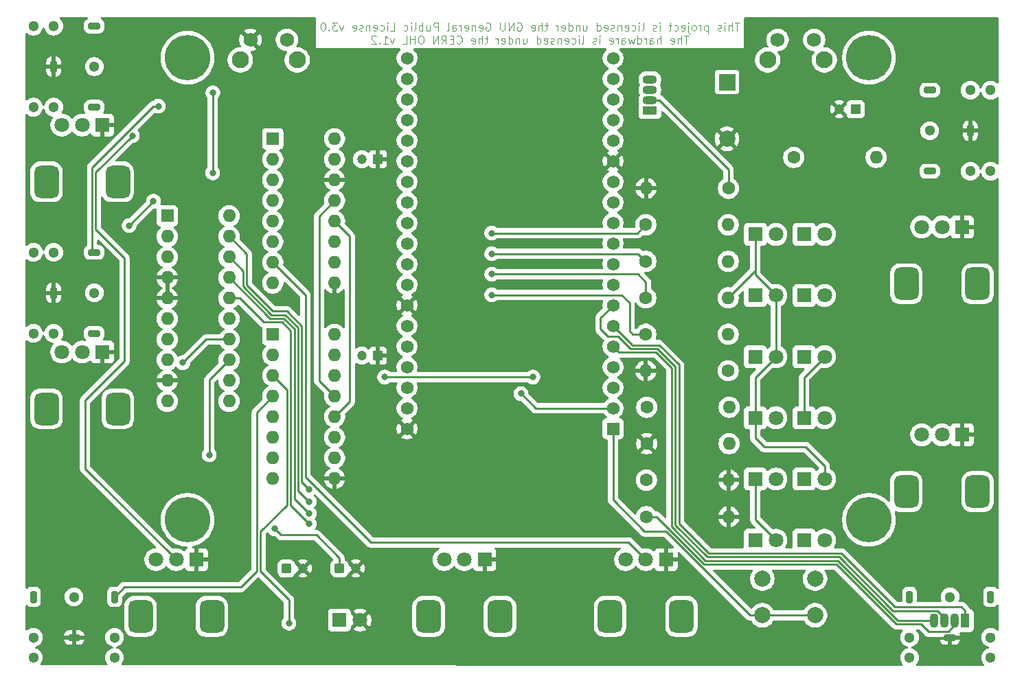
<source format=gbr>
%TF.GenerationSoftware,KiCad,Pcbnew,9.0.3*%
%TF.CreationDate,2025-07-22T15:18:12+02:00*%
%TF.ProjectId,Spikeling_v2.4,5370696b-656c-4696-9e67-5f76322e342e,rev?*%
%TF.SameCoordinates,Original*%
%TF.FileFunction,Copper,L2,Bot*%
%TF.FilePolarity,Positive*%
%FSLAX46Y46*%
G04 Gerber Fmt 4.6, Leading zero omitted, Abs format (unit mm)*
G04 Created by KiCad (PCBNEW 9.0.3) date 2025-07-22 15:18:12*
%MOMM*%
%LPD*%
G01*
G04 APERTURE LIST*
G04 Aperture macros list*
%AMRoundRect*
0 Rectangle with rounded corners*
0 $1 Rounding radius*
0 $2 $3 $4 $5 $6 $7 $8 $9 X,Y pos of 4 corners*
0 Add a 4 corners polygon primitive as box body*
4,1,4,$2,$3,$4,$5,$6,$7,$8,$9,$2,$3,0*
0 Add four circle primitives for the rounded corners*
1,1,$1+$1,$2,$3*
1,1,$1+$1,$4,$5*
1,1,$1+$1,$6,$7*
1,1,$1+$1,$8,$9*
0 Add four rect primitives between the rounded corners*
20,1,$1+$1,$2,$3,$4,$5,0*
20,1,$1+$1,$4,$5,$6,$7,0*
20,1,$1+$1,$6,$7,$8,$9,0*
20,1,$1+$1,$8,$9,$2,$3,0*%
G04 Aperture macros list end*
%ADD10C,0.125000*%
%TA.AperFunction,NonConductor*%
%ADD11C,0.125000*%
%TD*%
%TA.AperFunction,ComponentPad*%
%ADD12C,2.100000*%
%TD*%
%TA.AperFunction,ComponentPad*%
%ADD13C,1.750000*%
%TD*%
%TA.AperFunction,ComponentPad*%
%ADD14C,5.600000*%
%TD*%
%TA.AperFunction,ComponentPad*%
%ADD15R,1.800000X1.800000*%
%TD*%
%TA.AperFunction,ComponentPad*%
%ADD16C,1.800000*%
%TD*%
%TA.AperFunction,ComponentPad*%
%ADD17R,1.600000X1.600000*%
%TD*%
%TA.AperFunction,ComponentPad*%
%ADD18O,1.600000X1.600000*%
%TD*%
%TA.AperFunction,ComponentPad*%
%ADD19RoundRect,0.750000X-0.750000X1.250000X-0.750000X-1.250000X0.750000X-1.250000X0.750000X1.250000X0*%
%TD*%
%TA.AperFunction,ComponentPad*%
%ADD20R,1.800000X1.070000*%
%TD*%
%TA.AperFunction,ComponentPad*%
%ADD21O,1.800000X1.070000*%
%TD*%
%TA.AperFunction,ComponentPad*%
%ADD22C,1.300000*%
%TD*%
%TA.AperFunction,ComponentPad*%
%ADD23RoundRect,0.200000X0.550000X0.200000X-0.550000X0.200000X-0.550000X-0.200000X0.550000X-0.200000X0*%
%TD*%
%TA.AperFunction,ComponentPad*%
%ADD24RoundRect,0.200000X-0.200000X0.550000X-0.200000X-0.550000X0.200000X-0.550000X0.200000X0.550000X0*%
%TD*%
%TA.AperFunction,ComponentPad*%
%ADD25RoundRect,0.200000X-0.550000X-0.200000X0.550000X-0.200000X0.550000X0.200000X-0.550000X0.200000X0*%
%TD*%
%TA.AperFunction,ComponentPad*%
%ADD26RoundRect,0.200000X0.200000X-0.550000X0.200000X0.550000X-0.200000X0.550000X-0.200000X-0.550000X0*%
%TD*%
%TA.AperFunction,ComponentPad*%
%ADD27C,1.600000*%
%TD*%
%TA.AperFunction,ComponentPad*%
%ADD28R,1.200000X1.200000*%
%TD*%
%TA.AperFunction,ComponentPad*%
%ADD29C,1.200000*%
%TD*%
%TA.AperFunction,ComponentPad*%
%ADD30RoundRect,0.250000X-0.350000X-0.350000X0.350000X-0.350000X0.350000X0.350000X-0.350000X0.350000X0*%
%TD*%
%TA.AperFunction,ComponentPad*%
%ADD31R,2.000000X2.000000*%
%TD*%
%TA.AperFunction,ComponentPad*%
%ADD32C,2.000000*%
%TD*%
%TA.AperFunction,ComponentPad*%
%ADD33R,1.560000X1.560000*%
%TD*%
%TA.AperFunction,ComponentPad*%
%ADD34C,1.560000*%
%TD*%
%TA.AperFunction,ComponentPad*%
%ADD35O,1.070000X1.800000*%
%TD*%
%TA.AperFunction,ComponentPad*%
%ADD36R,1.070000X1.800000*%
%TD*%
%TA.AperFunction,ViaPad*%
%ADD37C,0.800000*%
%TD*%
%TA.AperFunction,Conductor*%
%ADD38C,0.250000*%
%TD*%
G04 APERTURE END LIST*
D10*
D11*
X188032145Y-50651147D02*
X187460717Y-50651147D01*
X187746431Y-51651147D02*
X187746431Y-50651147D01*
X187127383Y-51651147D02*
X187127383Y-50651147D01*
X186698812Y-51651147D02*
X186698812Y-51127337D01*
X186698812Y-51127337D02*
X186746431Y-51032099D01*
X186746431Y-51032099D02*
X186841669Y-50984480D01*
X186841669Y-50984480D02*
X186984526Y-50984480D01*
X186984526Y-50984480D02*
X187079764Y-51032099D01*
X187079764Y-51032099D02*
X187127383Y-51079718D01*
X186222621Y-51651147D02*
X186222621Y-50984480D01*
X186222621Y-50651147D02*
X186270240Y-50698766D01*
X186270240Y-50698766D02*
X186222621Y-50746385D01*
X186222621Y-50746385D02*
X186175002Y-50698766D01*
X186175002Y-50698766D02*
X186222621Y-50651147D01*
X186222621Y-50651147D02*
X186222621Y-50746385D01*
X185794050Y-51603528D02*
X185698812Y-51651147D01*
X185698812Y-51651147D02*
X185508336Y-51651147D01*
X185508336Y-51651147D02*
X185413098Y-51603528D01*
X185413098Y-51603528D02*
X185365479Y-51508289D01*
X185365479Y-51508289D02*
X185365479Y-51460670D01*
X185365479Y-51460670D02*
X185413098Y-51365432D01*
X185413098Y-51365432D02*
X185508336Y-51317813D01*
X185508336Y-51317813D02*
X185651193Y-51317813D01*
X185651193Y-51317813D02*
X185746431Y-51270194D01*
X185746431Y-51270194D02*
X185794050Y-51174956D01*
X185794050Y-51174956D02*
X185794050Y-51127337D01*
X185794050Y-51127337D02*
X185746431Y-51032099D01*
X185746431Y-51032099D02*
X185651193Y-50984480D01*
X185651193Y-50984480D02*
X185508336Y-50984480D01*
X185508336Y-50984480D02*
X185413098Y-51032099D01*
X184175002Y-50984480D02*
X184175002Y-51984480D01*
X184175002Y-51032099D02*
X184079764Y-50984480D01*
X184079764Y-50984480D02*
X183889288Y-50984480D01*
X183889288Y-50984480D02*
X183794050Y-51032099D01*
X183794050Y-51032099D02*
X183746431Y-51079718D01*
X183746431Y-51079718D02*
X183698812Y-51174956D01*
X183698812Y-51174956D02*
X183698812Y-51460670D01*
X183698812Y-51460670D02*
X183746431Y-51555908D01*
X183746431Y-51555908D02*
X183794050Y-51603528D01*
X183794050Y-51603528D02*
X183889288Y-51651147D01*
X183889288Y-51651147D02*
X184079764Y-51651147D01*
X184079764Y-51651147D02*
X184175002Y-51603528D01*
X183270240Y-51651147D02*
X183270240Y-50984480D01*
X183270240Y-51174956D02*
X183222621Y-51079718D01*
X183222621Y-51079718D02*
X183175002Y-51032099D01*
X183175002Y-51032099D02*
X183079764Y-50984480D01*
X183079764Y-50984480D02*
X182984526Y-50984480D01*
X182508335Y-51651147D02*
X182603573Y-51603528D01*
X182603573Y-51603528D02*
X182651192Y-51555908D01*
X182651192Y-51555908D02*
X182698811Y-51460670D01*
X182698811Y-51460670D02*
X182698811Y-51174956D01*
X182698811Y-51174956D02*
X182651192Y-51079718D01*
X182651192Y-51079718D02*
X182603573Y-51032099D01*
X182603573Y-51032099D02*
X182508335Y-50984480D01*
X182508335Y-50984480D02*
X182365478Y-50984480D01*
X182365478Y-50984480D02*
X182270240Y-51032099D01*
X182270240Y-51032099D02*
X182222621Y-51079718D01*
X182222621Y-51079718D02*
X182175002Y-51174956D01*
X182175002Y-51174956D02*
X182175002Y-51460670D01*
X182175002Y-51460670D02*
X182222621Y-51555908D01*
X182222621Y-51555908D02*
X182270240Y-51603528D01*
X182270240Y-51603528D02*
X182365478Y-51651147D01*
X182365478Y-51651147D02*
X182508335Y-51651147D01*
X181746430Y-50984480D02*
X181746430Y-51841623D01*
X181746430Y-51841623D02*
X181794049Y-51936861D01*
X181794049Y-51936861D02*
X181889287Y-51984480D01*
X181889287Y-51984480D02*
X181936906Y-51984480D01*
X181746430Y-50651147D02*
X181794049Y-50698766D01*
X181794049Y-50698766D02*
X181746430Y-50746385D01*
X181746430Y-50746385D02*
X181698811Y-50698766D01*
X181698811Y-50698766D02*
X181746430Y-50651147D01*
X181746430Y-50651147D02*
X181746430Y-50746385D01*
X180889288Y-51603528D02*
X180984526Y-51651147D01*
X180984526Y-51651147D02*
X181175002Y-51651147D01*
X181175002Y-51651147D02*
X181270240Y-51603528D01*
X181270240Y-51603528D02*
X181317859Y-51508289D01*
X181317859Y-51508289D02*
X181317859Y-51127337D01*
X181317859Y-51127337D02*
X181270240Y-51032099D01*
X181270240Y-51032099D02*
X181175002Y-50984480D01*
X181175002Y-50984480D02*
X180984526Y-50984480D01*
X180984526Y-50984480D02*
X180889288Y-51032099D01*
X180889288Y-51032099D02*
X180841669Y-51127337D01*
X180841669Y-51127337D02*
X180841669Y-51222575D01*
X180841669Y-51222575D02*
X181317859Y-51317813D01*
X179984526Y-51603528D02*
X180079764Y-51651147D01*
X180079764Y-51651147D02*
X180270240Y-51651147D01*
X180270240Y-51651147D02*
X180365478Y-51603528D01*
X180365478Y-51603528D02*
X180413097Y-51555908D01*
X180413097Y-51555908D02*
X180460716Y-51460670D01*
X180460716Y-51460670D02*
X180460716Y-51174956D01*
X180460716Y-51174956D02*
X180413097Y-51079718D01*
X180413097Y-51079718D02*
X180365478Y-51032099D01*
X180365478Y-51032099D02*
X180270240Y-50984480D01*
X180270240Y-50984480D02*
X180079764Y-50984480D01*
X180079764Y-50984480D02*
X179984526Y-51032099D01*
X179698811Y-50984480D02*
X179317859Y-50984480D01*
X179555954Y-50651147D02*
X179555954Y-51508289D01*
X179555954Y-51508289D02*
X179508335Y-51603528D01*
X179508335Y-51603528D02*
X179413097Y-51651147D01*
X179413097Y-51651147D02*
X179317859Y-51651147D01*
X178222620Y-51651147D02*
X178222620Y-50984480D01*
X178222620Y-50651147D02*
X178270239Y-50698766D01*
X178270239Y-50698766D02*
X178222620Y-50746385D01*
X178222620Y-50746385D02*
X178175001Y-50698766D01*
X178175001Y-50698766D02*
X178222620Y-50651147D01*
X178222620Y-50651147D02*
X178222620Y-50746385D01*
X177794049Y-51603528D02*
X177698811Y-51651147D01*
X177698811Y-51651147D02*
X177508335Y-51651147D01*
X177508335Y-51651147D02*
X177413097Y-51603528D01*
X177413097Y-51603528D02*
X177365478Y-51508289D01*
X177365478Y-51508289D02*
X177365478Y-51460670D01*
X177365478Y-51460670D02*
X177413097Y-51365432D01*
X177413097Y-51365432D02*
X177508335Y-51317813D01*
X177508335Y-51317813D02*
X177651192Y-51317813D01*
X177651192Y-51317813D02*
X177746430Y-51270194D01*
X177746430Y-51270194D02*
X177794049Y-51174956D01*
X177794049Y-51174956D02*
X177794049Y-51127337D01*
X177794049Y-51127337D02*
X177746430Y-51032099D01*
X177746430Y-51032099D02*
X177651192Y-50984480D01*
X177651192Y-50984480D02*
X177508335Y-50984480D01*
X177508335Y-50984480D02*
X177413097Y-51032099D01*
X176032144Y-51651147D02*
X176127382Y-51603528D01*
X176127382Y-51603528D02*
X176175001Y-51508289D01*
X176175001Y-51508289D02*
X176175001Y-50651147D01*
X175651191Y-51651147D02*
X175651191Y-50984480D01*
X175651191Y-50651147D02*
X175698810Y-50698766D01*
X175698810Y-50698766D02*
X175651191Y-50746385D01*
X175651191Y-50746385D02*
X175603572Y-50698766D01*
X175603572Y-50698766D02*
X175651191Y-50651147D01*
X175651191Y-50651147D02*
X175651191Y-50746385D01*
X174746430Y-51603528D02*
X174841668Y-51651147D01*
X174841668Y-51651147D02*
X175032144Y-51651147D01*
X175032144Y-51651147D02*
X175127382Y-51603528D01*
X175127382Y-51603528D02*
X175175001Y-51555908D01*
X175175001Y-51555908D02*
X175222620Y-51460670D01*
X175222620Y-51460670D02*
X175222620Y-51174956D01*
X175222620Y-51174956D02*
X175175001Y-51079718D01*
X175175001Y-51079718D02*
X175127382Y-51032099D01*
X175127382Y-51032099D02*
X175032144Y-50984480D01*
X175032144Y-50984480D02*
X174841668Y-50984480D01*
X174841668Y-50984480D02*
X174746430Y-51032099D01*
X173936906Y-51603528D02*
X174032144Y-51651147D01*
X174032144Y-51651147D02*
X174222620Y-51651147D01*
X174222620Y-51651147D02*
X174317858Y-51603528D01*
X174317858Y-51603528D02*
X174365477Y-51508289D01*
X174365477Y-51508289D02*
X174365477Y-51127337D01*
X174365477Y-51127337D02*
X174317858Y-51032099D01*
X174317858Y-51032099D02*
X174222620Y-50984480D01*
X174222620Y-50984480D02*
X174032144Y-50984480D01*
X174032144Y-50984480D02*
X173936906Y-51032099D01*
X173936906Y-51032099D02*
X173889287Y-51127337D01*
X173889287Y-51127337D02*
X173889287Y-51222575D01*
X173889287Y-51222575D02*
X174365477Y-51317813D01*
X173460715Y-50984480D02*
X173460715Y-51651147D01*
X173460715Y-51079718D02*
X173413096Y-51032099D01*
X173413096Y-51032099D02*
X173317858Y-50984480D01*
X173317858Y-50984480D02*
X173175001Y-50984480D01*
X173175001Y-50984480D02*
X173079763Y-51032099D01*
X173079763Y-51032099D02*
X173032144Y-51127337D01*
X173032144Y-51127337D02*
X173032144Y-51651147D01*
X172603572Y-51603528D02*
X172508334Y-51651147D01*
X172508334Y-51651147D02*
X172317858Y-51651147D01*
X172317858Y-51651147D02*
X172222620Y-51603528D01*
X172222620Y-51603528D02*
X172175001Y-51508289D01*
X172175001Y-51508289D02*
X172175001Y-51460670D01*
X172175001Y-51460670D02*
X172222620Y-51365432D01*
X172222620Y-51365432D02*
X172317858Y-51317813D01*
X172317858Y-51317813D02*
X172460715Y-51317813D01*
X172460715Y-51317813D02*
X172555953Y-51270194D01*
X172555953Y-51270194D02*
X172603572Y-51174956D01*
X172603572Y-51174956D02*
X172603572Y-51127337D01*
X172603572Y-51127337D02*
X172555953Y-51032099D01*
X172555953Y-51032099D02*
X172460715Y-50984480D01*
X172460715Y-50984480D02*
X172317858Y-50984480D01*
X172317858Y-50984480D02*
X172222620Y-51032099D01*
X171365477Y-51603528D02*
X171460715Y-51651147D01*
X171460715Y-51651147D02*
X171651191Y-51651147D01*
X171651191Y-51651147D02*
X171746429Y-51603528D01*
X171746429Y-51603528D02*
X171794048Y-51508289D01*
X171794048Y-51508289D02*
X171794048Y-51127337D01*
X171794048Y-51127337D02*
X171746429Y-51032099D01*
X171746429Y-51032099D02*
X171651191Y-50984480D01*
X171651191Y-50984480D02*
X171460715Y-50984480D01*
X171460715Y-50984480D02*
X171365477Y-51032099D01*
X171365477Y-51032099D02*
X171317858Y-51127337D01*
X171317858Y-51127337D02*
X171317858Y-51222575D01*
X171317858Y-51222575D02*
X171794048Y-51317813D01*
X170460715Y-51651147D02*
X170460715Y-50651147D01*
X170460715Y-51603528D02*
X170555953Y-51651147D01*
X170555953Y-51651147D02*
X170746429Y-51651147D01*
X170746429Y-51651147D02*
X170841667Y-51603528D01*
X170841667Y-51603528D02*
X170889286Y-51555908D01*
X170889286Y-51555908D02*
X170936905Y-51460670D01*
X170936905Y-51460670D02*
X170936905Y-51174956D01*
X170936905Y-51174956D02*
X170889286Y-51079718D01*
X170889286Y-51079718D02*
X170841667Y-51032099D01*
X170841667Y-51032099D02*
X170746429Y-50984480D01*
X170746429Y-50984480D02*
X170555953Y-50984480D01*
X170555953Y-50984480D02*
X170460715Y-51032099D01*
X168794048Y-50984480D02*
X168794048Y-51651147D01*
X169222619Y-50984480D02*
X169222619Y-51508289D01*
X169222619Y-51508289D02*
X169175000Y-51603528D01*
X169175000Y-51603528D02*
X169079762Y-51651147D01*
X169079762Y-51651147D02*
X168936905Y-51651147D01*
X168936905Y-51651147D02*
X168841667Y-51603528D01*
X168841667Y-51603528D02*
X168794048Y-51555908D01*
X168317857Y-50984480D02*
X168317857Y-51651147D01*
X168317857Y-51079718D02*
X168270238Y-51032099D01*
X168270238Y-51032099D02*
X168175000Y-50984480D01*
X168175000Y-50984480D02*
X168032143Y-50984480D01*
X168032143Y-50984480D02*
X167936905Y-51032099D01*
X167936905Y-51032099D02*
X167889286Y-51127337D01*
X167889286Y-51127337D02*
X167889286Y-51651147D01*
X166984524Y-51651147D02*
X166984524Y-50651147D01*
X166984524Y-51603528D02*
X167079762Y-51651147D01*
X167079762Y-51651147D02*
X167270238Y-51651147D01*
X167270238Y-51651147D02*
X167365476Y-51603528D01*
X167365476Y-51603528D02*
X167413095Y-51555908D01*
X167413095Y-51555908D02*
X167460714Y-51460670D01*
X167460714Y-51460670D02*
X167460714Y-51174956D01*
X167460714Y-51174956D02*
X167413095Y-51079718D01*
X167413095Y-51079718D02*
X167365476Y-51032099D01*
X167365476Y-51032099D02*
X167270238Y-50984480D01*
X167270238Y-50984480D02*
X167079762Y-50984480D01*
X167079762Y-50984480D02*
X166984524Y-51032099D01*
X166127381Y-51603528D02*
X166222619Y-51651147D01*
X166222619Y-51651147D02*
X166413095Y-51651147D01*
X166413095Y-51651147D02*
X166508333Y-51603528D01*
X166508333Y-51603528D02*
X166555952Y-51508289D01*
X166555952Y-51508289D02*
X166555952Y-51127337D01*
X166555952Y-51127337D02*
X166508333Y-51032099D01*
X166508333Y-51032099D02*
X166413095Y-50984480D01*
X166413095Y-50984480D02*
X166222619Y-50984480D01*
X166222619Y-50984480D02*
X166127381Y-51032099D01*
X166127381Y-51032099D02*
X166079762Y-51127337D01*
X166079762Y-51127337D02*
X166079762Y-51222575D01*
X166079762Y-51222575D02*
X166555952Y-51317813D01*
X165651190Y-51651147D02*
X165651190Y-50984480D01*
X165651190Y-51174956D02*
X165603571Y-51079718D01*
X165603571Y-51079718D02*
X165555952Y-51032099D01*
X165555952Y-51032099D02*
X165460714Y-50984480D01*
X165460714Y-50984480D02*
X165365476Y-50984480D01*
X164413094Y-50984480D02*
X164032142Y-50984480D01*
X164270237Y-50651147D02*
X164270237Y-51508289D01*
X164270237Y-51508289D02*
X164222618Y-51603528D01*
X164222618Y-51603528D02*
X164127380Y-51651147D01*
X164127380Y-51651147D02*
X164032142Y-51651147D01*
X163698808Y-51651147D02*
X163698808Y-50651147D01*
X163270237Y-51651147D02*
X163270237Y-51127337D01*
X163270237Y-51127337D02*
X163317856Y-51032099D01*
X163317856Y-51032099D02*
X163413094Y-50984480D01*
X163413094Y-50984480D02*
X163555951Y-50984480D01*
X163555951Y-50984480D02*
X163651189Y-51032099D01*
X163651189Y-51032099D02*
X163698808Y-51079718D01*
X162413094Y-51603528D02*
X162508332Y-51651147D01*
X162508332Y-51651147D02*
X162698808Y-51651147D01*
X162698808Y-51651147D02*
X162794046Y-51603528D01*
X162794046Y-51603528D02*
X162841665Y-51508289D01*
X162841665Y-51508289D02*
X162841665Y-51127337D01*
X162841665Y-51127337D02*
X162794046Y-51032099D01*
X162794046Y-51032099D02*
X162698808Y-50984480D01*
X162698808Y-50984480D02*
X162508332Y-50984480D01*
X162508332Y-50984480D02*
X162413094Y-51032099D01*
X162413094Y-51032099D02*
X162365475Y-51127337D01*
X162365475Y-51127337D02*
X162365475Y-51222575D01*
X162365475Y-51222575D02*
X162841665Y-51317813D01*
X160651189Y-50698766D02*
X160746427Y-50651147D01*
X160746427Y-50651147D02*
X160889284Y-50651147D01*
X160889284Y-50651147D02*
X161032141Y-50698766D01*
X161032141Y-50698766D02*
X161127379Y-50794004D01*
X161127379Y-50794004D02*
X161174998Y-50889242D01*
X161174998Y-50889242D02*
X161222617Y-51079718D01*
X161222617Y-51079718D02*
X161222617Y-51222575D01*
X161222617Y-51222575D02*
X161174998Y-51413051D01*
X161174998Y-51413051D02*
X161127379Y-51508289D01*
X161127379Y-51508289D02*
X161032141Y-51603528D01*
X161032141Y-51603528D02*
X160889284Y-51651147D01*
X160889284Y-51651147D02*
X160794046Y-51651147D01*
X160794046Y-51651147D02*
X160651189Y-51603528D01*
X160651189Y-51603528D02*
X160603570Y-51555908D01*
X160603570Y-51555908D02*
X160603570Y-51222575D01*
X160603570Y-51222575D02*
X160794046Y-51222575D01*
X160174998Y-51651147D02*
X160174998Y-50651147D01*
X160174998Y-50651147D02*
X159603570Y-51651147D01*
X159603570Y-51651147D02*
X159603570Y-50651147D01*
X159127379Y-50651147D02*
X159127379Y-51460670D01*
X159127379Y-51460670D02*
X159079760Y-51555908D01*
X159079760Y-51555908D02*
X159032141Y-51603528D01*
X159032141Y-51603528D02*
X158936903Y-51651147D01*
X158936903Y-51651147D02*
X158746427Y-51651147D01*
X158746427Y-51651147D02*
X158651189Y-51603528D01*
X158651189Y-51603528D02*
X158603570Y-51555908D01*
X158603570Y-51555908D02*
X158555951Y-51460670D01*
X158555951Y-51460670D02*
X158555951Y-50651147D01*
X156794046Y-50698766D02*
X156889284Y-50651147D01*
X156889284Y-50651147D02*
X157032141Y-50651147D01*
X157032141Y-50651147D02*
X157174998Y-50698766D01*
X157174998Y-50698766D02*
X157270236Y-50794004D01*
X157270236Y-50794004D02*
X157317855Y-50889242D01*
X157317855Y-50889242D02*
X157365474Y-51079718D01*
X157365474Y-51079718D02*
X157365474Y-51222575D01*
X157365474Y-51222575D02*
X157317855Y-51413051D01*
X157317855Y-51413051D02*
X157270236Y-51508289D01*
X157270236Y-51508289D02*
X157174998Y-51603528D01*
X157174998Y-51603528D02*
X157032141Y-51651147D01*
X157032141Y-51651147D02*
X156936903Y-51651147D01*
X156936903Y-51651147D02*
X156794046Y-51603528D01*
X156794046Y-51603528D02*
X156746427Y-51555908D01*
X156746427Y-51555908D02*
X156746427Y-51222575D01*
X156746427Y-51222575D02*
X156936903Y-51222575D01*
X155936903Y-51603528D02*
X156032141Y-51651147D01*
X156032141Y-51651147D02*
X156222617Y-51651147D01*
X156222617Y-51651147D02*
X156317855Y-51603528D01*
X156317855Y-51603528D02*
X156365474Y-51508289D01*
X156365474Y-51508289D02*
X156365474Y-51127337D01*
X156365474Y-51127337D02*
X156317855Y-51032099D01*
X156317855Y-51032099D02*
X156222617Y-50984480D01*
X156222617Y-50984480D02*
X156032141Y-50984480D01*
X156032141Y-50984480D02*
X155936903Y-51032099D01*
X155936903Y-51032099D02*
X155889284Y-51127337D01*
X155889284Y-51127337D02*
X155889284Y-51222575D01*
X155889284Y-51222575D02*
X156365474Y-51317813D01*
X155460712Y-50984480D02*
X155460712Y-51651147D01*
X155460712Y-51079718D02*
X155413093Y-51032099D01*
X155413093Y-51032099D02*
X155317855Y-50984480D01*
X155317855Y-50984480D02*
X155174998Y-50984480D01*
X155174998Y-50984480D02*
X155079760Y-51032099D01*
X155079760Y-51032099D02*
X155032141Y-51127337D01*
X155032141Y-51127337D02*
X155032141Y-51651147D01*
X154174998Y-51603528D02*
X154270236Y-51651147D01*
X154270236Y-51651147D02*
X154460712Y-51651147D01*
X154460712Y-51651147D02*
X154555950Y-51603528D01*
X154555950Y-51603528D02*
X154603569Y-51508289D01*
X154603569Y-51508289D02*
X154603569Y-51127337D01*
X154603569Y-51127337D02*
X154555950Y-51032099D01*
X154555950Y-51032099D02*
X154460712Y-50984480D01*
X154460712Y-50984480D02*
X154270236Y-50984480D01*
X154270236Y-50984480D02*
X154174998Y-51032099D01*
X154174998Y-51032099D02*
X154127379Y-51127337D01*
X154127379Y-51127337D02*
X154127379Y-51222575D01*
X154127379Y-51222575D02*
X154603569Y-51317813D01*
X153698807Y-51651147D02*
X153698807Y-50984480D01*
X153698807Y-51174956D02*
X153651188Y-51079718D01*
X153651188Y-51079718D02*
X153603569Y-51032099D01*
X153603569Y-51032099D02*
X153508331Y-50984480D01*
X153508331Y-50984480D02*
X153413093Y-50984480D01*
X152651188Y-51651147D02*
X152651188Y-51127337D01*
X152651188Y-51127337D02*
X152698807Y-51032099D01*
X152698807Y-51032099D02*
X152794045Y-50984480D01*
X152794045Y-50984480D02*
X152984521Y-50984480D01*
X152984521Y-50984480D02*
X153079759Y-51032099D01*
X152651188Y-51603528D02*
X152746426Y-51651147D01*
X152746426Y-51651147D02*
X152984521Y-51651147D01*
X152984521Y-51651147D02*
X153079759Y-51603528D01*
X153079759Y-51603528D02*
X153127378Y-51508289D01*
X153127378Y-51508289D02*
X153127378Y-51413051D01*
X153127378Y-51413051D02*
X153079759Y-51317813D01*
X153079759Y-51317813D02*
X152984521Y-51270194D01*
X152984521Y-51270194D02*
X152746426Y-51270194D01*
X152746426Y-51270194D02*
X152651188Y-51222575D01*
X152032140Y-51651147D02*
X152127378Y-51603528D01*
X152127378Y-51603528D02*
X152174997Y-51508289D01*
X152174997Y-51508289D02*
X152174997Y-50651147D01*
X150889282Y-51651147D02*
X150889282Y-50651147D01*
X150889282Y-50651147D02*
X150508330Y-50651147D01*
X150508330Y-50651147D02*
X150413092Y-50698766D01*
X150413092Y-50698766D02*
X150365473Y-50746385D01*
X150365473Y-50746385D02*
X150317854Y-50841623D01*
X150317854Y-50841623D02*
X150317854Y-50984480D01*
X150317854Y-50984480D02*
X150365473Y-51079718D01*
X150365473Y-51079718D02*
X150413092Y-51127337D01*
X150413092Y-51127337D02*
X150508330Y-51174956D01*
X150508330Y-51174956D02*
X150889282Y-51174956D01*
X149460711Y-50984480D02*
X149460711Y-51651147D01*
X149889282Y-50984480D02*
X149889282Y-51508289D01*
X149889282Y-51508289D02*
X149841663Y-51603528D01*
X149841663Y-51603528D02*
X149746425Y-51651147D01*
X149746425Y-51651147D02*
X149603568Y-51651147D01*
X149603568Y-51651147D02*
X149508330Y-51603528D01*
X149508330Y-51603528D02*
X149460711Y-51555908D01*
X148984520Y-51651147D02*
X148984520Y-50651147D01*
X148984520Y-51032099D02*
X148889282Y-50984480D01*
X148889282Y-50984480D02*
X148698806Y-50984480D01*
X148698806Y-50984480D02*
X148603568Y-51032099D01*
X148603568Y-51032099D02*
X148555949Y-51079718D01*
X148555949Y-51079718D02*
X148508330Y-51174956D01*
X148508330Y-51174956D02*
X148508330Y-51460670D01*
X148508330Y-51460670D02*
X148555949Y-51555908D01*
X148555949Y-51555908D02*
X148603568Y-51603528D01*
X148603568Y-51603528D02*
X148698806Y-51651147D01*
X148698806Y-51651147D02*
X148889282Y-51651147D01*
X148889282Y-51651147D02*
X148984520Y-51603528D01*
X147936901Y-51651147D02*
X148032139Y-51603528D01*
X148032139Y-51603528D02*
X148079758Y-51508289D01*
X148079758Y-51508289D02*
X148079758Y-50651147D01*
X147555948Y-51651147D02*
X147555948Y-50984480D01*
X147555948Y-50651147D02*
X147603567Y-50698766D01*
X147603567Y-50698766D02*
X147555948Y-50746385D01*
X147555948Y-50746385D02*
X147508329Y-50698766D01*
X147508329Y-50698766D02*
X147555948Y-50651147D01*
X147555948Y-50651147D02*
X147555948Y-50746385D01*
X146651187Y-51603528D02*
X146746425Y-51651147D01*
X146746425Y-51651147D02*
X146936901Y-51651147D01*
X146936901Y-51651147D02*
X147032139Y-51603528D01*
X147032139Y-51603528D02*
X147079758Y-51555908D01*
X147079758Y-51555908D02*
X147127377Y-51460670D01*
X147127377Y-51460670D02*
X147127377Y-51174956D01*
X147127377Y-51174956D02*
X147079758Y-51079718D01*
X147079758Y-51079718D02*
X147032139Y-51032099D01*
X147032139Y-51032099D02*
X146936901Y-50984480D01*
X146936901Y-50984480D02*
X146746425Y-50984480D01*
X146746425Y-50984480D02*
X146651187Y-51032099D01*
X144984520Y-51651147D02*
X145460710Y-51651147D01*
X145460710Y-51651147D02*
X145460710Y-50651147D01*
X144651186Y-51651147D02*
X144651186Y-50984480D01*
X144651186Y-50651147D02*
X144698805Y-50698766D01*
X144698805Y-50698766D02*
X144651186Y-50746385D01*
X144651186Y-50746385D02*
X144603567Y-50698766D01*
X144603567Y-50698766D02*
X144651186Y-50651147D01*
X144651186Y-50651147D02*
X144651186Y-50746385D01*
X143746425Y-51603528D02*
X143841663Y-51651147D01*
X143841663Y-51651147D02*
X144032139Y-51651147D01*
X144032139Y-51651147D02*
X144127377Y-51603528D01*
X144127377Y-51603528D02*
X144174996Y-51555908D01*
X144174996Y-51555908D02*
X144222615Y-51460670D01*
X144222615Y-51460670D02*
X144222615Y-51174956D01*
X144222615Y-51174956D02*
X144174996Y-51079718D01*
X144174996Y-51079718D02*
X144127377Y-51032099D01*
X144127377Y-51032099D02*
X144032139Y-50984480D01*
X144032139Y-50984480D02*
X143841663Y-50984480D01*
X143841663Y-50984480D02*
X143746425Y-51032099D01*
X142936901Y-51603528D02*
X143032139Y-51651147D01*
X143032139Y-51651147D02*
X143222615Y-51651147D01*
X143222615Y-51651147D02*
X143317853Y-51603528D01*
X143317853Y-51603528D02*
X143365472Y-51508289D01*
X143365472Y-51508289D02*
X143365472Y-51127337D01*
X143365472Y-51127337D02*
X143317853Y-51032099D01*
X143317853Y-51032099D02*
X143222615Y-50984480D01*
X143222615Y-50984480D02*
X143032139Y-50984480D01*
X143032139Y-50984480D02*
X142936901Y-51032099D01*
X142936901Y-51032099D02*
X142889282Y-51127337D01*
X142889282Y-51127337D02*
X142889282Y-51222575D01*
X142889282Y-51222575D02*
X143365472Y-51317813D01*
X142460710Y-50984480D02*
X142460710Y-51651147D01*
X142460710Y-51079718D02*
X142413091Y-51032099D01*
X142413091Y-51032099D02*
X142317853Y-50984480D01*
X142317853Y-50984480D02*
X142174996Y-50984480D01*
X142174996Y-50984480D02*
X142079758Y-51032099D01*
X142079758Y-51032099D02*
X142032139Y-51127337D01*
X142032139Y-51127337D02*
X142032139Y-51651147D01*
X141603567Y-51603528D02*
X141508329Y-51651147D01*
X141508329Y-51651147D02*
X141317853Y-51651147D01*
X141317853Y-51651147D02*
X141222615Y-51603528D01*
X141222615Y-51603528D02*
X141174996Y-51508289D01*
X141174996Y-51508289D02*
X141174996Y-51460670D01*
X141174996Y-51460670D02*
X141222615Y-51365432D01*
X141222615Y-51365432D02*
X141317853Y-51317813D01*
X141317853Y-51317813D02*
X141460710Y-51317813D01*
X141460710Y-51317813D02*
X141555948Y-51270194D01*
X141555948Y-51270194D02*
X141603567Y-51174956D01*
X141603567Y-51174956D02*
X141603567Y-51127337D01*
X141603567Y-51127337D02*
X141555948Y-51032099D01*
X141555948Y-51032099D02*
X141460710Y-50984480D01*
X141460710Y-50984480D02*
X141317853Y-50984480D01*
X141317853Y-50984480D02*
X141222615Y-51032099D01*
X140365472Y-51603528D02*
X140460710Y-51651147D01*
X140460710Y-51651147D02*
X140651186Y-51651147D01*
X140651186Y-51651147D02*
X140746424Y-51603528D01*
X140746424Y-51603528D02*
X140794043Y-51508289D01*
X140794043Y-51508289D02*
X140794043Y-51127337D01*
X140794043Y-51127337D02*
X140746424Y-51032099D01*
X140746424Y-51032099D02*
X140651186Y-50984480D01*
X140651186Y-50984480D02*
X140460710Y-50984480D01*
X140460710Y-50984480D02*
X140365472Y-51032099D01*
X140365472Y-51032099D02*
X140317853Y-51127337D01*
X140317853Y-51127337D02*
X140317853Y-51222575D01*
X140317853Y-51222575D02*
X140794043Y-51317813D01*
X139222614Y-50984480D02*
X138984519Y-51651147D01*
X138984519Y-51651147D02*
X138746424Y-50984480D01*
X138460709Y-50651147D02*
X137841662Y-50651147D01*
X137841662Y-50651147D02*
X138174995Y-51032099D01*
X138174995Y-51032099D02*
X138032138Y-51032099D01*
X138032138Y-51032099D02*
X137936900Y-51079718D01*
X137936900Y-51079718D02*
X137889281Y-51127337D01*
X137889281Y-51127337D02*
X137841662Y-51222575D01*
X137841662Y-51222575D02*
X137841662Y-51460670D01*
X137841662Y-51460670D02*
X137889281Y-51555908D01*
X137889281Y-51555908D02*
X137936900Y-51603528D01*
X137936900Y-51603528D02*
X138032138Y-51651147D01*
X138032138Y-51651147D02*
X138317852Y-51651147D01*
X138317852Y-51651147D02*
X138413090Y-51603528D01*
X138413090Y-51603528D02*
X138460709Y-51555908D01*
X137413090Y-51555908D02*
X137365471Y-51603528D01*
X137365471Y-51603528D02*
X137413090Y-51651147D01*
X137413090Y-51651147D02*
X137460709Y-51603528D01*
X137460709Y-51603528D02*
X137413090Y-51555908D01*
X137413090Y-51555908D02*
X137413090Y-51651147D01*
X136746424Y-50651147D02*
X136651186Y-50651147D01*
X136651186Y-50651147D02*
X136555948Y-50698766D01*
X136555948Y-50698766D02*
X136508329Y-50746385D01*
X136508329Y-50746385D02*
X136460710Y-50841623D01*
X136460710Y-50841623D02*
X136413091Y-51032099D01*
X136413091Y-51032099D02*
X136413091Y-51270194D01*
X136413091Y-51270194D02*
X136460710Y-51460670D01*
X136460710Y-51460670D02*
X136508329Y-51555908D01*
X136508329Y-51555908D02*
X136555948Y-51603528D01*
X136555948Y-51603528D02*
X136651186Y-51651147D01*
X136651186Y-51651147D02*
X136746424Y-51651147D01*
X136746424Y-51651147D02*
X136841662Y-51603528D01*
X136841662Y-51603528D02*
X136889281Y-51555908D01*
X136889281Y-51555908D02*
X136936900Y-51460670D01*
X136936900Y-51460670D02*
X136984519Y-51270194D01*
X136984519Y-51270194D02*
X136984519Y-51032099D01*
X136984519Y-51032099D02*
X136936900Y-50841623D01*
X136936900Y-50841623D02*
X136889281Y-50746385D01*
X136889281Y-50746385D02*
X136841662Y-50698766D01*
X136841662Y-50698766D02*
X136746424Y-50651147D01*
X181770240Y-52261091D02*
X181198812Y-52261091D01*
X181484526Y-53261091D02*
X181484526Y-52261091D01*
X180865478Y-53261091D02*
X180865478Y-52261091D01*
X180436907Y-53261091D02*
X180436907Y-52737281D01*
X180436907Y-52737281D02*
X180484526Y-52642043D01*
X180484526Y-52642043D02*
X180579764Y-52594424D01*
X180579764Y-52594424D02*
X180722621Y-52594424D01*
X180722621Y-52594424D02*
X180817859Y-52642043D01*
X180817859Y-52642043D02*
X180865478Y-52689662D01*
X179579764Y-53213472D02*
X179675002Y-53261091D01*
X179675002Y-53261091D02*
X179865478Y-53261091D01*
X179865478Y-53261091D02*
X179960716Y-53213472D01*
X179960716Y-53213472D02*
X180008335Y-53118233D01*
X180008335Y-53118233D02*
X180008335Y-52737281D01*
X180008335Y-52737281D02*
X179960716Y-52642043D01*
X179960716Y-52642043D02*
X179865478Y-52594424D01*
X179865478Y-52594424D02*
X179675002Y-52594424D01*
X179675002Y-52594424D02*
X179579764Y-52642043D01*
X179579764Y-52642043D02*
X179532145Y-52737281D01*
X179532145Y-52737281D02*
X179532145Y-52832519D01*
X179532145Y-52832519D02*
X180008335Y-52927757D01*
X178341668Y-53261091D02*
X178341668Y-52261091D01*
X177913097Y-53261091D02*
X177913097Y-52737281D01*
X177913097Y-52737281D02*
X177960716Y-52642043D01*
X177960716Y-52642043D02*
X178055954Y-52594424D01*
X178055954Y-52594424D02*
X178198811Y-52594424D01*
X178198811Y-52594424D02*
X178294049Y-52642043D01*
X178294049Y-52642043D02*
X178341668Y-52689662D01*
X177008335Y-53261091D02*
X177008335Y-52737281D01*
X177008335Y-52737281D02*
X177055954Y-52642043D01*
X177055954Y-52642043D02*
X177151192Y-52594424D01*
X177151192Y-52594424D02*
X177341668Y-52594424D01*
X177341668Y-52594424D02*
X177436906Y-52642043D01*
X177008335Y-53213472D02*
X177103573Y-53261091D01*
X177103573Y-53261091D02*
X177341668Y-53261091D01*
X177341668Y-53261091D02*
X177436906Y-53213472D01*
X177436906Y-53213472D02*
X177484525Y-53118233D01*
X177484525Y-53118233D02*
X177484525Y-53022995D01*
X177484525Y-53022995D02*
X177436906Y-52927757D01*
X177436906Y-52927757D02*
X177341668Y-52880138D01*
X177341668Y-52880138D02*
X177103573Y-52880138D01*
X177103573Y-52880138D02*
X177008335Y-52832519D01*
X176532144Y-53261091D02*
X176532144Y-52594424D01*
X176532144Y-52784900D02*
X176484525Y-52689662D01*
X176484525Y-52689662D02*
X176436906Y-52642043D01*
X176436906Y-52642043D02*
X176341668Y-52594424D01*
X176341668Y-52594424D02*
X176246430Y-52594424D01*
X175484525Y-53261091D02*
X175484525Y-52261091D01*
X175484525Y-53213472D02*
X175579763Y-53261091D01*
X175579763Y-53261091D02*
X175770239Y-53261091D01*
X175770239Y-53261091D02*
X175865477Y-53213472D01*
X175865477Y-53213472D02*
X175913096Y-53165852D01*
X175913096Y-53165852D02*
X175960715Y-53070614D01*
X175960715Y-53070614D02*
X175960715Y-52784900D01*
X175960715Y-52784900D02*
X175913096Y-52689662D01*
X175913096Y-52689662D02*
X175865477Y-52642043D01*
X175865477Y-52642043D02*
X175770239Y-52594424D01*
X175770239Y-52594424D02*
X175579763Y-52594424D01*
X175579763Y-52594424D02*
X175484525Y-52642043D01*
X175103572Y-52594424D02*
X174913096Y-53261091D01*
X174913096Y-53261091D02*
X174722620Y-52784900D01*
X174722620Y-52784900D02*
X174532144Y-53261091D01*
X174532144Y-53261091D02*
X174341668Y-52594424D01*
X173532144Y-53261091D02*
X173532144Y-52737281D01*
X173532144Y-52737281D02*
X173579763Y-52642043D01*
X173579763Y-52642043D02*
X173675001Y-52594424D01*
X173675001Y-52594424D02*
X173865477Y-52594424D01*
X173865477Y-52594424D02*
X173960715Y-52642043D01*
X173532144Y-53213472D02*
X173627382Y-53261091D01*
X173627382Y-53261091D02*
X173865477Y-53261091D01*
X173865477Y-53261091D02*
X173960715Y-53213472D01*
X173960715Y-53213472D02*
X174008334Y-53118233D01*
X174008334Y-53118233D02*
X174008334Y-53022995D01*
X174008334Y-53022995D02*
X173960715Y-52927757D01*
X173960715Y-52927757D02*
X173865477Y-52880138D01*
X173865477Y-52880138D02*
X173627382Y-52880138D01*
X173627382Y-52880138D02*
X173532144Y-52832519D01*
X173055953Y-53261091D02*
X173055953Y-52594424D01*
X173055953Y-52784900D02*
X173008334Y-52689662D01*
X173008334Y-52689662D02*
X172960715Y-52642043D01*
X172960715Y-52642043D02*
X172865477Y-52594424D01*
X172865477Y-52594424D02*
X172770239Y-52594424D01*
X172055953Y-53213472D02*
X172151191Y-53261091D01*
X172151191Y-53261091D02*
X172341667Y-53261091D01*
X172341667Y-53261091D02*
X172436905Y-53213472D01*
X172436905Y-53213472D02*
X172484524Y-53118233D01*
X172484524Y-53118233D02*
X172484524Y-52737281D01*
X172484524Y-52737281D02*
X172436905Y-52642043D01*
X172436905Y-52642043D02*
X172341667Y-52594424D01*
X172341667Y-52594424D02*
X172151191Y-52594424D01*
X172151191Y-52594424D02*
X172055953Y-52642043D01*
X172055953Y-52642043D02*
X172008334Y-52737281D01*
X172008334Y-52737281D02*
X172008334Y-52832519D01*
X172008334Y-52832519D02*
X172484524Y-52927757D01*
X170817857Y-53261091D02*
X170817857Y-52594424D01*
X170817857Y-52261091D02*
X170865476Y-52308710D01*
X170865476Y-52308710D02*
X170817857Y-52356329D01*
X170817857Y-52356329D02*
X170770238Y-52308710D01*
X170770238Y-52308710D02*
X170817857Y-52261091D01*
X170817857Y-52261091D02*
X170817857Y-52356329D01*
X170389286Y-53213472D02*
X170294048Y-53261091D01*
X170294048Y-53261091D02*
X170103572Y-53261091D01*
X170103572Y-53261091D02*
X170008334Y-53213472D01*
X170008334Y-53213472D02*
X169960715Y-53118233D01*
X169960715Y-53118233D02*
X169960715Y-53070614D01*
X169960715Y-53070614D02*
X170008334Y-52975376D01*
X170008334Y-52975376D02*
X170103572Y-52927757D01*
X170103572Y-52927757D02*
X170246429Y-52927757D01*
X170246429Y-52927757D02*
X170341667Y-52880138D01*
X170341667Y-52880138D02*
X170389286Y-52784900D01*
X170389286Y-52784900D02*
X170389286Y-52737281D01*
X170389286Y-52737281D02*
X170341667Y-52642043D01*
X170341667Y-52642043D02*
X170246429Y-52594424D01*
X170246429Y-52594424D02*
X170103572Y-52594424D01*
X170103572Y-52594424D02*
X170008334Y-52642043D01*
X168627381Y-53261091D02*
X168722619Y-53213472D01*
X168722619Y-53213472D02*
X168770238Y-53118233D01*
X168770238Y-53118233D02*
X168770238Y-52261091D01*
X168246428Y-53261091D02*
X168246428Y-52594424D01*
X168246428Y-52261091D02*
X168294047Y-52308710D01*
X168294047Y-52308710D02*
X168246428Y-52356329D01*
X168246428Y-52356329D02*
X168198809Y-52308710D01*
X168198809Y-52308710D02*
X168246428Y-52261091D01*
X168246428Y-52261091D02*
X168246428Y-52356329D01*
X167341667Y-53213472D02*
X167436905Y-53261091D01*
X167436905Y-53261091D02*
X167627381Y-53261091D01*
X167627381Y-53261091D02*
X167722619Y-53213472D01*
X167722619Y-53213472D02*
X167770238Y-53165852D01*
X167770238Y-53165852D02*
X167817857Y-53070614D01*
X167817857Y-53070614D02*
X167817857Y-52784900D01*
X167817857Y-52784900D02*
X167770238Y-52689662D01*
X167770238Y-52689662D02*
X167722619Y-52642043D01*
X167722619Y-52642043D02*
X167627381Y-52594424D01*
X167627381Y-52594424D02*
X167436905Y-52594424D01*
X167436905Y-52594424D02*
X167341667Y-52642043D01*
X166532143Y-53213472D02*
X166627381Y-53261091D01*
X166627381Y-53261091D02*
X166817857Y-53261091D01*
X166817857Y-53261091D02*
X166913095Y-53213472D01*
X166913095Y-53213472D02*
X166960714Y-53118233D01*
X166960714Y-53118233D02*
X166960714Y-52737281D01*
X166960714Y-52737281D02*
X166913095Y-52642043D01*
X166913095Y-52642043D02*
X166817857Y-52594424D01*
X166817857Y-52594424D02*
X166627381Y-52594424D01*
X166627381Y-52594424D02*
X166532143Y-52642043D01*
X166532143Y-52642043D02*
X166484524Y-52737281D01*
X166484524Y-52737281D02*
X166484524Y-52832519D01*
X166484524Y-52832519D02*
X166960714Y-52927757D01*
X166055952Y-52594424D02*
X166055952Y-53261091D01*
X166055952Y-52689662D02*
X166008333Y-52642043D01*
X166008333Y-52642043D02*
X165913095Y-52594424D01*
X165913095Y-52594424D02*
X165770238Y-52594424D01*
X165770238Y-52594424D02*
X165675000Y-52642043D01*
X165675000Y-52642043D02*
X165627381Y-52737281D01*
X165627381Y-52737281D02*
X165627381Y-53261091D01*
X165198809Y-53213472D02*
X165103571Y-53261091D01*
X165103571Y-53261091D02*
X164913095Y-53261091D01*
X164913095Y-53261091D02*
X164817857Y-53213472D01*
X164817857Y-53213472D02*
X164770238Y-53118233D01*
X164770238Y-53118233D02*
X164770238Y-53070614D01*
X164770238Y-53070614D02*
X164817857Y-52975376D01*
X164817857Y-52975376D02*
X164913095Y-52927757D01*
X164913095Y-52927757D02*
X165055952Y-52927757D01*
X165055952Y-52927757D02*
X165151190Y-52880138D01*
X165151190Y-52880138D02*
X165198809Y-52784900D01*
X165198809Y-52784900D02*
X165198809Y-52737281D01*
X165198809Y-52737281D02*
X165151190Y-52642043D01*
X165151190Y-52642043D02*
X165055952Y-52594424D01*
X165055952Y-52594424D02*
X164913095Y-52594424D01*
X164913095Y-52594424D02*
X164817857Y-52642043D01*
X163960714Y-53213472D02*
X164055952Y-53261091D01*
X164055952Y-53261091D02*
X164246428Y-53261091D01*
X164246428Y-53261091D02*
X164341666Y-53213472D01*
X164341666Y-53213472D02*
X164389285Y-53118233D01*
X164389285Y-53118233D02*
X164389285Y-52737281D01*
X164389285Y-52737281D02*
X164341666Y-52642043D01*
X164341666Y-52642043D02*
X164246428Y-52594424D01*
X164246428Y-52594424D02*
X164055952Y-52594424D01*
X164055952Y-52594424D02*
X163960714Y-52642043D01*
X163960714Y-52642043D02*
X163913095Y-52737281D01*
X163913095Y-52737281D02*
X163913095Y-52832519D01*
X163913095Y-52832519D02*
X164389285Y-52927757D01*
X163055952Y-53261091D02*
X163055952Y-52261091D01*
X163055952Y-53213472D02*
X163151190Y-53261091D01*
X163151190Y-53261091D02*
X163341666Y-53261091D01*
X163341666Y-53261091D02*
X163436904Y-53213472D01*
X163436904Y-53213472D02*
X163484523Y-53165852D01*
X163484523Y-53165852D02*
X163532142Y-53070614D01*
X163532142Y-53070614D02*
X163532142Y-52784900D01*
X163532142Y-52784900D02*
X163484523Y-52689662D01*
X163484523Y-52689662D02*
X163436904Y-52642043D01*
X163436904Y-52642043D02*
X163341666Y-52594424D01*
X163341666Y-52594424D02*
X163151190Y-52594424D01*
X163151190Y-52594424D02*
X163055952Y-52642043D01*
X161389285Y-52594424D02*
X161389285Y-53261091D01*
X161817856Y-52594424D02*
X161817856Y-53118233D01*
X161817856Y-53118233D02*
X161770237Y-53213472D01*
X161770237Y-53213472D02*
X161674999Y-53261091D01*
X161674999Y-53261091D02*
X161532142Y-53261091D01*
X161532142Y-53261091D02*
X161436904Y-53213472D01*
X161436904Y-53213472D02*
X161389285Y-53165852D01*
X160913094Y-52594424D02*
X160913094Y-53261091D01*
X160913094Y-52689662D02*
X160865475Y-52642043D01*
X160865475Y-52642043D02*
X160770237Y-52594424D01*
X160770237Y-52594424D02*
X160627380Y-52594424D01*
X160627380Y-52594424D02*
X160532142Y-52642043D01*
X160532142Y-52642043D02*
X160484523Y-52737281D01*
X160484523Y-52737281D02*
X160484523Y-53261091D01*
X159579761Y-53261091D02*
X159579761Y-52261091D01*
X159579761Y-53213472D02*
X159674999Y-53261091D01*
X159674999Y-53261091D02*
X159865475Y-53261091D01*
X159865475Y-53261091D02*
X159960713Y-53213472D01*
X159960713Y-53213472D02*
X160008332Y-53165852D01*
X160008332Y-53165852D02*
X160055951Y-53070614D01*
X160055951Y-53070614D02*
X160055951Y-52784900D01*
X160055951Y-52784900D02*
X160008332Y-52689662D01*
X160008332Y-52689662D02*
X159960713Y-52642043D01*
X159960713Y-52642043D02*
X159865475Y-52594424D01*
X159865475Y-52594424D02*
X159674999Y-52594424D01*
X159674999Y-52594424D02*
X159579761Y-52642043D01*
X158722618Y-53213472D02*
X158817856Y-53261091D01*
X158817856Y-53261091D02*
X159008332Y-53261091D01*
X159008332Y-53261091D02*
X159103570Y-53213472D01*
X159103570Y-53213472D02*
X159151189Y-53118233D01*
X159151189Y-53118233D02*
X159151189Y-52737281D01*
X159151189Y-52737281D02*
X159103570Y-52642043D01*
X159103570Y-52642043D02*
X159008332Y-52594424D01*
X159008332Y-52594424D02*
X158817856Y-52594424D01*
X158817856Y-52594424D02*
X158722618Y-52642043D01*
X158722618Y-52642043D02*
X158674999Y-52737281D01*
X158674999Y-52737281D02*
X158674999Y-52832519D01*
X158674999Y-52832519D02*
X159151189Y-52927757D01*
X158246427Y-53261091D02*
X158246427Y-52594424D01*
X158246427Y-52784900D02*
X158198808Y-52689662D01*
X158198808Y-52689662D02*
X158151189Y-52642043D01*
X158151189Y-52642043D02*
X158055951Y-52594424D01*
X158055951Y-52594424D02*
X157960713Y-52594424D01*
X157008331Y-52594424D02*
X156627379Y-52594424D01*
X156865474Y-52261091D02*
X156865474Y-53118233D01*
X156865474Y-53118233D02*
X156817855Y-53213472D01*
X156817855Y-53213472D02*
X156722617Y-53261091D01*
X156722617Y-53261091D02*
X156627379Y-53261091D01*
X156294045Y-53261091D02*
X156294045Y-52261091D01*
X155865474Y-53261091D02*
X155865474Y-52737281D01*
X155865474Y-52737281D02*
X155913093Y-52642043D01*
X155913093Y-52642043D02*
X156008331Y-52594424D01*
X156008331Y-52594424D02*
X156151188Y-52594424D01*
X156151188Y-52594424D02*
X156246426Y-52642043D01*
X156246426Y-52642043D02*
X156294045Y-52689662D01*
X155008331Y-53213472D02*
X155103569Y-53261091D01*
X155103569Y-53261091D02*
X155294045Y-53261091D01*
X155294045Y-53261091D02*
X155389283Y-53213472D01*
X155389283Y-53213472D02*
X155436902Y-53118233D01*
X155436902Y-53118233D02*
X155436902Y-52737281D01*
X155436902Y-52737281D02*
X155389283Y-52642043D01*
X155389283Y-52642043D02*
X155294045Y-52594424D01*
X155294045Y-52594424D02*
X155103569Y-52594424D01*
X155103569Y-52594424D02*
X155008331Y-52642043D01*
X155008331Y-52642043D02*
X154960712Y-52737281D01*
X154960712Y-52737281D02*
X154960712Y-52832519D01*
X154960712Y-52832519D02*
X155436902Y-52927757D01*
X153198807Y-53165852D02*
X153246426Y-53213472D01*
X153246426Y-53213472D02*
X153389283Y-53261091D01*
X153389283Y-53261091D02*
X153484521Y-53261091D01*
X153484521Y-53261091D02*
X153627378Y-53213472D01*
X153627378Y-53213472D02*
X153722616Y-53118233D01*
X153722616Y-53118233D02*
X153770235Y-53022995D01*
X153770235Y-53022995D02*
X153817854Y-52832519D01*
X153817854Y-52832519D02*
X153817854Y-52689662D01*
X153817854Y-52689662D02*
X153770235Y-52499186D01*
X153770235Y-52499186D02*
X153722616Y-52403948D01*
X153722616Y-52403948D02*
X153627378Y-52308710D01*
X153627378Y-52308710D02*
X153484521Y-52261091D01*
X153484521Y-52261091D02*
X153389283Y-52261091D01*
X153389283Y-52261091D02*
X153246426Y-52308710D01*
X153246426Y-52308710D02*
X153198807Y-52356329D01*
X152770235Y-52737281D02*
X152436902Y-52737281D01*
X152294045Y-53261091D02*
X152770235Y-53261091D01*
X152770235Y-53261091D02*
X152770235Y-52261091D01*
X152770235Y-52261091D02*
X152294045Y-52261091D01*
X151294045Y-53261091D02*
X151627378Y-52784900D01*
X151865473Y-53261091D02*
X151865473Y-52261091D01*
X151865473Y-52261091D02*
X151484521Y-52261091D01*
X151484521Y-52261091D02*
X151389283Y-52308710D01*
X151389283Y-52308710D02*
X151341664Y-52356329D01*
X151341664Y-52356329D02*
X151294045Y-52451567D01*
X151294045Y-52451567D02*
X151294045Y-52594424D01*
X151294045Y-52594424D02*
X151341664Y-52689662D01*
X151341664Y-52689662D02*
X151389283Y-52737281D01*
X151389283Y-52737281D02*
X151484521Y-52784900D01*
X151484521Y-52784900D02*
X151865473Y-52784900D01*
X150865473Y-53261091D02*
X150865473Y-52261091D01*
X150865473Y-52261091D02*
X150294045Y-53261091D01*
X150294045Y-53261091D02*
X150294045Y-52261091D01*
X148865473Y-52261091D02*
X148674997Y-52261091D01*
X148674997Y-52261091D02*
X148579759Y-52308710D01*
X148579759Y-52308710D02*
X148484521Y-52403948D01*
X148484521Y-52403948D02*
X148436902Y-52594424D01*
X148436902Y-52594424D02*
X148436902Y-52927757D01*
X148436902Y-52927757D02*
X148484521Y-53118233D01*
X148484521Y-53118233D02*
X148579759Y-53213472D01*
X148579759Y-53213472D02*
X148674997Y-53261091D01*
X148674997Y-53261091D02*
X148865473Y-53261091D01*
X148865473Y-53261091D02*
X148960711Y-53213472D01*
X148960711Y-53213472D02*
X149055949Y-53118233D01*
X149055949Y-53118233D02*
X149103568Y-52927757D01*
X149103568Y-52927757D02*
X149103568Y-52594424D01*
X149103568Y-52594424D02*
X149055949Y-52403948D01*
X149055949Y-52403948D02*
X148960711Y-52308710D01*
X148960711Y-52308710D02*
X148865473Y-52261091D01*
X148008330Y-53261091D02*
X148008330Y-52261091D01*
X148008330Y-52737281D02*
X147436902Y-52737281D01*
X147436902Y-53261091D02*
X147436902Y-52261091D01*
X146484521Y-53261091D02*
X146960711Y-53261091D01*
X146960711Y-53261091D02*
X146960711Y-52261091D01*
X145484520Y-52594424D02*
X145246425Y-53261091D01*
X145246425Y-53261091D02*
X145008330Y-52594424D01*
X144103568Y-53261091D02*
X144674996Y-53261091D01*
X144389282Y-53261091D02*
X144389282Y-52261091D01*
X144389282Y-52261091D02*
X144484520Y-52403948D01*
X144484520Y-52403948D02*
X144579758Y-52499186D01*
X144579758Y-52499186D02*
X144674996Y-52546805D01*
X143674996Y-53165852D02*
X143627377Y-53213472D01*
X143627377Y-53213472D02*
X143674996Y-53261091D01*
X143674996Y-53261091D02*
X143722615Y-53213472D01*
X143722615Y-53213472D02*
X143674996Y-53165852D01*
X143674996Y-53165852D02*
X143674996Y-53261091D01*
X143246425Y-52356329D02*
X143198806Y-52308710D01*
X143198806Y-52308710D02*
X143103568Y-52261091D01*
X143103568Y-52261091D02*
X142865473Y-52261091D01*
X142865473Y-52261091D02*
X142770235Y-52308710D01*
X142770235Y-52308710D02*
X142722616Y-52356329D01*
X142722616Y-52356329D02*
X142674997Y-52451567D01*
X142674997Y-52451567D02*
X142674997Y-52546805D01*
X142674997Y-52546805D02*
X142722616Y-52689662D01*
X142722616Y-52689662D02*
X143294044Y-53261091D01*
X143294044Y-53261091D02*
X142674997Y-53261091D01*
D12*
%TO.P,SW2,*%
%TO.N,*%
X191500000Y-55280000D03*
X198510000Y-55280000D03*
D13*
%TO.P,SW2,1,1*%
%TO.N,Button_Buzzer*%
X192750000Y-52790000D03*
%TO.P,SW2,2,2*%
%TO.N,VCC*%
X197250000Y-52790000D03*
%TD*%
D14*
%TO.P, ,1*%
%TO.N,N/C*%
X120000000Y-55000000D03*
%TD*%
D15*
%TO.P,D7,1,K*%
%TO.N,Net-(D4-K)*%
X190000000Y-76779000D03*
D16*
%TO.P,D7,2,A*%
%TO.N,Net-(D10-K)*%
X192540000Y-76779000D03*
%TD*%
D15*
%TO.P,D2,1,K*%
%TO.N,Net-(D10-A)*%
X190000000Y-114504000D03*
D16*
%TO.P,D2,2,A*%
%TO.N,Net-(D12-A)*%
X192540000Y-114504000D03*
%TD*%
D15*
%TO.P,D0,1,K*%
%TO.N,Net-(D0-K)*%
X138725000Y-124350000D03*
D16*
%TO.P,D0,2,A*%
%TO.N,GNDREF*%
X141265000Y-124350000D03*
%TD*%
D17*
%TO.P,U3,1,CH0*%
%TO.N,A_Synapse1*%
X130500000Y-89125000D03*
D18*
%TO.P,U3,2,CH1*%
%TO.N,A_Synapse2*%
X130500000Y-91665000D03*
%TO.P,U3,3,CH2*%
%TO.N,A_PhotoDiode*%
X130500000Y-94205000D03*
%TO.P,U3,4,CH3*%
%TO.N,A_Current*%
X130500000Y-96745000D03*
%TO.P,U3,5,CH4*%
%TO.N,unconnected-(U3-CH4-Pad5)*%
X130500000Y-99285000D03*
%TO.P,U3,6,CH5*%
%TO.N,unconnected-(U3-CH5-Pad6)*%
X130500000Y-101825000D03*
%TO.P,U3,7,CH6*%
%TO.N,unconnected-(U3-CH6-Pad7)*%
X130500000Y-104365000D03*
%TO.P,U3,8,CH7*%
%TO.N,unconnected-(U3-CH7-Pad8)*%
X130500000Y-106905000D03*
%TO.P,U3,9,DGND*%
%TO.N,GNDREF*%
X138120000Y-106905000D03*
%TO.P,U3,10,~{CS}/SHDN*%
%TO.N,CS_ADC2*%
X138120000Y-104365000D03*
%TO.P,U3,11,Din*%
%TO.N,MOSI*%
X138120000Y-101825000D03*
%TO.P,U3,12,Dout*%
%TO.N,MISO*%
X138120000Y-99285000D03*
%TO.P,U3,13,CLK*%
%TO.N,CLK*%
X138120000Y-96745000D03*
%TO.P,U3,14,AGND*%
%TO.N,GNDREF*%
X138120000Y-94205000D03*
%TO.P,U3,15,Vref*%
%TO.N,VCC*%
X138120000Y-91665000D03*
%TO.P,U3,16,Vdd*%
X138120000Y-89125000D03*
%TD*%
D19*
%TO.P,RV6,*%
%TO.N,*%
X217400000Y-108500000D03*
X208600000Y-108500000D03*
D15*
%TO.P,RV6,1,1*%
%TO.N,GNDREF*%
X215500000Y-101500000D03*
D16*
%TO.P,RV6,2,2*%
%TO.N,A_StimStre*%
X213000000Y-101500000D03*
%TO.P,RV6,3,3*%
%TO.N,VCC*%
X210500000Y-101500000D03*
%TD*%
D19*
%TO.P,RV4,*%
%TO.N,*%
X180900000Y-123900000D03*
X172100000Y-123900000D03*
D15*
%TO.P,RV4,1,1*%
%TO.N,GNDREF*%
X179000000Y-116900000D03*
D16*
%TO.P,RV4,2,2*%
%TO.N,A_Noise*%
X176500000Y-116900000D03*
%TO.P,RV4,3,3*%
%TO.N,VCC*%
X174000000Y-116900000D03*
%TD*%
D20*
%TO.P,D1,1,RA*%
%TO.N,Spike_R*%
X177000000Y-61500000D03*
D21*
%TO.P,D1,2,K*%
%TO.N,Net-(D1-K)*%
X177000000Y-60230000D03*
%TO.P,D1,3,GA*%
%TO.N,Spike_G*%
X177000000Y-58960000D03*
%TO.P,D1,4,BA*%
%TO.N,Spike_B*%
X177000000Y-57690000D03*
%TD*%
D22*
%TO.P,J2,*%
%TO.N,*%
X101000000Y-61100000D03*
X103500000Y-61100000D03*
X108500000Y-56100000D03*
X101000000Y-51100000D03*
X103500000Y-51100000D03*
D23*
%TO.P,J2,R*%
%TO.N,A_Synapse1*%
X108500000Y-61100000D03*
D24*
%TO.P,J2,S*%
%TO.N,GNDREF*%
X103500000Y-56100000D03*
D23*
%TO.P,J2,T*%
%TO.N,D_Synapse1*%
X108500000Y-51100000D03*
%TD*%
D22*
%TO.P,J1,*%
%TO.N,*%
X219000000Y-59000000D03*
X216500000Y-59000000D03*
X211500000Y-64000000D03*
X219000000Y-69000000D03*
X216500000Y-69000000D03*
D25*
%TO.P,J1,R*%
%TO.N,Net-(C3-Pad1)*%
X211500000Y-59000000D03*
D26*
%TO.P,J1,S*%
%TO.N,GNDREF*%
X216500000Y-64000000D03*
D25*
%TO.P,J1,T*%
%TO.N,D_Axon*%
X211500000Y-69000000D03*
%TD*%
D17*
%TO.P,U4,1,SCL*%
%TO.N,CLK*%
X117500000Y-74500000D03*
D18*
%TO.P,U4,2,SI*%
%TO.N,MOSI*%
X117500000Y-77040000D03*
%TO.P,U4,3,SO*%
%TO.N,MISO*%
X117500000Y-79580000D03*
%TO.P,U4,4,A1*%
%TO.N,GNDREF*%
X117500000Y-82120000D03*
%TO.P,U4,5,A0*%
X117500000Y-84660000D03*
%TO.P,U4,6,~{RESET}*%
%TO.N,unconnected-(U4-~{RESET}-Pad6)*%
X117500000Y-87200000D03*
%TO.P,U4,7,CS*%
%TO.N,CS_D1*%
X117500000Y-89740000D03*
%TO.P,U4,8,INT*%
%TO.N,unconnected-(U4-INT-Pad8)*%
X117500000Y-92280000D03*
%TO.P,U4,9,VSS*%
%TO.N,GNDREF*%
X117500000Y-94820000D03*
%TO.P,U4,10,NC*%
%TO.N,unconnected-(U4-NC-Pad10)*%
X117500000Y-97360000D03*
%TO.P,U4,11,NC*%
%TO.N,unconnected-(U4-NC-Pad11)*%
X125120000Y-97360000D03*
%TO.P,U4,12,GP0*%
%TO.N,Button_Buzzer*%
X125120000Y-94820000D03*
%TO.P,U4,13,GP1*%
%TO.N,Button_Mode*%
X125120000Y-92280000D03*
%TO.P,U4,14,GP2*%
%TO.N,D_Stim*%
X125120000Y-89740000D03*
%TO.P,U4,15,GP3*%
%TO.N,D_Axon*%
X125120000Y-87200000D03*
%TO.P,U4,16,GP4*%
%TO.N,CharliePlex4*%
X125120000Y-84660000D03*
%TO.P,U4,17,GP5*%
%TO.N,CharliePlex3*%
X125120000Y-82120000D03*
%TO.P,U4,18,GP6*%
%TO.N,CharliePlex2*%
X125120000Y-79580000D03*
%TO.P,U4,19,GP7*%
%TO.N,CharliePlex1*%
X125120000Y-77040000D03*
%TO.P,U4,20,VDD*%
%TO.N,VCC*%
X125120000Y-74500000D03*
%TD*%
D19*
%TO.P,RV1,*%
%TO.N,*%
X111400000Y-70300000D03*
X102600000Y-70300000D03*
D15*
%TO.P,RV1,1,1*%
%TO.N,GNDREF*%
X109500000Y-63300000D03*
D16*
%TO.P,RV1,2,2*%
%TO.N,A_Syn1*%
X107000000Y-63300000D03*
%TO.P,RV1,3,3*%
%TO.N,VCC*%
X104500000Y-63300000D03*
%TD*%
D15*
%TO.P,D4,1,K*%
%TO.N,Net-(D4-K)*%
X190000000Y-99414000D03*
D16*
%TO.P,D4,2,A*%
%TO.N,Net-(D10-A)*%
X192540000Y-99414000D03*
%TD*%
D19*
%TO.P,RV3,*%
%TO.N,*%
X123000000Y-123900000D03*
X114200000Y-123900000D03*
D15*
%TO.P,RV3,1,1*%
%TO.N,GNDREF*%
X121100000Y-116900000D03*
D16*
%TO.P,RV3,2,2*%
%TO.N,A_Vm*%
X118600000Y-116900000D03*
%TO.P,RV3,3,3*%
%TO.N,VCC*%
X116100000Y-116900000D03*
%TD*%
D27*
%TO.P,R3,1*%
%TO.N,D_Stim*%
X176600000Y-98100000D03*
D18*
%TO.P,R3,2*%
%TO.N,Net-(J5-PadT)*%
X186760000Y-98100000D03*
%TD*%
D14*
%TO.P, ,1*%
%TO.N,N/C*%
X204000000Y-55000000D03*
%TD*%
D17*
%TO.P,U2,1,CH0*%
%TO.N,A_Vm*%
X130500000Y-65000000D03*
D18*
%TO.P,U2,2,CH1*%
%TO.N,A_Syn1*%
X130500000Y-67540000D03*
%TO.P,U2,3,CH2*%
%TO.N,A_Syn2*%
X130500000Y-70080000D03*
%TO.P,U2,4,CH3*%
%TO.N,A_PD*%
X130500000Y-72620000D03*
%TO.P,U2,5,CH4*%
%TO.N,A_StimStre*%
X130500000Y-75160000D03*
%TO.P,U2,6,CH5*%
%TO.N,A_StimFre*%
X130500000Y-77700000D03*
%TO.P,U2,7,CH6*%
%TO.N,A_Noise*%
X130500000Y-80240000D03*
%TO.P,U2,8,CH7*%
%TO.N,unconnected-(U2-CH7-Pad8)*%
X130500000Y-82780000D03*
%TO.P,U2,9,DGND*%
%TO.N,GNDREF*%
X138120000Y-82780000D03*
%TO.P,U2,10,~{CS}/SHDN*%
%TO.N,CS_ADC1*%
X138120000Y-80240000D03*
%TO.P,U2,11,Din*%
%TO.N,MOSI*%
X138120000Y-77700000D03*
%TO.P,U2,12,Dout*%
%TO.N,MISO*%
X138120000Y-75160000D03*
%TO.P,U2,13,CLK*%
%TO.N,CLK*%
X138120000Y-72620000D03*
%TO.P,U2,14,AGND*%
%TO.N,GNDREF*%
X138120000Y-70080000D03*
%TO.P,U2,15,Vref*%
%TO.N,VCC*%
X138120000Y-67540000D03*
%TO.P,U2,16,Vdd*%
X138120000Y-65000000D03*
%TD*%
D28*
%TO.P,C2,1*%
%TO.N,GNDREF*%
X143472600Y-91750000D03*
D29*
%TO.P,C2,2*%
%TO.N,VCC*%
X141472600Y-91750000D03*
%TD*%
D12*
%TO.P,SW3,*%
%TO.N,*%
X126500000Y-55280000D03*
X133510000Y-55280000D03*
D13*
%TO.P,SW3,1,1*%
%TO.N,GNDREF*%
X127750000Y-52790000D03*
%TO.P,SW3,2,2*%
%TO.N,Net-(U1-EN)*%
X132250000Y-52790000D03*
%TD*%
D15*
%TO.P,D11,1,K*%
%TO.N,Net-(D10-A)*%
X196000000Y-91869000D03*
D16*
%TO.P,D11,2,A*%
%TO.N,Net-(D10-K)*%
X198540000Y-91869000D03*
%TD*%
D15*
%TO.P,D9,1,K*%
%TO.N,Net-(D12-A)*%
X196000000Y-106959000D03*
D16*
%TO.P,D9,2,A*%
%TO.N,Net-(D4-K)*%
X198540000Y-106959000D03*
%TD*%
D28*
%TO.P,C1,1*%
%TO.N,GNDREF*%
X143472600Y-67500000D03*
D29*
%TO.P,C1,2*%
%TO.N,VCC*%
X141472600Y-67500000D03*
%TD*%
D27*
%TO.P,R9,1*%
%TO.N,CharliePlex4*%
X176500000Y-89100000D03*
D18*
%TO.P,R9,2*%
%TO.N,Net-(D10-K)*%
X186660000Y-89100000D03*
%TD*%
D15*
%TO.P,D13,1,K*%
%TO.N,Net-(D12-A)*%
X196000000Y-76779000D03*
D16*
%TO.P,D13,2,A*%
%TO.N,Net-(D10-K)*%
X198540000Y-76779000D03*
%TD*%
D27*
%TO.P,R12,1*%
%TO.N,Net-(D14-K)*%
X176571000Y-111600000D03*
D18*
%TO.P,R12,2*%
%TO.N,GNDREF*%
X186731000Y-111600000D03*
%TD*%
D15*
%TO.P,D12,1,K*%
%TO.N,Net-(D10-K)*%
X196000000Y-84324000D03*
D16*
%TO.P,D12,2,A*%
%TO.N,Net-(D12-A)*%
X198540000Y-84324000D03*
%TD*%
D30*
%TO.P,C5,1*%
%TO.N,VCC*%
X132200000Y-118000000D03*
D29*
%TO.P,C5,2*%
%TO.N,GNDREF*%
X134200000Y-118000000D03*
%TD*%
D15*
%TO.P,D10,1,K*%
%TO.N,Net-(D10-K)*%
X196000000Y-99414000D03*
D16*
%TO.P,D10,2,A*%
%TO.N,Net-(D10-A)*%
X198540000Y-99414000D03*
%TD*%
D27*
%TO.P,R1,1*%
%TO.N,A_Axon*%
X194720000Y-67300000D03*
D18*
%TO.P,R1,2*%
%TO.N,Net-(C3-Pad1)*%
X204880000Y-67300000D03*
%TD*%
D19*
%TO.P,RV7,*%
%TO.N,*%
X217400000Y-82872000D03*
X208600000Y-82872000D03*
D15*
%TO.P,RV7,1,1*%
%TO.N,GNDREF*%
X215500000Y-75872000D03*
D16*
%TO.P,RV7,2,2*%
%TO.N,A_StimFre*%
X213000000Y-75872000D03*
%TO.P,RV7,3,3*%
%TO.N,VCC*%
X210500000Y-75872000D03*
%TD*%
D19*
%TO.P,RV2,*%
%TO.N,*%
X111400000Y-98300000D03*
X102600000Y-98300000D03*
D15*
%TO.P,RV2,1,1*%
%TO.N,GNDREF*%
X109500000Y-91300000D03*
D16*
%TO.P,RV2,2,2*%
%TO.N,A_Syn2*%
X107000000Y-91300000D03*
%TO.P,RV2,3,3*%
%TO.N,VCC*%
X104500000Y-91300000D03*
%TD*%
D22*
%TO.P,J3,*%
%TO.N,*%
X101000000Y-89000000D03*
X103500000Y-89000000D03*
X108500000Y-84000000D03*
X101000000Y-79000000D03*
X103500000Y-79000000D03*
D23*
%TO.P,J3,R*%
%TO.N,A_Synapse2*%
X108500000Y-89000000D03*
D24*
%TO.P,J3,S*%
%TO.N,GNDREF*%
X103500000Y-84000000D03*
D23*
%TO.P,J3,T*%
%TO.N,D_Synapse2*%
X108500000Y-79000000D03*
%TD*%
D15*
%TO.P,D3,1,K*%
%TO.N,Net-(D12-A)*%
X190000000Y-106959000D03*
D16*
%TO.P,D3,2,A*%
%TO.N,Net-(D10-A)*%
X192540000Y-106959000D03*
%TD*%
D14*
%TO.P, ,1*%
%TO.N,N/C*%
X204000000Y-112000000D03*
%TD*%
D30*
%TO.P,C4,1*%
%TO.N,Net-(D0-K)*%
X138727401Y-118000000D03*
D29*
%TO.P,C4,2*%
%TO.N,GNDREF*%
X140727401Y-118000000D03*
%TD*%
D15*
%TO.P,D5,1,K*%
%TO.N,Net-(D10-A)*%
X190000000Y-91869000D03*
D16*
%TO.P,D5,2,A*%
%TO.N,Net-(D4-K)*%
X192540000Y-91869000D03*
%TD*%
D27*
%TO.P,R8,1*%
%TO.N,CharliePlex3*%
X176500000Y-84600000D03*
D18*
%TO.P,R8,2*%
%TO.N,Net-(D4-K)*%
X186660000Y-84600000D03*
%TD*%
D27*
%TO.P,R2,1*%
%TO.N,GNDREF*%
X176600000Y-102600000D03*
D18*
%TO.P,R2,2*%
%TO.N,Net-(D0-K)*%
X186760000Y-102600000D03*
%TD*%
D19*
%TO.P,RV5,*%
%TO.N,*%
X158519000Y-123900000D03*
X149719000Y-123900000D03*
D15*
%TO.P,RV5,1,1*%
%TO.N,GNDREF*%
X156619000Y-116900000D03*
D16*
%TO.P,RV5,2,2*%
%TO.N,A_PD*%
X154119000Y-116900000D03*
%TO.P,RV5,3,3*%
%TO.N,VCC*%
X151619000Y-116900000D03*
%TD*%
D28*
%TO.P,C3,1*%
%TO.N,Net-(C3-Pad1)*%
X202350000Y-61350000D03*
D29*
%TO.P,C3,2*%
%TO.N,GNDREF*%
X200350000Y-61350000D03*
%TD*%
D27*
%TO.P,R7,1*%
%TO.N,CharliePlex2*%
X176500000Y-80100000D03*
D18*
%TO.P,R7,2*%
%TO.N,Net-(D10-A)*%
X186660000Y-80100000D03*
%TD*%
D27*
%TO.P,R4,1*%
%TO.N,Net-(D1-K)*%
X186680000Y-71100000D03*
D18*
%TO.P,R4,2*%
%TO.N,GNDREF*%
X176520000Y-71100000D03*
%TD*%
D31*
%TO.P,BZ1,1,-*%
%TO.N,Spike*%
X186500000Y-58000000D03*
D32*
%TO.P,BZ1,2,+*%
%TO.N,GNDREF*%
X186500000Y-65000000D03*
%TD*%
D14*
%TO.P, ,1*%
%TO.N,N/C*%
X120000000Y-112000000D03*
%TD*%
D27*
%TO.P,R11,1*%
%TO.N,Button_Buzzer*%
X176570000Y-107100000D03*
D18*
%TO.P,R11,2*%
%TO.N,GNDREF*%
X186730000Y-107100000D03*
%TD*%
D27*
%TO.P,R6,1*%
%TO.N,CharliePlex1*%
X176500000Y-75600000D03*
D18*
%TO.P,R6,2*%
%TO.N,Net-(D12-A)*%
X186660000Y-75600000D03*
%TD*%
D32*
%TO.P,SW1,1,1*%
%TO.N,Button_Mode*%
X190860000Y-119250000D03*
X197360000Y-119250000D03*
%TO.P,SW1,2,2*%
%TO.N,VCC*%
X190860000Y-123750000D03*
X197360000Y-123750000D03*
%TD*%
D15*
%TO.P,D8,1,K*%
%TO.N,Net-(D4-K)*%
X196000000Y-114504000D03*
D16*
%TO.P,D8,2,A*%
%TO.N,Net-(D12-A)*%
X198540000Y-114504000D03*
%TD*%
D15*
%TO.P,D6,1,K*%
%TO.N,Net-(D10-K)*%
X190000000Y-84324000D03*
D16*
%TO.P,D6,2,A*%
%TO.N,Net-(D4-K)*%
X192540000Y-84324000D03*
%TD*%
D22*
%TO.P,J5,*%
%TO.N,*%
X219000000Y-129000000D03*
X219000000Y-126500000D03*
X214000000Y-121500000D03*
X209000000Y-129000000D03*
X209000000Y-126500000D03*
D24*
%TO.P,J5,R*%
%TO.N,A_Stim*%
X219000000Y-121500000D03*
D25*
%TO.P,J5,S*%
%TO.N,GNDREF*%
X214000000Y-126500000D03*
D24*
%TO.P,J5,T*%
%TO.N,Net-(J5-PadT)*%
X209000000Y-121500000D03*
%TD*%
D33*
%TO.P,U1,1,3V3*%
%TO.N,VCC*%
X172450000Y-100760000D03*
D34*
%TO.P,U1,2,EN*%
%TO.N,Net-(U1-EN)*%
X172450000Y-98220000D03*
%TO.P,U1,3,SENSOR_VP*%
%TO.N,unconnected-(U1-SENSOR_VP-Pad3)*%
X172450000Y-95680000D03*
%TO.P,U1,4,SENSOR_VN*%
%TO.N,unconnected-(U1-SENSOR_VN-Pad4)*%
X172450000Y-93140000D03*
%TO.P,U1,5,IO34*%
%TO.N,Stim_B*%
X172450000Y-90600000D03*
%TO.P,U1,6,IO35*%
%TO.N,Stim_R*%
X172450000Y-88060000D03*
%TO.P,U1,7,IO32*%
%TO.N,Stim_G*%
X172450000Y-85520000D03*
%TO.P,U1,8,IO33*%
%TO.N,Spike*%
X172450000Y-82980000D03*
%TO.P,U1,9,IO25*%
%TO.N,A_Stim*%
X172450000Y-80440000D03*
%TO.P,U1,10,IO26*%
%TO.N,A_Axon*%
X172450000Y-77900000D03*
%TO.P,U1,11,IO27*%
%TO.N,Spike_R*%
X172450000Y-75360000D03*
%TO.P,U1,12,IO14*%
%TO.N,Spike_G*%
X172450000Y-72820000D03*
%TO.P,U1,13,IO12*%
%TO.N,Spike_B*%
X172450000Y-70280000D03*
%TO.P,U1,14,GND1*%
%TO.N,GNDREF*%
X172450000Y-67740000D03*
%TO.P,U1,15,IO13*%
%TO.N,unconnected-(U1-IO13-Pad15)*%
X172450000Y-65200000D03*
%TO.P,U1,16,SD2*%
%TO.N,unconnected-(U1-SD2-Pad16)*%
X172450000Y-62660000D03*
%TO.P,U1,17,SD3*%
%TO.N,unconnected-(U1-SD3-Pad17)*%
X172450000Y-60120000D03*
%TO.P,U1,18,CMD*%
%TO.N,unconnected-(U1-CMD-Pad18)*%
X172450000Y-57580000D03*
%TO.P,U1,19,EXT_5V*%
%TO.N,unconnected-(U1-EXT_5V-Pad19)*%
X172450000Y-55040000D03*
%TO.P,U1,20,GND3*%
%TO.N,GNDREF*%
X147050000Y-100760000D03*
%TO.P,U1,21,IO23*%
%TO.N,MOSI*%
X147050000Y-98220000D03*
%TO.P,U1,22,IO22*%
%TO.N,unconnected-(U1-IO22-Pad22)*%
X147050000Y-95680000D03*
%TO.P,U1,23,TXD0*%
%TO.N,unconnected-(U1-TXD0-Pad23)*%
X147050000Y-93140000D03*
%TO.P,U1,24,RXD0*%
%TO.N,unconnected-(U1-RXD0-Pad24)*%
X147050000Y-90600000D03*
%TO.P,U1,25,IO21*%
%TO.N,unconnected-(U1-IO21-Pad25)*%
X147050000Y-88060000D03*
%TO.P,U1,26,GND2*%
%TO.N,GNDREF*%
X147050000Y-85520000D03*
%TO.P,U1,27,IO19*%
%TO.N,MISO*%
X147050000Y-82980000D03*
%TO.P,U1,28,IO18*%
%TO.N,CLK*%
X147050000Y-80440000D03*
%TO.P,U1,29,IO5*%
%TO.N,CS_D1*%
X147050000Y-77900000D03*
%TO.P,U1,30,IO17*%
%TO.N,unconnected-(U1-IO17-Pad30)*%
X147050000Y-75360000D03*
%TO.P,U1,31,IO16*%
%TO.N,unconnected-(U1-IO16-Pad31)*%
X147050000Y-72820000D03*
%TO.P,U1,32,IO4*%
%TO.N,CS_ADC2*%
X147050000Y-70280000D03*
%TO.P,U1,33,IO0*%
%TO.N,CS_ADC1*%
X147050000Y-67740000D03*
%TO.P,U1,34,IO2*%
%TO.N,D_Synapse1*%
X147050000Y-65200000D03*
%TO.P,U1,35,IO15*%
%TO.N,D_Synapse2*%
X147050000Y-62660000D03*
%TO.P,U1,36,SD1*%
%TO.N,unconnected-(U1-SD1-Pad36)*%
X147050000Y-60120000D03*
%TO.P,U1,37,SD0*%
%TO.N,unconnected-(U1-SD0-Pad37)*%
X147050000Y-57580000D03*
%TO.P,U1,38,CLK*%
%TO.N,unconnected-(U1-CLK-Pad38)*%
X147050000Y-55040000D03*
%TD*%
D27*
%TO.P,R5,1*%
%TO.N,Button_Mode*%
X186660000Y-93600000D03*
D18*
%TO.P,R5,2*%
%TO.N,GNDREF*%
X176500000Y-93600000D03*
%TD*%
D35*
%TO.P,D14,4,BA*%
%TO.N,Stim_B*%
X212060000Y-124425000D03*
%TO.P,D14,3,GA*%
%TO.N,Stim_G*%
X213330000Y-124425000D03*
%TO.P,D14,2,K*%
%TO.N,Net-(D14-K)*%
X214600000Y-124425000D03*
D36*
%TO.P,D14,1,RA*%
%TO.N,Stim_R*%
X215870000Y-124425000D03*
%TD*%
D22*
%TO.P,J4,*%
%TO.N,*%
X111000000Y-129000000D03*
X111000000Y-126500000D03*
X106000000Y-121500000D03*
X101000000Y-129000000D03*
X101000000Y-126500000D03*
D24*
%TO.P,J4,R*%
%TO.N,A_Current*%
X111000000Y-121500000D03*
D25*
%TO.P,J4,S*%
%TO.N,GNDREF*%
X106000000Y-126500000D03*
D24*
%TO.P,J4,T*%
%TO.N,unconnected-(J4-PadT)*%
X101000000Y-121500000D03*
%TD*%
D37*
%TO.N,Net-(D0-K)*%
X130775000Y-113100000D03*
%TO.N,Net-(U1-EN)*%
X161100000Y-96425000D03*
%TO.N,D_Axon*%
X123100000Y-69200000D03*
X123124511Y-59325489D03*
%TO.N,A_Synapse2*%
X115800000Y-72700000D03*
X112800000Y-75700000D03*
%TO.N,D_Stim*%
X119425000Y-92600000D03*
%TO.N,Button_Mode*%
X122675000Y-103975000D03*
%TO.N,CharliePlex1*%
X157500000Y-76625000D03*
X135000000Y-108225000D03*
%TO.N,CharliePlex2*%
X157500000Y-79175000D03*
X135000000Y-109750000D03*
%TO.N,CharliePlex3*%
X157500000Y-81700000D03*
X135000000Y-111225000D03*
%TO.N,CharliePlex4*%
X157500000Y-84250000D03*
X135000000Y-112500000D03*
%TO.N,Button_Buzzer*%
X144300000Y-94375000D03*
X162575000Y-94375000D03*
%TO.N,A_Vm*%
X113200000Y-64600000D03*
%TO.N,D_Synapse2*%
X116400000Y-60975000D03*
%TO.N,A_PhotoDiode*%
X132500000Y-124750000D03*
%TD*%
D38*
%TO.N,VCC*%
X178974690Y-113425310D02*
X189299380Y-123750000D01*
X189299380Y-123750000D02*
X190860000Y-123750000D01*
X176325310Y-113425310D02*
X178974690Y-113425310D01*
X172450000Y-109550000D02*
X176325310Y-113425310D01*
X172450000Y-100760000D02*
X172450000Y-109550000D01*
%TO.N,Net-(D14-K)*%
X177787190Y-111600000D02*
X176571000Y-111600000D01*
X199976380Y-117477000D02*
X183664190Y-117477000D01*
X211349000Y-125775000D02*
X210450000Y-124876000D01*
X213775000Y-125775000D02*
X211349000Y-125775000D01*
X207375380Y-124876000D02*
X199976380Y-117477000D01*
X214600000Y-124950000D02*
X213775000Y-125775000D01*
X183664190Y-117477000D02*
X177787190Y-111600000D01*
X214600000Y-124425000D02*
X214600000Y-124950000D01*
X210450000Y-124876000D02*
X207375380Y-124876000D01*
%TO.N,Stim_B*%
X173175000Y-91325000D02*
X172450000Y-90600000D01*
X179675000Y-93250000D02*
X177750000Y-91325000D01*
X200163190Y-117026000D02*
X183851000Y-117026000D01*
X207562190Y-124425000D02*
X200163190Y-117026000D01*
X177750000Y-91325000D02*
X173175000Y-91325000D01*
X212060000Y-124425000D02*
X207562190Y-124425000D01*
X183851000Y-117026000D02*
X179675000Y-112850000D01*
X179675000Y-112850000D02*
X179675000Y-93250000D01*
%TO.N,Stim_G*%
X180126000Y-112638810D02*
X180126000Y-110700000D01*
X184063190Y-116576000D02*
X180126000Y-112638810D01*
X185274000Y-116576000D02*
X184063190Y-116576000D01*
X185275000Y-116575000D02*
X185274000Y-116576000D01*
X185525000Y-116575000D02*
X185275000Y-116575000D01*
%TO.N,Stim_R*%
X174810810Y-90420810D02*
X172450000Y-88060000D01*
X174810810Y-90423000D02*
X174810810Y-90420810D01*
X178123620Y-90423000D02*
X174810810Y-90423000D01*
X184250000Y-116125000D02*
X180577000Y-112452000D01*
X200577000Y-116125000D02*
X184250000Y-116125000D01*
X180577000Y-112452000D02*
X180577000Y-92876380D01*
X207200000Y-122748000D02*
X200577000Y-116125000D01*
X215423000Y-122748000D02*
X207200000Y-122748000D01*
X215870000Y-123195000D02*
X215423000Y-122748000D01*
X215870000Y-124425000D02*
X215870000Y-123195000D01*
X180577000Y-92876380D02*
X178123620Y-90423000D01*
%TO.N,D_Synapse2*%
X115800386Y-60975000D02*
X116400000Y-60975000D01*
X108224000Y-78724000D02*
X108224000Y-68551386D01*
X108224000Y-68551386D02*
X115800386Y-60975000D01*
X108500000Y-79000000D02*
X108224000Y-78724000D01*
%TO.N,A_Current*%
X128525000Y-98720000D02*
X130500000Y-96745000D01*
X128536500Y-116436500D02*
X128525000Y-116425000D01*
X128525000Y-116425000D02*
X128525000Y-98720000D01*
X128536500Y-118325000D02*
X128536500Y-116436500D01*
X112225000Y-120275000D02*
X126586500Y-120275000D01*
X111000000Y-121500000D02*
X112225000Y-120275000D01*
X126586500Y-120275000D02*
X128536500Y-118325000D01*
%TO.N,A_PhotoDiode*%
X132500000Y-121862500D02*
X132500000Y-124750000D01*
X128987500Y-118350000D02*
X132500000Y-121862500D01*
X128987500Y-113437500D02*
X128987500Y-118350000D01*
X132250000Y-110175000D02*
X128987500Y-113437500D01*
X132273520Y-110175000D02*
X132250000Y-110175000D01*
X132273520Y-95978520D02*
X132273520Y-110175000D01*
X130500000Y-94205000D02*
X132273520Y-95978520D01*
%TO.N,Stim_G*%
X180126000Y-110700000D02*
X180126000Y-112250380D01*
X185525000Y-116575000D02*
X200350000Y-116575000D01*
X206974000Y-123199000D02*
X207675000Y-123199000D01*
X200350000Y-116575000D02*
X206974000Y-123199000D01*
X184450620Y-116575000D02*
X185525000Y-116575000D01*
X212416638Y-123199000D02*
X207675000Y-123199000D01*
X213330000Y-124112362D02*
X212416638Y-123199000D01*
X213330000Y-124425000D02*
X213330000Y-124112362D01*
X177936810Y-90874000D02*
X180126000Y-93063190D01*
X180126000Y-93063190D02*
X180126000Y-110700000D01*
X173100000Y-89350000D02*
X174624000Y-90874000D01*
X171825000Y-89350000D02*
X173100000Y-89350000D01*
X170900000Y-88425000D02*
X171825000Y-89350000D01*
X170900000Y-87070000D02*
X170900000Y-88425000D01*
X174624000Y-90874000D02*
X177936810Y-90874000D01*
X172450000Y-85520000D02*
X170900000Y-87070000D01*
%TO.N,A_Noise*%
X134524080Y-84264080D02*
X130500000Y-80240000D01*
X134524080Y-106722360D02*
X134524080Y-84264080D01*
X174375000Y-114775000D02*
X142576720Y-114775000D01*
X176500000Y-116900000D02*
X174375000Y-114775000D01*
X142576720Y-114775000D02*
X134524080Y-106722360D01*
%TO.N,Stim_R*%
X215895000Y-124425000D02*
X215895000Y-124790000D01*
%TO.N,Net-(D14-K)*%
X214625000Y-124060000D02*
X214625000Y-124425000D01*
%TO.N,Net-(D0-K)*%
X131550000Y-113875000D02*
X135875000Y-113875000D01*
X138727401Y-116727401D02*
X138727401Y-118000000D01*
X135875000Y-113875000D02*
X138727401Y-116727401D01*
X130775000Y-113100000D02*
X131550000Y-113875000D01*
%TO.N,Net-(D1-K)*%
X186680000Y-68760000D02*
X186680000Y-71100000D01*
X178150000Y-60230000D02*
X186680000Y-68760000D01*
X177000000Y-60230000D02*
X178150000Y-60230000D01*
%TO.N,Net-(D12-A)*%
X190000000Y-111964000D02*
X192540000Y-114504000D01*
X190000000Y-106959000D02*
X190000000Y-111964000D01*
%TO.N,Net-(D4-K)*%
X186660000Y-84600000D02*
X190000000Y-81260000D01*
X190000000Y-99414000D02*
X190000000Y-101900000D01*
X191100000Y-103000000D02*
X196200000Y-103000000D01*
X190000000Y-99414000D02*
X190000000Y-94409000D01*
X192540000Y-84324000D02*
X192540000Y-91869000D01*
X190000000Y-81000000D02*
X190000000Y-81784000D01*
X190000000Y-81260000D02*
X190000000Y-81000000D01*
X196200000Y-103000000D02*
X198540000Y-105340000D01*
X190000000Y-81784000D02*
X192540000Y-84324000D01*
X190000000Y-94409000D02*
X192540000Y-91869000D01*
X190000000Y-101900000D02*
X191100000Y-103000000D01*
X190000000Y-76779000D02*
X190000000Y-81000000D01*
X198540000Y-105340000D02*
X198540000Y-106959000D01*
%TO.N,Net-(D10-K)*%
X196000000Y-94409000D02*
X198540000Y-91869000D01*
X196000000Y-99414000D02*
X196000000Y-94409000D01*
%TO.N,Net-(U1-EN)*%
X161100000Y-96425000D02*
X162895000Y-98220000D01*
X162895000Y-98220000D02*
X163830000Y-98220000D01*
X163830000Y-98220000D02*
X162870000Y-98220000D01*
X172450000Y-98220000D02*
X163830000Y-98220000D01*
%TO.N,VCC*%
X190860000Y-123750000D02*
X197360000Y-123750000D01*
%TO.N,D_Axon*%
X123124511Y-59325489D02*
X123100000Y-59350000D01*
X123100000Y-59350000D02*
X123100000Y-69200000D01*
%TO.N,A_Synapse2*%
X115800000Y-72700000D02*
X112800000Y-75700000D01*
%TO.N,D_Stim*%
X122285000Y-89740000D02*
X119425000Y-92600000D01*
X125120000Y-89740000D02*
X122285000Y-89740000D01*
%TO.N,Button_Mode*%
X122675000Y-94725000D02*
X125120000Y-92280000D01*
X122675000Y-103975000D02*
X122675000Y-94725000D01*
%TO.N,CharliePlex1*%
X127292379Y-83020943D02*
X130522876Y-86251440D01*
X127292379Y-79212379D02*
X127292379Y-83020943D01*
X169700000Y-76625000D02*
X159375000Y-76625000D01*
X159375000Y-76625000D02*
X157500000Y-76625000D01*
X175475000Y-76625000D02*
X169700000Y-76625000D01*
X134073080Y-88090929D02*
X134073080Y-107298080D01*
X159375000Y-76625000D02*
X158325000Y-76625000D01*
X130522876Y-86251440D02*
X132233593Y-86251440D01*
X134073080Y-107298080D02*
X135000000Y-108225000D01*
X125120000Y-77040000D02*
X127292379Y-79212379D01*
X176500000Y-75600000D02*
X175475000Y-76625000D01*
X132233593Y-86251440D02*
X134073080Y-88090929D01*
X169700000Y-76625000D02*
X169175000Y-76625000D01*
%TO.N,CharliePlex2*%
X132047395Y-86700960D02*
X133623560Y-88277126D01*
X170450000Y-79175000D02*
X157500000Y-79175000D01*
X126842859Y-83207141D02*
X130336678Y-86700960D01*
X133623560Y-108373560D02*
X135000000Y-109750000D01*
X170450000Y-79175000D02*
X169650000Y-79175000D01*
X175575000Y-79175000D02*
X170450000Y-79175000D01*
X133623560Y-88277126D02*
X133623560Y-108373560D01*
X130336678Y-86700960D02*
X132047395Y-86700960D01*
X126842859Y-81302859D02*
X126842859Y-83207141D01*
X176500000Y-80100000D02*
X175575000Y-79175000D01*
X125120000Y-79580000D02*
X126842859Y-81302859D01*
%TO.N,CharliePlex3*%
X125120000Y-82120000D02*
X130150480Y-87150480D01*
X130150480Y-87150480D02*
X131861197Y-87150480D01*
X133174040Y-88463323D02*
X133174040Y-109399040D01*
X175525000Y-81700000D02*
X176500000Y-82675000D01*
X176500000Y-82675000D02*
X176500000Y-84600000D01*
X131861197Y-87150480D02*
X133174040Y-88463323D01*
X133174040Y-109399040D02*
X135000000Y-111225000D01*
X157500000Y-81700000D02*
X175525000Y-81700000D01*
%TO.N,CharliePlex4*%
X174481181Y-85206181D02*
X173525000Y-84250000D01*
X125120000Y-84660000D02*
X126435000Y-84660000D01*
X132724520Y-88649520D02*
X132724520Y-110224520D01*
X126435000Y-84660000D02*
X129375000Y-87600000D01*
X129375000Y-87600000D02*
X131675000Y-87600000D01*
X174481181Y-88706181D02*
X174481181Y-85206181D01*
X131675000Y-87600000D02*
X132724520Y-88649520D01*
X132724520Y-110224520D02*
X135000000Y-112500000D01*
X174875000Y-89100000D02*
X174481181Y-88706181D01*
X173525000Y-84250000D02*
X157500000Y-84250000D01*
X176500000Y-89100000D02*
X174875000Y-89100000D01*
%TO.N,Button_Buzzer*%
X144300000Y-94375000D02*
X162575000Y-94375000D01*
%TO.N,A_Vm*%
X112212500Y-92412500D02*
X112212500Y-79712500D01*
X107375000Y-97250000D02*
X112212500Y-92412500D01*
X112212500Y-79712500D02*
X108675000Y-76175000D01*
X118600000Y-116900000D02*
X107375000Y-105675000D01*
X108675000Y-69125000D02*
X113200000Y-64600000D01*
X107375000Y-105675000D02*
X107375000Y-97250000D01*
X108675000Y-76175000D02*
X108675000Y-69125000D01*
%TO.N,MISO*%
X140000000Y-77040000D02*
X140000000Y-97405000D01*
X138120000Y-75160000D02*
X140000000Y-77040000D01*
X140000000Y-97405000D02*
X138120000Y-99285000D01*
%TO.N,CLK*%
X136225000Y-94850000D02*
X138120000Y-96745000D01*
X136225000Y-74515000D02*
X136225000Y-94850000D01*
X138120000Y-72620000D02*
X136225000Y-74515000D01*
%TO.N,Stim_R*%
X172450000Y-88085718D02*
X172450000Y-88060000D01*
%TD*%
%TA.AperFunction,Conductor*%
%TO.N,GNDREF*%
G36*
X138374000Y-84064074D02*
G01*
X138426282Y-84055794D01*
X138426294Y-84055791D01*
X138622093Y-83992173D01*
X138622099Y-83992170D01*
X138805545Y-83898699D01*
X138972107Y-83777684D01*
X138972110Y-83777682D01*
X139117682Y-83632110D01*
X139117684Y-83632107D01*
X139138564Y-83603370D01*
X139194786Y-83560016D01*
X139265522Y-83553941D01*
X139328314Y-83587072D01*
X139363226Y-83648892D01*
X139366500Y-83677431D01*
X139366500Y-88226719D01*
X139346498Y-88294840D01*
X139292842Y-88341333D01*
X139222568Y-88351437D01*
X139157988Y-88321943D01*
X139138565Y-88300781D01*
X139118068Y-88272569D01*
X138972435Y-88126936D01*
X138972432Y-88126934D01*
X138972430Y-88126932D01*
X138844192Y-88033762D01*
X138805806Y-88005873D01*
X138805805Y-88005872D01*
X138805803Y-88005871D01*
X138622290Y-87912366D01*
X138622287Y-87912365D01*
X138622285Y-87912364D01*
X138426412Y-87848721D01*
X138426410Y-87848720D01*
X138426408Y-87848720D01*
X138222981Y-87816500D01*
X138017019Y-87816500D01*
X137813592Y-87848720D01*
X137813590Y-87848720D01*
X137813587Y-87848721D01*
X137617714Y-87912364D01*
X137617708Y-87912367D01*
X137434193Y-88005873D01*
X137267567Y-88126934D01*
X137267564Y-88126936D01*
X137121933Y-88272567D01*
X137086436Y-88321426D01*
X137030213Y-88364780D01*
X136959477Y-88370855D01*
X136896686Y-88337723D01*
X136861774Y-88275903D01*
X136858500Y-88247365D01*
X136858500Y-83656785D01*
X136878502Y-83588664D01*
X136932158Y-83542171D01*
X137002432Y-83532067D01*
X137067012Y-83561561D01*
X137086436Y-83582724D01*
X137122315Y-83632107D01*
X137122317Y-83632110D01*
X137267889Y-83777682D01*
X137267892Y-83777684D01*
X137434454Y-83898699D01*
X137617900Y-83992170D01*
X137617906Y-83992173D01*
X137813705Y-84055791D01*
X137813717Y-84055794D01*
X137865999Y-84064074D01*
X137866000Y-84064074D01*
X137866000Y-83091686D01*
X137874394Y-83100080D01*
X137965606Y-83152741D01*
X138067339Y-83180000D01*
X138172661Y-83180000D01*
X138274394Y-83152741D01*
X138365606Y-83100080D01*
X138374000Y-83091686D01*
X138374000Y-84064074D01*
G37*
%TD.AperFunction*%
%TA.AperFunction,Conductor*%
G36*
X107668550Y-50030502D02*
G01*
X107715043Y-50084158D01*
X107725147Y-50154432D01*
X107695653Y-50219012D01*
X107662623Y-50243597D01*
X107663610Y-50245230D01*
X107509844Y-50338184D01*
X107509839Y-50338188D01*
X107388188Y-50459839D01*
X107388184Y-50459844D01*
X107299172Y-50607088D01*
X107299170Y-50607093D01*
X107247986Y-50771353D01*
X107241500Y-50842737D01*
X107241500Y-51357261D01*
X107247986Y-51428646D01*
X107247986Y-51428647D01*
X107299170Y-51592906D01*
X107299172Y-51592911D01*
X107388184Y-51740155D01*
X107388188Y-51740160D01*
X107509839Y-51861811D01*
X107509844Y-51861815D01*
X107509845Y-51861816D01*
X107657087Y-51950827D01*
X107821351Y-52002013D01*
X107892735Y-52008500D01*
X109107264Y-52008499D01*
X109178649Y-52002013D01*
X109342913Y-51950827D01*
X109490155Y-51861816D01*
X109611816Y-51740155D01*
X109700827Y-51592913D01*
X109752013Y-51428649D01*
X109758500Y-51357265D01*
X109758499Y-50842736D01*
X109752013Y-50771351D01*
X109700827Y-50607087D01*
X109611816Y-50459845D01*
X109611815Y-50459844D01*
X109611811Y-50459839D01*
X109490160Y-50338188D01*
X109490155Y-50338184D01*
X109336390Y-50245230D01*
X109337846Y-50242820D01*
X109293947Y-50205199D01*
X109273573Y-50137188D01*
X109293203Y-50068959D01*
X109346603Y-50022174D01*
X109399571Y-50010500D01*
X135706827Y-50010500D01*
X135774948Y-50030502D01*
X135821441Y-50084158D01*
X135832827Y-50136500D01*
X135832827Y-53841878D01*
X146121717Y-53841878D01*
X146189838Y-53861880D01*
X146236331Y-53915536D01*
X146246435Y-53985810D01*
X146216941Y-54050390D01*
X146210812Y-54056973D01*
X146067191Y-54200593D01*
X146067189Y-54200596D01*
X145947978Y-54364675D01*
X145855901Y-54545386D01*
X145855898Y-54545392D01*
X145793228Y-54738270D01*
X145793227Y-54738275D01*
X145793227Y-54738276D01*
X145761500Y-54938593D01*
X145761500Y-55141407D01*
X145793227Y-55341724D01*
X145793228Y-55341729D01*
X145855898Y-55534607D01*
X145855900Y-55534612D01*
X145947976Y-55715321D01*
X146067187Y-55879401D01*
X146067189Y-55879403D01*
X146067191Y-55879406D01*
X146210593Y-56022808D01*
X146210596Y-56022810D01*
X146210599Y-56022813D01*
X146288558Y-56079454D01*
X146374675Y-56142022D01*
X146484014Y-56197733D01*
X146535629Y-56246482D01*
X146552695Y-56315397D01*
X146529794Y-56382598D01*
X146484014Y-56422267D01*
X146374675Y-56477977D01*
X146210596Y-56597189D01*
X146210593Y-56597191D01*
X146067191Y-56740593D01*
X146067189Y-56740596D01*
X145947978Y-56904675D01*
X145855901Y-57085386D01*
X145855898Y-57085392D01*
X145793228Y-57278270D01*
X145793227Y-57278275D01*
X145793227Y-57278276D01*
X145761500Y-57478593D01*
X145761500Y-57681407D01*
X145793227Y-57881724D01*
X145793228Y-57881729D01*
X145855898Y-58074607D01*
X145855900Y-58074612D01*
X145942864Y-58245288D01*
X145947978Y-58255324D01*
X145963463Y-58276637D01*
X146067187Y-58419401D01*
X146067189Y-58419403D01*
X146067191Y-58419406D01*
X146210593Y-58562808D01*
X146210596Y-58562810D01*
X146210599Y-58562813D01*
X146288558Y-58619454D01*
X146374675Y-58682022D01*
X146484014Y-58737733D01*
X146535629Y-58786482D01*
X146552695Y-58855397D01*
X146529794Y-58922598D01*
X146484014Y-58962267D01*
X146374675Y-59017977D01*
X146210596Y-59137189D01*
X146210593Y-59137191D01*
X146067191Y-59280593D01*
X146067189Y-59280596D01*
X145947978Y-59444675D01*
X145855901Y-59625386D01*
X145855898Y-59625392D01*
X145793228Y-59818270D01*
X145793227Y-59818275D01*
X145793227Y-59818276D01*
X145761500Y-60018593D01*
X145761500Y-60221407D01*
X145793227Y-60421724D01*
X145793228Y-60421729D01*
X145853455Y-60607087D01*
X145855900Y-60614612D01*
X145947976Y-60795321D01*
X146067187Y-60959401D01*
X146067189Y-60959403D01*
X146067191Y-60959406D01*
X146210593Y-61102808D01*
X146210596Y-61102810D01*
X146210599Y-61102813D01*
X146288558Y-61159454D01*
X146374675Y-61222022D01*
X146484014Y-61277733D01*
X146535629Y-61326482D01*
X146552695Y-61395397D01*
X146529794Y-61462598D01*
X146484014Y-61502267D01*
X146374675Y-61557977D01*
X146210596Y-61677189D01*
X146210593Y-61677191D01*
X146067191Y-61820593D01*
X146067189Y-61820596D01*
X145947978Y-61984675D01*
X145855901Y-62165386D01*
X145855898Y-62165392D01*
X145793228Y-62358270D01*
X145793227Y-62358275D01*
X145793227Y-62358276D01*
X145761500Y-62558593D01*
X145761500Y-62761407D01*
X145793227Y-62961724D01*
X145793228Y-62961729D01*
X145843467Y-63116348D01*
X145855900Y-63154612D01*
X145947976Y-63335321D01*
X146067187Y-63499401D01*
X146067189Y-63499403D01*
X146067191Y-63499406D01*
X146210593Y-63642808D01*
X146210596Y-63642810D01*
X146210599Y-63642813D01*
X146277611Y-63691500D01*
X146374675Y-63762022D01*
X146484014Y-63817733D01*
X146535629Y-63866482D01*
X146552695Y-63935397D01*
X146529794Y-64002598D01*
X146484014Y-64042267D01*
X146374675Y-64097977D01*
X146210596Y-64217189D01*
X146210593Y-64217191D01*
X146067191Y-64360593D01*
X146067189Y-64360596D01*
X145947978Y-64524675D01*
X145855901Y-64705386D01*
X145855898Y-64705392D01*
X145793228Y-64898270D01*
X145793227Y-64898275D01*
X145793227Y-64898276D01*
X145761500Y-65098593D01*
X145761500Y-65301407D01*
X145788771Y-65473587D01*
X145793228Y-65501729D01*
X145855898Y-65694607D01*
X145855900Y-65694612D01*
X145947976Y-65875321D01*
X146067187Y-66039401D01*
X146067189Y-66039403D01*
X146067191Y-66039406D01*
X146210593Y-66182808D01*
X146210596Y-66182810D01*
X146210599Y-66182813D01*
X146276599Y-66230765D01*
X146374675Y-66302022D01*
X146374679Y-66302024D01*
X146450653Y-66340735D01*
X146484014Y-66357733D01*
X146535629Y-66406482D01*
X146552695Y-66475397D01*
X146529794Y-66542598D01*
X146484014Y-66582267D01*
X146374675Y-66637977D01*
X146210596Y-66757189D01*
X146210593Y-66757191D01*
X146067191Y-66900593D01*
X146067189Y-66900596D01*
X145947978Y-67064675D01*
X145855901Y-67245386D01*
X145855898Y-67245392D01*
X145793228Y-67438270D01*
X145793227Y-67438275D01*
X145793227Y-67438276D01*
X145761500Y-67638593D01*
X145761500Y-67841407D01*
X145788070Y-68009162D01*
X145793228Y-68041729D01*
X145855836Y-68234415D01*
X145855900Y-68234612D01*
X145947845Y-68415063D01*
X145947978Y-68415324D01*
X145971770Y-68448071D01*
X146067187Y-68579401D01*
X146067189Y-68579403D01*
X146067191Y-68579406D01*
X146210593Y-68722808D01*
X146210596Y-68722810D01*
X146210599Y-68722813D01*
X146275081Y-68769662D01*
X146374675Y-68842022D01*
X146374679Y-68842024D01*
X146483462Y-68897452D01*
X146484014Y-68897733D01*
X146535629Y-68946482D01*
X146552695Y-69015397D01*
X146529794Y-69082598D01*
X146484014Y-69122267D01*
X146374675Y-69177977D01*
X146210596Y-69297189D01*
X146210593Y-69297191D01*
X146067191Y-69440593D01*
X146067189Y-69440596D01*
X145947978Y-69604675D01*
X145855901Y-69785386D01*
X145855898Y-69785392D01*
X145793228Y-69978270D01*
X145793227Y-69978275D01*
X145793227Y-69978276D01*
X145761500Y-70178593D01*
X145761500Y-70381407D01*
X145777116Y-70480000D01*
X145793228Y-70581729D01*
X145855898Y-70774607D01*
X145855900Y-70774612D01*
X145947976Y-70955321D01*
X146067187Y-71119401D01*
X146067189Y-71119403D01*
X146067191Y-71119406D01*
X146210593Y-71262808D01*
X146210596Y-71262810D01*
X146210599Y-71262813D01*
X146277611Y-71311500D01*
X146374675Y-71382022D01*
X146484014Y-71437733D01*
X146535629Y-71486482D01*
X146552695Y-71555397D01*
X146529794Y-71622598D01*
X146484014Y-71662267D01*
X146374675Y-71717977D01*
X146210596Y-71837189D01*
X146210593Y-71837191D01*
X146067191Y-71980593D01*
X146067189Y-71980596D01*
X145947978Y-72144675D01*
X145855901Y-72325386D01*
X145855898Y-72325392D01*
X145793228Y-72518270D01*
X145793227Y-72518275D01*
X145793227Y-72518276D01*
X145761500Y-72718593D01*
X145761500Y-72921407D01*
X145781482Y-73047568D01*
X145793228Y-73121729D01*
X145855898Y-73314607D01*
X145855900Y-73314612D01*
X145936315Y-73472435D01*
X145947978Y-73495324D01*
X145952782Y-73501936D01*
X146067187Y-73659401D01*
X146067189Y-73659403D01*
X146067191Y-73659406D01*
X146210593Y-73802808D01*
X146210596Y-73802810D01*
X146210599Y-73802813D01*
X146288558Y-73859454D01*
X146374675Y-73922022D01*
X146484014Y-73977733D01*
X146535629Y-74026482D01*
X146552695Y-74095397D01*
X146529794Y-74162598D01*
X146484014Y-74202267D01*
X146374675Y-74257977D01*
X146210596Y-74377189D01*
X146210593Y-74377191D01*
X146067191Y-74520593D01*
X146067189Y-74520596D01*
X145947978Y-74684675D01*
X145855901Y-74865386D01*
X145855898Y-74865392D01*
X145793228Y-75058270D01*
X145793227Y-75058275D01*
X145793227Y-75058276D01*
X145761500Y-75258593D01*
X145761500Y-75461407D01*
X145791449Y-75650499D01*
X145793228Y-75661729D01*
X145853611Y-75847568D01*
X145855900Y-75854612D01*
X145947976Y-76035321D01*
X145947978Y-76035324D01*
X145969534Y-76064993D01*
X146067187Y-76199401D01*
X146067189Y-76199403D01*
X146067191Y-76199406D01*
X146210593Y-76342808D01*
X146210596Y-76342810D01*
X146210599Y-76342813D01*
X146288558Y-76399454D01*
X146374675Y-76462022D01*
X146484014Y-76517733D01*
X146535629Y-76566482D01*
X146552695Y-76635397D01*
X146529794Y-76702598D01*
X146484014Y-76742267D01*
X146374675Y-76797977D01*
X146210596Y-76917189D01*
X146210593Y-76917191D01*
X146067191Y-77060593D01*
X146067189Y-77060596D01*
X145947978Y-77224675D01*
X145855901Y-77405386D01*
X145855898Y-77405392D01*
X145793228Y-77598270D01*
X145793227Y-77598275D01*
X145793227Y-77598276D01*
X145761500Y-77798593D01*
X145761500Y-78001407D01*
X145784904Y-78149172D01*
X145793228Y-78201729D01*
X145855898Y-78394607D01*
X145855900Y-78394612D01*
X145945133Y-78569741D01*
X145947978Y-78575324D01*
X145952782Y-78581936D01*
X146067187Y-78739401D01*
X146067189Y-78739403D01*
X146067191Y-78739406D01*
X146210593Y-78882808D01*
X146210596Y-78882810D01*
X146210599Y-78882813D01*
X146288558Y-78939454D01*
X146374675Y-79002022D01*
X146484014Y-79057733D01*
X146535629Y-79106482D01*
X146552695Y-79175397D01*
X146529794Y-79242598D01*
X146484014Y-79282267D01*
X146374675Y-79337977D01*
X146210596Y-79457189D01*
X146210593Y-79457191D01*
X146067191Y-79600593D01*
X146067189Y-79600596D01*
X145947978Y-79764675D01*
X145855901Y-79945386D01*
X145855898Y-79945392D01*
X145793228Y-80138270D01*
X145793227Y-80138275D01*
X145793227Y-80138276D01*
X145761500Y-80338593D01*
X145761500Y-80541407D01*
X145786481Y-80699129D01*
X145793228Y-80741729D01*
X145855476Y-80933307D01*
X145855900Y-80934612D01*
X145945133Y-81109741D01*
X145947978Y-81115324D01*
X145952782Y-81121936D01*
X146067187Y-81279401D01*
X146067189Y-81279403D01*
X146067191Y-81279406D01*
X146210593Y-81422808D01*
X146210596Y-81422810D01*
X146210599Y-81422813D01*
X146274729Y-81469406D01*
X146374675Y-81542022D01*
X146484014Y-81597733D01*
X146535629Y-81646482D01*
X146552695Y-81715397D01*
X146529794Y-81782598D01*
X146484014Y-81822267D01*
X146374675Y-81877977D01*
X146210596Y-81997189D01*
X146210593Y-81997191D01*
X146067191Y-82140593D01*
X146067189Y-82140596D01*
X145947978Y-82304675D01*
X145855901Y-82485386D01*
X145855898Y-82485392D01*
X145793228Y-82678270D01*
X145793228Y-82678272D01*
X145793227Y-82678276D01*
X145761500Y-82878593D01*
X145761500Y-83081407D01*
X145792270Y-83275683D01*
X145793228Y-83281729D01*
X145855897Y-83474603D01*
X145855900Y-83474612D01*
X145947976Y-83655321D01*
X145947978Y-83655324D01*
X145952782Y-83661936D01*
X146067187Y-83819401D01*
X146067189Y-83819403D01*
X146067191Y-83819406D01*
X146210593Y-83962808D01*
X146210596Y-83962810D01*
X146210599Y-83962813D01*
X146374679Y-84082024D01*
X146484566Y-84138014D01*
X146536180Y-84186761D01*
X146553246Y-84255676D01*
X146530345Y-84322878D01*
X146484565Y-84362547D01*
X146374937Y-84418405D01*
X146335945Y-84446734D01*
X146335945Y-84446736D01*
X146908721Y-85019512D01*
X146849288Y-85035437D01*
X146730713Y-85103896D01*
X146633896Y-85200713D01*
X146565437Y-85319288D01*
X146549512Y-85378721D01*
X145976736Y-84805945D01*
X145976734Y-84805945D01*
X145948405Y-84844937D01*
X145856364Y-85025578D01*
X145856361Y-85025584D01*
X145793716Y-85218387D01*
X145762000Y-85418635D01*
X145762000Y-85621364D01*
X145793716Y-85821612D01*
X145856361Y-86014415D01*
X145856364Y-86014421D01*
X145948405Y-86195063D01*
X145976734Y-86234053D01*
X145976735Y-86234053D01*
X146549511Y-85661277D01*
X146565437Y-85720712D01*
X146633896Y-85839287D01*
X146730713Y-85936104D01*
X146849288Y-86004563D01*
X146908721Y-86020488D01*
X146335945Y-86593264D01*
X146374937Y-86621594D01*
X146374943Y-86621598D01*
X146484564Y-86677452D01*
X146536180Y-86726200D01*
X146553246Y-86795115D01*
X146530346Y-86862316D01*
X146484565Y-86901986D01*
X146374676Y-86957977D01*
X146210596Y-87077189D01*
X146210593Y-87077191D01*
X146067191Y-87220593D01*
X146067189Y-87220596D01*
X145947978Y-87384675D01*
X145855901Y-87565386D01*
X145855898Y-87565392D01*
X145793228Y-87758270D01*
X145793227Y-87758275D01*
X145793227Y-87758276D01*
X145761500Y-87958593D01*
X145761500Y-88161407D01*
X145793227Y-88361724D01*
X145793228Y-88361729D01*
X145840460Y-88507093D01*
X145855900Y-88554612D01*
X145947976Y-88735321D01*
X145947978Y-88735324D01*
X145953363Y-88742736D01*
X146067187Y-88899401D01*
X146067189Y-88899403D01*
X146067191Y-88899406D01*
X146210593Y-89042808D01*
X146210596Y-89042810D01*
X146210599Y-89042813D01*
X146277160Y-89091172D01*
X146374675Y-89162022D01*
X146374679Y-89162024D01*
X146455061Y-89202981D01*
X146484014Y-89217733D01*
X146535629Y-89266482D01*
X146552695Y-89335397D01*
X146529794Y-89402598D01*
X146484014Y-89442267D01*
X146374675Y-89497977D01*
X146210596Y-89617189D01*
X146210593Y-89617191D01*
X146067191Y-89760593D01*
X146067189Y-89760596D01*
X145947978Y-89924675D01*
X145855901Y-90105386D01*
X145855898Y-90105392D01*
X145793228Y-90298270D01*
X145793227Y-90298275D01*
X145793227Y-90298276D01*
X145761500Y-90498593D01*
X145761500Y-90701407D01*
X145791598Y-90891437D01*
X145793228Y-90901729D01*
X145847047Y-91067366D01*
X145855900Y-91094612D01*
X145904071Y-91189152D01*
X145947978Y-91275324D01*
X145952782Y-91281936D01*
X146067187Y-91439401D01*
X146067189Y-91439403D01*
X146067191Y-91439406D01*
X146210593Y-91582808D01*
X146210596Y-91582810D01*
X146210599Y-91582813D01*
X146275304Y-91629824D01*
X146374675Y-91702022D01*
X146484014Y-91757733D01*
X146535629Y-91806482D01*
X146552695Y-91875397D01*
X146529794Y-91942598D01*
X146484014Y-91982267D01*
X146374675Y-92037977D01*
X146210596Y-92157189D01*
X146210593Y-92157191D01*
X146067191Y-92300593D01*
X146067189Y-92300596D01*
X145947978Y-92464675D01*
X145855901Y-92645386D01*
X145855898Y-92645392D01*
X145793228Y-92838270D01*
X145793227Y-92838275D01*
X145793227Y-92838276D01*
X145761500Y-93038593D01*
X145761500Y-93241407D01*
X145787427Y-93405102D01*
X145793228Y-93441729D01*
X145837039Y-93576564D01*
X145839067Y-93647531D01*
X145802404Y-93708329D01*
X145738692Y-93739655D01*
X145717206Y-93741500D01*
X145003503Y-93741500D01*
X144935382Y-93721498D01*
X144914408Y-93704595D01*
X144879137Y-93669324D01*
X144879135Y-93669322D01*
X144730336Y-93569898D01*
X144607924Y-93519193D01*
X144565003Y-93501414D01*
X144565001Y-93501413D01*
X144565000Y-93501413D01*
X144476645Y-93483838D01*
X144389481Y-93466500D01*
X144389479Y-93466500D01*
X144210521Y-93466500D01*
X144210518Y-93466500D01*
X144108666Y-93486760D01*
X144035000Y-93501413D01*
X144034999Y-93501413D01*
X144034996Y-93501414D01*
X143869662Y-93569899D01*
X143720869Y-93669319D01*
X143720862Y-93669324D01*
X143594324Y-93795862D01*
X143594319Y-93795869D01*
X143494899Y-93944662D01*
X143426414Y-94109996D01*
X143426413Y-94109999D01*
X143426413Y-94110000D01*
X143421601Y-94134193D01*
X143391500Y-94285518D01*
X143391500Y-94464481D01*
X143400835Y-94511412D01*
X143417995Y-94597682D01*
X143426414Y-94640003D01*
X143435777Y-94662606D01*
X143494898Y-94805336D01*
X143594322Y-94954135D01*
X143720865Y-95080678D01*
X143869664Y-95180102D01*
X144035000Y-95248587D01*
X144210521Y-95283500D01*
X144210522Y-95283500D01*
X144389478Y-95283500D01*
X144389479Y-95283500D01*
X144565000Y-95248587D01*
X144730336Y-95180102D01*
X144879135Y-95080678D01*
X144914408Y-95045405D01*
X144976720Y-95011379D01*
X145003503Y-95008500D01*
X145740597Y-95008500D01*
X145808718Y-95028502D01*
X145855211Y-95082158D01*
X145865315Y-95152432D01*
X145857009Y-95182710D01*
X145855901Y-95185384D01*
X145793228Y-95378270D01*
X145793227Y-95378275D01*
X145793227Y-95378276D01*
X145761500Y-95578593D01*
X145761500Y-95781407D01*
X145791598Y-95971437D01*
X145793228Y-95981729D01*
X145849046Y-96153519D01*
X145855900Y-96174612D01*
X145937888Y-96335522D01*
X145947978Y-96355324D01*
X145952782Y-96361936D01*
X146067187Y-96519401D01*
X146067189Y-96519403D01*
X146067191Y-96519406D01*
X146210593Y-96662808D01*
X146210596Y-96662810D01*
X146210599Y-96662813D01*
X146248019Y-96690000D01*
X146374675Y-96782022D01*
X146484014Y-96837733D01*
X146535629Y-96886482D01*
X146552695Y-96955397D01*
X146529794Y-97022598D01*
X146484014Y-97062267D01*
X146374675Y-97117977D01*
X146210596Y-97237189D01*
X146210593Y-97237191D01*
X146067191Y-97380593D01*
X146067189Y-97380596D01*
X145947978Y-97544675D01*
X145855901Y-97725386D01*
X145855898Y-97725392D01*
X145793228Y-97918270D01*
X145793227Y-97918275D01*
X145793227Y-97918276D01*
X145761500Y-98118593D01*
X145761500Y-98321407D01*
X145789220Y-98496424D01*
X145793228Y-98521729D01*
X145855075Y-98712073D01*
X145855900Y-98714612D01*
X145947976Y-98895321D01*
X146067187Y-99059401D01*
X146067189Y-99059403D01*
X146067191Y-99059406D01*
X146210593Y-99202808D01*
X146210596Y-99202810D01*
X146210599Y-99202813D01*
X146374679Y-99322024D01*
X146484566Y-99378014D01*
X146536180Y-99426761D01*
X146553246Y-99495676D01*
X146530345Y-99562878D01*
X146484565Y-99602547D01*
X146374937Y-99658405D01*
X146335945Y-99686734D01*
X146335945Y-99686736D01*
X146908721Y-100259512D01*
X146849288Y-100275437D01*
X146730713Y-100343896D01*
X146633896Y-100440713D01*
X146565437Y-100559288D01*
X146549512Y-100618721D01*
X145976736Y-100045945D01*
X145976734Y-100045945D01*
X145948405Y-100084937D01*
X145856364Y-100265578D01*
X145856361Y-100265584D01*
X145793716Y-100458387D01*
X145762000Y-100658635D01*
X145762000Y-100861364D01*
X145793716Y-101061612D01*
X145856361Y-101254415D01*
X145856364Y-101254421D01*
X145948405Y-101435063D01*
X145976734Y-101474053D01*
X145976735Y-101474053D01*
X146549511Y-100901277D01*
X146565437Y-100960712D01*
X146633896Y-101079287D01*
X146730713Y-101176104D01*
X146849288Y-101244563D01*
X146908721Y-101260488D01*
X146335945Y-101833264D01*
X146374937Y-101861594D01*
X146374939Y-101861595D01*
X146555578Y-101953635D01*
X146555584Y-101953638D01*
X146748388Y-102016283D01*
X146748385Y-102016283D01*
X146948635Y-102048000D01*
X147151365Y-102048000D01*
X147351612Y-102016283D01*
X147544415Y-101953638D01*
X147544421Y-101953635D01*
X147725062Y-101861594D01*
X147764053Y-101833264D01*
X147764053Y-101833262D01*
X147191278Y-101260487D01*
X147250712Y-101244563D01*
X147369287Y-101176104D01*
X147466104Y-101079287D01*
X147534563Y-100960712D01*
X147550487Y-100901278D01*
X148123262Y-101474053D01*
X148123264Y-101474053D01*
X148151594Y-101435062D01*
X148243635Y-101254421D01*
X148243638Y-101254415D01*
X148306283Y-101061612D01*
X148338000Y-100861364D01*
X148338000Y-100658635D01*
X148306283Y-100458387D01*
X148243638Y-100265584D01*
X148243635Y-100265578D01*
X148151595Y-100084939D01*
X148151594Y-100084937D01*
X148123264Y-100045945D01*
X147550487Y-100618721D01*
X147534563Y-100559288D01*
X147466104Y-100440713D01*
X147369287Y-100343896D01*
X147250712Y-100275437D01*
X147191277Y-100259511D01*
X147764053Y-99686735D01*
X147764053Y-99686734D01*
X147725063Y-99658405D01*
X147615434Y-99602547D01*
X147563819Y-99553799D01*
X147546753Y-99484884D01*
X147569654Y-99417682D01*
X147615432Y-99378014D01*
X147725321Y-99322024D01*
X147889401Y-99202813D01*
X148032813Y-99059401D01*
X148152024Y-98895321D01*
X148244100Y-98714612D01*
X148306773Y-98521724D01*
X148338500Y-98321407D01*
X148338500Y-98118593D01*
X148306773Y-97918276D01*
X148244100Y-97725388D01*
X148152024Y-97544679D01*
X148032813Y-97380599D01*
X148032810Y-97380596D01*
X148032808Y-97380593D01*
X147889406Y-97237191D01*
X147889403Y-97237189D01*
X147889401Y-97237187D01*
X147725321Y-97117976D01*
X147615983Y-97062265D01*
X147564370Y-97013519D01*
X147547304Y-96944604D01*
X147570205Y-96877402D01*
X147615983Y-96837734D01*
X147725321Y-96782024D01*
X147889401Y-96662813D01*
X148032813Y-96519401D01*
X148152024Y-96355321D01*
X148244100Y-96174612D01*
X148306773Y-95981724D01*
X148338500Y-95781407D01*
X148338500Y-95578593D01*
X148306773Y-95378276D01*
X148244100Y-95185388D01*
X148244098Y-95185384D01*
X148242991Y-95182710D01*
X148242873Y-95181612D01*
X148242570Y-95180680D01*
X148242766Y-95180616D01*
X148235406Y-95112120D01*
X148267190Y-95048635D01*
X148328250Y-95012412D01*
X148359403Y-95008500D01*
X161871497Y-95008500D01*
X161939618Y-95028502D01*
X161960592Y-95045405D01*
X161995865Y-95080678D01*
X162144664Y-95180102D01*
X162310000Y-95248587D01*
X162485521Y-95283500D01*
X162485522Y-95283500D01*
X162664478Y-95283500D01*
X162664479Y-95283500D01*
X162840000Y-95248587D01*
X163005336Y-95180102D01*
X163154135Y-95080678D01*
X163280678Y-94954135D01*
X163380102Y-94805336D01*
X163448587Y-94640000D01*
X163483500Y-94464479D01*
X163483500Y-94285521D01*
X163448587Y-94110000D01*
X163380102Y-93944664D01*
X163280678Y-93795865D01*
X163154135Y-93669322D01*
X163005336Y-93569898D01*
X162882924Y-93519193D01*
X162840003Y-93501414D01*
X162840001Y-93501413D01*
X162840000Y-93501413D01*
X162751645Y-93483838D01*
X162664481Y-93466500D01*
X162664479Y-93466500D01*
X162485521Y-93466500D01*
X162485518Y-93466500D01*
X162383666Y-93486760D01*
X162310000Y-93501413D01*
X162309999Y-93501413D01*
X162309996Y-93501414D01*
X162144662Y-93569899D01*
X161995869Y-93669319D01*
X161995862Y-93669324D01*
X161960592Y-93704595D01*
X161898280Y-93738621D01*
X161871497Y-93741500D01*
X148382794Y-93741500D01*
X148314673Y-93721498D01*
X148268180Y-93667842D01*
X148258076Y-93597568D01*
X148262961Y-93576564D01*
X148275552Y-93537811D01*
X148306773Y-93441724D01*
X148338500Y-93241407D01*
X148338500Y-93038593D01*
X148306773Y-92838276D01*
X148244100Y-92645388D01*
X148152024Y-92464679D01*
X148032813Y-92300599D01*
X148032810Y-92300596D01*
X148032808Y-92300593D01*
X147889406Y-92157191D01*
X147889403Y-92157189D01*
X147889401Y-92157187D01*
X147725321Y-92037976D01*
X147615983Y-91982265D01*
X147564370Y-91933519D01*
X147547304Y-91864604D01*
X147570205Y-91797402D01*
X147615983Y-91757734D01*
X147725321Y-91702024D01*
X147889401Y-91582813D01*
X148032813Y-91439401D01*
X148152024Y-91275321D01*
X148244100Y-91094612D01*
X148306773Y-90901724D01*
X148338500Y-90701407D01*
X148338500Y-90498593D01*
X148306773Y-90298276D01*
X148244100Y-90105388D01*
X148152024Y-89924679D01*
X148032813Y-89760599D01*
X148032810Y-89760596D01*
X148032808Y-89760593D01*
X147889406Y-89617191D01*
X147889403Y-89617189D01*
X147889401Y-89617187D01*
X147725321Y-89497976D01*
X147615983Y-89442265D01*
X147564370Y-89393519D01*
X147547304Y-89324604D01*
X147570205Y-89257402D01*
X147615983Y-89217734D01*
X147725321Y-89162024D01*
X147889401Y-89042813D01*
X148032813Y-88899401D01*
X148152024Y-88735321D01*
X148244100Y-88554612D01*
X148306773Y-88361724D01*
X148338500Y-88161407D01*
X148338500Y-87958593D01*
X148306773Y-87758276D01*
X148244100Y-87565388D01*
X148152024Y-87384679D01*
X148032813Y-87220599D01*
X148032810Y-87220596D01*
X148032808Y-87220593D01*
X147889406Y-87077191D01*
X147889403Y-87077189D01*
X147889401Y-87077187D01*
X147725321Y-86957976D01*
X147615433Y-86901985D01*
X147563819Y-86853237D01*
X147546753Y-86784323D01*
X147569654Y-86717121D01*
X147615435Y-86677452D01*
X147725060Y-86621596D01*
X147764053Y-86593264D01*
X147764053Y-86593262D01*
X147191278Y-86020487D01*
X147250712Y-86004563D01*
X147369287Y-85936104D01*
X147466104Y-85839287D01*
X147534563Y-85720712D01*
X147550487Y-85661278D01*
X148123262Y-86234053D01*
X148123264Y-86234053D01*
X148151594Y-86195062D01*
X148243635Y-86014421D01*
X148243638Y-86014415D01*
X148306283Y-85821612D01*
X148338000Y-85621364D01*
X148338000Y-85418635D01*
X148306283Y-85218387D01*
X148243638Y-85025584D01*
X148243635Y-85025578D01*
X148151595Y-84844939D01*
X148151594Y-84844937D01*
X148123264Y-84805945D01*
X147550487Y-85378721D01*
X147534563Y-85319288D01*
X147466104Y-85200713D01*
X147369287Y-85103896D01*
X147250712Y-85035437D01*
X147191277Y-85019511D01*
X147764053Y-84446735D01*
X147764053Y-84446734D01*
X147725063Y-84418405D01*
X147615434Y-84362547D01*
X147563819Y-84313799D01*
X147546753Y-84244884D01*
X147569654Y-84177682D01*
X147615432Y-84138014D01*
X147725321Y-84082024D01*
X147889401Y-83962813D01*
X148032813Y-83819401D01*
X148152024Y-83655321D01*
X148244100Y-83474612D01*
X148306773Y-83281724D01*
X148338500Y-83081407D01*
X148338500Y-82878593D01*
X148306773Y-82678276D01*
X148244100Y-82485388D01*
X148152024Y-82304679D01*
X148032813Y-82140599D01*
X148032810Y-82140596D01*
X148032808Y-82140593D01*
X147889406Y-81997191D01*
X147889403Y-81997189D01*
X147889401Y-81997187D01*
X147760058Y-81903214D01*
X147725324Y-81877978D01*
X147725323Y-81877977D01*
X147725321Y-81877976D01*
X147615983Y-81822265D01*
X147564370Y-81773519D01*
X147547304Y-81704604D01*
X147570205Y-81637402D01*
X147615983Y-81597734D01*
X147725321Y-81542024D01*
X147889401Y-81422813D01*
X148032813Y-81279401D01*
X148152024Y-81115321D01*
X148244100Y-80934612D01*
X148306773Y-80741724D01*
X148338500Y-80541407D01*
X148338500Y-80338593D01*
X148306773Y-80138276D01*
X148244100Y-79945388D01*
X148152024Y-79764679D01*
X148032813Y-79600599D01*
X148032810Y-79600596D01*
X148032808Y-79600593D01*
X147889406Y-79457191D01*
X147889403Y-79457189D01*
X147889401Y-79457187D01*
X147725321Y-79337976D01*
X147615983Y-79282265D01*
X147564370Y-79233519D01*
X147547304Y-79164604D01*
X147570205Y-79097402D01*
X147615983Y-79057734D01*
X147725321Y-79002024D01*
X147889401Y-78882813D01*
X148032813Y-78739401D01*
X148152024Y-78575321D01*
X148244100Y-78394612D01*
X148306773Y-78201724D01*
X148338500Y-78001407D01*
X148338500Y-77798593D01*
X148306773Y-77598276D01*
X148244100Y-77405388D01*
X148152024Y-77224679D01*
X148032813Y-77060599D01*
X148032810Y-77060596D01*
X148032808Y-77060593D01*
X147889406Y-76917191D01*
X147889403Y-76917189D01*
X147889401Y-76917187D01*
X147756440Y-76820585D01*
X147725324Y-76797978D01*
X147725323Y-76797977D01*
X147725321Y-76797976D01*
X147615983Y-76742265D01*
X147564370Y-76693519D01*
X147547304Y-76624604D01*
X147570205Y-76557402D01*
X147615983Y-76517734D01*
X147725321Y-76462024D01*
X147889401Y-76342813D01*
X148032813Y-76199401D01*
X148152024Y-76035321D01*
X148244100Y-75854612D01*
X148306773Y-75661724D01*
X148338500Y-75461407D01*
X148338500Y-75258593D01*
X148306773Y-75058276D01*
X148244100Y-74865388D01*
X148152024Y-74684679D01*
X148032813Y-74520599D01*
X148032810Y-74520596D01*
X148032808Y-74520593D01*
X147889406Y-74377191D01*
X147889403Y-74377189D01*
X147889401Y-74377187D01*
X147725321Y-74257976D01*
X147615983Y-74202265D01*
X147564370Y-74153519D01*
X147547304Y-74084604D01*
X147570205Y-74017402D01*
X147615983Y-73977734D01*
X147725321Y-73922024D01*
X147889401Y-73802813D01*
X148032813Y-73659401D01*
X148152024Y-73495321D01*
X148244100Y-73314612D01*
X148306773Y-73121724D01*
X148338500Y-72921407D01*
X148338500Y-72718593D01*
X148306773Y-72518276D01*
X148244100Y-72325388D01*
X148152024Y-72144679D01*
X148032813Y-71980599D01*
X148032810Y-71980596D01*
X148032808Y-71980593D01*
X147889406Y-71837191D01*
X147889403Y-71837189D01*
X147889401Y-71837187D01*
X147725321Y-71717976D01*
X147615983Y-71662265D01*
X147564370Y-71613519D01*
X147547304Y-71544604D01*
X147570205Y-71477402D01*
X147615983Y-71437734D01*
X147725321Y-71382024D01*
X147889401Y-71262813D01*
X148032813Y-71119401D01*
X148152024Y-70955321D01*
X148244100Y-70774612D01*
X148306773Y-70581724D01*
X148338500Y-70381407D01*
X148338500Y-70178593D01*
X148306773Y-69978276D01*
X148244100Y-69785388D01*
X148152024Y-69604679D01*
X148032813Y-69440599D01*
X148032810Y-69440596D01*
X148032808Y-69440593D01*
X147889406Y-69297191D01*
X147889403Y-69297189D01*
X147889401Y-69297187D01*
X147725321Y-69177976D01*
X147615983Y-69122265D01*
X147564370Y-69073519D01*
X147547304Y-69004604D01*
X147570205Y-68937402D01*
X147615983Y-68897734D01*
X147725321Y-68842024D01*
X147889401Y-68722813D01*
X148032813Y-68579401D01*
X148152024Y-68415321D01*
X148244100Y-68234612D01*
X148306773Y-68041724D01*
X148338500Y-67841407D01*
X148338500Y-67638593D01*
X148306773Y-67438276D01*
X148244100Y-67245388D01*
X148152024Y-67064679D01*
X148032813Y-66900599D01*
X148032810Y-66900596D01*
X148032808Y-66900593D01*
X147889406Y-66757191D01*
X147889403Y-66757189D01*
X147889401Y-66757187D01*
X147756197Y-66660409D01*
X147725324Y-66637978D01*
X147725323Y-66637977D01*
X147725321Y-66637976D01*
X147615983Y-66582265D01*
X147564370Y-66533519D01*
X147547304Y-66464604D01*
X147570205Y-66397402D01*
X147615983Y-66357734D01*
X147725321Y-66302024D01*
X147889401Y-66182813D01*
X148032813Y-66039401D01*
X148152024Y-65875321D01*
X148244100Y-65694612D01*
X148306773Y-65501724D01*
X148338500Y-65301407D01*
X148338500Y-65098593D01*
X148306773Y-64898276D01*
X148244100Y-64705388D01*
X148152024Y-64524679D01*
X148032813Y-64360599D01*
X148032810Y-64360596D01*
X148032808Y-64360593D01*
X147889406Y-64217191D01*
X147889403Y-64217189D01*
X147889401Y-64217187D01*
X147725321Y-64097976D01*
X147615983Y-64042265D01*
X147564370Y-63993519D01*
X147547304Y-63924604D01*
X147570205Y-63857402D01*
X147615983Y-63817734D01*
X147725321Y-63762024D01*
X147889401Y-63642813D01*
X148032813Y-63499401D01*
X148152024Y-63335321D01*
X148244100Y-63154612D01*
X148306773Y-62961724D01*
X148338500Y-62761407D01*
X148338500Y-62558593D01*
X148306773Y-62358276D01*
X148244100Y-62165388D01*
X148152024Y-61984679D01*
X148032813Y-61820599D01*
X148032810Y-61820596D01*
X148032808Y-61820593D01*
X147889406Y-61677191D01*
X147889403Y-61677189D01*
X147889401Y-61677187D01*
X147725321Y-61557976D01*
X147615983Y-61502265D01*
X147564370Y-61453519D01*
X147547304Y-61384604D01*
X147570205Y-61317402D01*
X147615983Y-61277734D01*
X147725321Y-61222024D01*
X147889401Y-61102813D01*
X148032813Y-60959401D01*
X148152024Y-60795321D01*
X148244100Y-60614612D01*
X148306773Y-60421724D01*
X148338500Y-60221407D01*
X148338500Y-60018593D01*
X148306773Y-59818276D01*
X148244100Y-59625388D01*
X148152024Y-59444679D01*
X148032813Y-59280599D01*
X148032810Y-59280596D01*
X148032808Y-59280593D01*
X147889406Y-59137191D01*
X147889403Y-59137189D01*
X147889401Y-59137187D01*
X147725321Y-59017976D01*
X147615983Y-58962265D01*
X147564370Y-58913519D01*
X147547304Y-58844604D01*
X147570205Y-58777402D01*
X147615983Y-58737734D01*
X147725321Y-58682024D01*
X147889401Y-58562813D01*
X148032813Y-58419401D01*
X148152024Y-58255321D01*
X148244100Y-58074612D01*
X148306773Y-57881724D01*
X148338500Y-57681407D01*
X148338500Y-57478593D01*
X148306773Y-57278276D01*
X148244100Y-57085388D01*
X148152024Y-56904679D01*
X148032813Y-56740599D01*
X148032810Y-56740596D01*
X148032808Y-56740593D01*
X147889406Y-56597191D01*
X147889403Y-56597189D01*
X147889401Y-56597187D01*
X147725321Y-56477976D01*
X147615983Y-56422265D01*
X147564370Y-56373519D01*
X147547304Y-56304604D01*
X147570205Y-56237402D01*
X147615983Y-56197734D01*
X147725321Y-56142024D01*
X147889401Y-56022813D01*
X148032813Y-55879401D01*
X148152024Y-55715321D01*
X148244100Y-55534612D01*
X148306773Y-55341724D01*
X148338500Y-55141407D01*
X148338500Y-54938593D01*
X148306773Y-54738276D01*
X148244100Y-54545388D01*
X148152024Y-54364679D01*
X148032813Y-54200599D01*
X148032810Y-54200596D01*
X148032808Y-54200593D01*
X147889188Y-54056973D01*
X147855162Y-53994661D01*
X147860227Y-53923846D01*
X147902774Y-53867010D01*
X147969294Y-53842199D01*
X147978283Y-53841878D01*
X171521717Y-53841878D01*
X171589838Y-53861880D01*
X171636331Y-53915536D01*
X171646435Y-53985810D01*
X171616941Y-54050390D01*
X171610812Y-54056973D01*
X171467191Y-54200593D01*
X171467189Y-54200596D01*
X171347978Y-54364675D01*
X171255901Y-54545386D01*
X171255898Y-54545392D01*
X171193228Y-54738270D01*
X171193227Y-54738275D01*
X171193227Y-54738276D01*
X171161500Y-54938593D01*
X171161500Y-55141407D01*
X171193227Y-55341724D01*
X171193228Y-55341729D01*
X171255898Y-55534607D01*
X171255900Y-55534612D01*
X171347976Y-55715321D01*
X171467187Y-55879401D01*
X171467189Y-55879403D01*
X171467191Y-55879406D01*
X171610593Y-56022808D01*
X171610596Y-56022810D01*
X171610599Y-56022813D01*
X171688558Y-56079454D01*
X171774675Y-56142022D01*
X171884014Y-56197733D01*
X171935629Y-56246482D01*
X171952695Y-56315397D01*
X171929794Y-56382598D01*
X171884014Y-56422267D01*
X171774675Y-56477977D01*
X171610596Y-56597189D01*
X171610593Y-56597191D01*
X171467191Y-56740593D01*
X171467189Y-56740596D01*
X171347978Y-56904675D01*
X171255901Y-57085386D01*
X171255898Y-57085392D01*
X171193228Y-57278270D01*
X171193227Y-57278275D01*
X171193227Y-57278276D01*
X171161500Y-57478593D01*
X171161500Y-57681407D01*
X171193227Y-57881724D01*
X171193228Y-57881729D01*
X171255898Y-58074607D01*
X171255900Y-58074612D01*
X171342864Y-58245288D01*
X171347978Y-58255324D01*
X171363463Y-58276637D01*
X171467187Y-58419401D01*
X171467189Y-58419403D01*
X171467191Y-58419406D01*
X171610593Y-58562808D01*
X171610596Y-58562810D01*
X171610599Y-58562813D01*
X171688558Y-58619454D01*
X171774675Y-58682022D01*
X171884014Y-58737733D01*
X171935629Y-58786482D01*
X171952695Y-58855397D01*
X171929794Y-58922598D01*
X171884014Y-58962267D01*
X171774675Y-59017977D01*
X171610596Y-59137189D01*
X171610593Y-59137191D01*
X171467191Y-59280593D01*
X171467189Y-59280596D01*
X171347978Y-59444675D01*
X171255901Y-59625386D01*
X171255898Y-59625392D01*
X171193228Y-59818270D01*
X171193227Y-59818275D01*
X171193227Y-59818276D01*
X171161500Y-60018593D01*
X171161500Y-60221407D01*
X171193227Y-60421724D01*
X171193228Y-60421729D01*
X171253455Y-60607087D01*
X171255900Y-60614612D01*
X171347976Y-60795321D01*
X171467187Y-60959401D01*
X171467189Y-60959403D01*
X171467191Y-60959406D01*
X171610593Y-61102808D01*
X171610596Y-61102810D01*
X171610599Y-61102813D01*
X171688558Y-61159454D01*
X171774675Y-61222022D01*
X171884014Y-61277733D01*
X171935629Y-61326482D01*
X171952695Y-61395397D01*
X171929794Y-61462598D01*
X171884014Y-61502267D01*
X171774675Y-61557977D01*
X171610596Y-61677189D01*
X171610593Y-61677191D01*
X171467191Y-61820593D01*
X171467189Y-61820596D01*
X171347978Y-61984675D01*
X171255901Y-62165386D01*
X171255898Y-62165392D01*
X171193228Y-62358270D01*
X171193227Y-62358275D01*
X171193227Y-62358276D01*
X171161500Y-62558593D01*
X171161500Y-62761407D01*
X171193227Y-62961724D01*
X171193228Y-62961729D01*
X171243467Y-63116348D01*
X171255900Y-63154612D01*
X171347976Y-63335321D01*
X171467187Y-63499401D01*
X171467189Y-63499403D01*
X171467191Y-63499406D01*
X171610593Y-63642808D01*
X171610596Y-63642810D01*
X171610599Y-63642813D01*
X171677611Y-63691500D01*
X171774675Y-63762022D01*
X171884014Y-63817733D01*
X171935629Y-63866482D01*
X171952695Y-63935397D01*
X171929794Y-64002598D01*
X171884014Y-64042267D01*
X171774675Y-64097977D01*
X171610596Y-64217189D01*
X171610593Y-64217191D01*
X171467191Y-64360593D01*
X171467189Y-64360596D01*
X171347978Y-64524675D01*
X171255901Y-64705386D01*
X171255898Y-64705392D01*
X171193228Y-64898270D01*
X171193227Y-64898275D01*
X171193227Y-64898276D01*
X171161500Y-65098593D01*
X171161500Y-65301407D01*
X171188771Y-65473587D01*
X171193228Y-65501729D01*
X171255898Y-65694607D01*
X171255900Y-65694612D01*
X171347976Y-65875321D01*
X171467187Y-66039401D01*
X171467189Y-66039403D01*
X171467191Y-66039406D01*
X171610593Y-66182808D01*
X171610596Y-66182810D01*
X171610599Y-66182813D01*
X171774679Y-66302024D01*
X171884566Y-66358014D01*
X171936180Y-66406761D01*
X171953246Y-66475676D01*
X171930345Y-66542878D01*
X171884565Y-66582547D01*
X171774937Y-66638405D01*
X171735945Y-66666734D01*
X171735945Y-66666736D01*
X172308721Y-67239512D01*
X172249288Y-67255437D01*
X172130713Y-67323896D01*
X172033896Y-67420713D01*
X171965437Y-67539288D01*
X171949512Y-67598721D01*
X171376736Y-67025945D01*
X171376734Y-67025945D01*
X171348405Y-67064937D01*
X171256364Y-67245578D01*
X171256361Y-67245584D01*
X171193716Y-67438387D01*
X171162000Y-67638635D01*
X171162000Y-67841364D01*
X171193716Y-68041612D01*
X171256361Y-68234415D01*
X171256364Y-68234421D01*
X171348405Y-68415063D01*
X171376734Y-68454053D01*
X171376735Y-68454053D01*
X171949511Y-67881277D01*
X171965437Y-67940712D01*
X172033896Y-68059287D01*
X172130713Y-68156104D01*
X172249288Y-68224563D01*
X172308721Y-68240488D01*
X171735945Y-68813264D01*
X171774937Y-68841594D01*
X171774943Y-68841598D01*
X171884564Y-68897452D01*
X171936180Y-68946200D01*
X171953246Y-69015115D01*
X171930346Y-69082316D01*
X171884565Y-69121986D01*
X171774676Y-69177977D01*
X171610596Y-69297189D01*
X171610593Y-69297191D01*
X171467191Y-69440593D01*
X171467189Y-69440596D01*
X171347978Y-69604675D01*
X171255901Y-69785386D01*
X171255898Y-69785392D01*
X171193228Y-69978270D01*
X171193227Y-69978275D01*
X171193227Y-69978276D01*
X171161500Y-70178593D01*
X171161500Y-70381407D01*
X171177116Y-70480000D01*
X171193228Y-70581729D01*
X171255898Y-70774607D01*
X171255900Y-70774612D01*
X171347976Y-70955321D01*
X171467187Y-71119401D01*
X171467189Y-71119403D01*
X171467191Y-71119406D01*
X171610593Y-71262808D01*
X171610596Y-71262810D01*
X171610599Y-71262813D01*
X171677611Y-71311500D01*
X171774675Y-71382022D01*
X171884014Y-71437733D01*
X171935629Y-71486482D01*
X171952695Y-71555397D01*
X171929794Y-71622598D01*
X171884014Y-71662267D01*
X171774675Y-71717977D01*
X171610596Y-71837189D01*
X171610593Y-71837191D01*
X171467191Y-71980593D01*
X171467189Y-71980596D01*
X171347978Y-72144675D01*
X171255901Y-72325386D01*
X171255898Y-72325392D01*
X171193228Y-72518270D01*
X171193227Y-72518275D01*
X171193227Y-72518276D01*
X171161500Y-72718593D01*
X171161500Y-72921407D01*
X171181482Y-73047568D01*
X171193228Y-73121729D01*
X171255898Y-73314607D01*
X171255900Y-73314612D01*
X171336315Y-73472435D01*
X171347978Y-73495324D01*
X171352782Y-73501936D01*
X171467187Y-73659401D01*
X171467189Y-73659403D01*
X171467191Y-73659406D01*
X171610593Y-73802808D01*
X171610596Y-73802810D01*
X171610599Y-73802813D01*
X171688558Y-73859454D01*
X171774675Y-73922022D01*
X171884014Y-73977733D01*
X171935629Y-74026482D01*
X171952695Y-74095397D01*
X171929794Y-74162598D01*
X171884014Y-74202267D01*
X171774675Y-74257977D01*
X171610596Y-74377189D01*
X171610593Y-74377191D01*
X171467191Y-74520593D01*
X171467189Y-74520596D01*
X171347978Y-74684675D01*
X171255901Y-74865386D01*
X171255898Y-74865392D01*
X171193228Y-75058270D01*
X171193227Y-75058275D01*
X171193227Y-75058276D01*
X171161500Y-75258593D01*
X171161500Y-75461407D01*
X171191449Y-75650499D01*
X171193228Y-75661729D01*
X171215633Y-75730683D01*
X171240917Y-75808500D01*
X171246787Y-75826564D01*
X171248815Y-75897531D01*
X171212152Y-75958329D01*
X171148440Y-75989655D01*
X171126954Y-75991500D01*
X158203503Y-75991500D01*
X158135382Y-75971498D01*
X158114408Y-75954595D01*
X158079137Y-75919324D01*
X158079135Y-75919322D01*
X157930336Y-75819898D01*
X157788505Y-75761149D01*
X157765003Y-75751414D01*
X157765001Y-75751413D01*
X157765000Y-75751413D01*
X157676645Y-75733838D01*
X157589481Y-75716500D01*
X157589479Y-75716500D01*
X157410521Y-75716500D01*
X157410518Y-75716500D01*
X157279771Y-75742507D01*
X157235000Y-75751413D01*
X157234999Y-75751413D01*
X157234996Y-75751414D01*
X157069662Y-75819899D01*
X156920869Y-75919319D01*
X156920862Y-75919324D01*
X156794324Y-76045862D01*
X156794319Y-76045869D01*
X156694899Y-76194662D01*
X156626414Y-76359996D01*
X156591500Y-76535518D01*
X156591500Y-76714481D01*
X156596561Y-76739923D01*
X156626383Y-76889851D01*
X156626414Y-76890003D01*
X156634076Y-76908500D01*
X156694898Y-77055336D01*
X156794322Y-77204135D01*
X156920865Y-77330678D01*
X157069664Y-77430102D01*
X157235000Y-77498587D01*
X157410521Y-77533500D01*
X157410522Y-77533500D01*
X157589478Y-77533500D01*
X157589479Y-77533500D01*
X157765000Y-77498587D01*
X157930336Y-77430102D01*
X158079135Y-77330678D01*
X158114408Y-77295405D01*
X158176720Y-77261379D01*
X158203503Y-77258500D01*
X158262606Y-77258500D01*
X159312606Y-77258500D01*
X169112606Y-77258500D01*
X169637606Y-77258500D01*
X171130203Y-77258500D01*
X171198324Y-77278502D01*
X171244817Y-77332158D01*
X171254921Y-77402432D01*
X171250036Y-77423436D01*
X171193228Y-77598270D01*
X171193227Y-77598275D01*
X171193227Y-77598276D01*
X171161500Y-77798593D01*
X171161500Y-78001407D01*
X171184904Y-78149172D01*
X171193228Y-78201729D01*
X171235971Y-78333276D01*
X171249046Y-78373519D01*
X171250036Y-78376564D01*
X171252064Y-78447531D01*
X171215401Y-78508329D01*
X171151689Y-78539655D01*
X171130203Y-78541500D01*
X158203503Y-78541500D01*
X158135382Y-78521498D01*
X158114408Y-78504595D01*
X158079137Y-78469324D01*
X158079135Y-78469322D01*
X157930336Y-78369898D01*
X157798760Y-78315397D01*
X157765003Y-78301414D01*
X157765001Y-78301413D01*
X157765000Y-78301413D01*
X157676645Y-78283838D01*
X157589481Y-78266500D01*
X157589479Y-78266500D01*
X157410521Y-78266500D01*
X157410518Y-78266500D01*
X157279771Y-78292507D01*
X157235000Y-78301413D01*
X157234999Y-78301413D01*
X157234996Y-78301414D01*
X157069662Y-78369899D01*
X156920869Y-78469319D01*
X156920862Y-78469324D01*
X156794324Y-78595862D01*
X156794319Y-78595869D01*
X156696186Y-78742737D01*
X156694898Y-78744664D01*
X156680716Y-78778902D01*
X156626414Y-78909996D01*
X156591500Y-79085518D01*
X156591500Y-79264481D01*
X156606120Y-79337978D01*
X156626413Y-79440000D01*
X156694898Y-79605336D01*
X156794322Y-79754135D01*
X156920865Y-79880678D01*
X157069664Y-79980102D01*
X157235000Y-80048587D01*
X157410521Y-80083500D01*
X157410522Y-80083500D01*
X157589478Y-80083500D01*
X157589479Y-80083500D01*
X157765000Y-80048587D01*
X157930336Y-79980102D01*
X158079135Y-79880678D01*
X158114408Y-79845405D01*
X158176720Y-79811379D01*
X158203503Y-79808500D01*
X169587606Y-79808500D01*
X170387606Y-79808500D01*
X171126954Y-79808500D01*
X171195075Y-79828502D01*
X171241568Y-79882158D01*
X171251672Y-79952432D01*
X171246787Y-79973432D01*
X171232924Y-80016100D01*
X171193228Y-80138270D01*
X171193227Y-80138275D01*
X171193227Y-80138276D01*
X171161500Y-80338593D01*
X171161500Y-80541407D01*
X171186481Y-80699129D01*
X171193228Y-80741729D01*
X171245162Y-80901564D01*
X171247190Y-80972531D01*
X171210527Y-81033329D01*
X171146815Y-81064655D01*
X171125329Y-81066500D01*
X158203503Y-81066500D01*
X158135382Y-81046498D01*
X158114408Y-81029595D01*
X158079137Y-80994324D01*
X158079135Y-80994322D01*
X157930336Y-80894898D01*
X157793311Y-80838140D01*
X157765003Y-80826414D01*
X157765001Y-80826413D01*
X157765000Y-80826413D01*
X157676645Y-80808838D01*
X157589481Y-80791500D01*
X157589479Y-80791500D01*
X157410521Y-80791500D01*
X157410518Y-80791500D01*
X157306479Y-80812195D01*
X157235000Y-80826413D01*
X157234999Y-80826413D01*
X157234996Y-80826414D01*
X157069662Y-80894899D01*
X156920869Y-80994319D01*
X156920862Y-80994324D01*
X156794324Y-81120862D01*
X156794319Y-81120869D01*
X156694899Y-81269662D01*
X156626414Y-81434996D01*
X156626413Y-81434999D01*
X156626413Y-81435000D01*
X156619569Y-81469406D01*
X156591500Y-81610518D01*
X156591500Y-81789481D01*
X156598022Y-81822267D01*
X156623566Y-81950689D01*
X156626414Y-81965003D01*
X156638248Y-81993572D01*
X156694898Y-82130336D01*
X156794322Y-82279135D01*
X156920865Y-82405678D01*
X157069664Y-82505102D01*
X157235000Y-82573587D01*
X157410521Y-82608500D01*
X157410522Y-82608500D01*
X157589478Y-82608500D01*
X157589479Y-82608500D01*
X157765000Y-82573587D01*
X157930336Y-82505102D01*
X158079135Y-82405678D01*
X158114408Y-82370405D01*
X158176720Y-82336379D01*
X158203503Y-82333500D01*
X171131828Y-82333500D01*
X171199949Y-82353502D01*
X171246442Y-82407158D01*
X171256546Y-82477432D01*
X171251663Y-82498427D01*
X171193227Y-82678276D01*
X171161500Y-82878593D01*
X171161500Y-83081407D01*
X171192270Y-83275683D01*
X171193228Y-83281729D01*
X171248411Y-83451564D01*
X171250438Y-83522532D01*
X171213776Y-83583329D01*
X171150064Y-83614655D01*
X171128578Y-83616500D01*
X158203503Y-83616500D01*
X158135382Y-83596498D01*
X158114408Y-83579595D01*
X158079137Y-83544324D01*
X158079135Y-83544322D01*
X157930336Y-83444898D01*
X157770449Y-83378670D01*
X157765003Y-83376414D01*
X157765001Y-83376413D01*
X157765000Y-83376413D01*
X157676645Y-83358838D01*
X157589481Y-83341500D01*
X157589479Y-83341500D01*
X157410521Y-83341500D01*
X157410518Y-83341500D01*
X157279771Y-83367507D01*
X157235000Y-83376413D01*
X157234999Y-83376413D01*
X157234996Y-83376414D01*
X157069662Y-83444899D01*
X156920869Y-83544319D01*
X156920862Y-83544324D01*
X156794324Y-83670862D01*
X156794319Y-83670869D01*
X156694899Y-83819662D01*
X156626414Y-83984996D01*
X156591500Y-84160518D01*
X156591500Y-84339481D01*
X156596088Y-84362547D01*
X156626413Y-84515000D01*
X156694898Y-84680336D01*
X156794322Y-84829135D01*
X156920865Y-84955678D01*
X157069664Y-85055102D01*
X157235000Y-85123587D01*
X157410521Y-85158500D01*
X157410522Y-85158500D01*
X157589478Y-85158500D01*
X157589479Y-85158500D01*
X157765000Y-85123587D01*
X157930336Y-85055102D01*
X158079135Y-84955678D01*
X158114408Y-84920405D01*
X158176720Y-84886379D01*
X158203503Y-84883500D01*
X171128578Y-84883500D01*
X171196699Y-84903502D01*
X171243192Y-84957158D01*
X171253296Y-85027432D01*
X171248411Y-85048436D01*
X171193228Y-85218270D01*
X171193227Y-85218275D01*
X171193227Y-85218276D01*
X171161500Y-85418593D01*
X171161500Y-85621407D01*
X171191270Y-85809372D01*
X171182171Y-85879781D01*
X171155918Y-85918176D01*
X170496167Y-86577929D01*
X170407927Y-86666169D01*
X170407926Y-86666171D01*
X170373695Y-86717402D01*
X170338600Y-86769925D01*
X170332636Y-86784323D01*
X170290846Y-86885212D01*
X170266500Y-87007603D01*
X170266500Y-87007606D01*
X170266500Y-88362606D01*
X170266500Y-88487394D01*
X170290845Y-88609785D01*
X170338600Y-88725075D01*
X170407929Y-88828833D01*
X171337443Y-89758348D01*
X171371467Y-89820658D01*
X171366402Y-89891474D01*
X171350294Y-89921486D01*
X171347983Y-89924667D01*
X171347980Y-89924672D01*
X171347977Y-89924677D01*
X171347976Y-89924679D01*
X171312304Y-89994690D01*
X171255901Y-90105386D01*
X171255898Y-90105392D01*
X171193228Y-90298270D01*
X171193227Y-90298275D01*
X171193227Y-90298276D01*
X171161500Y-90498593D01*
X171161500Y-90701407D01*
X171191598Y-90891437D01*
X171193228Y-90901729D01*
X171247047Y-91067366D01*
X171255900Y-91094612D01*
X171304071Y-91189152D01*
X171347978Y-91275324D01*
X171352782Y-91281936D01*
X171467187Y-91439401D01*
X171467189Y-91439403D01*
X171467191Y-91439406D01*
X171610593Y-91582808D01*
X171610596Y-91582810D01*
X171610599Y-91582813D01*
X171675304Y-91629824D01*
X171774675Y-91702022D01*
X171884014Y-91757733D01*
X171935629Y-91806482D01*
X171952695Y-91875397D01*
X171929794Y-91942598D01*
X171884014Y-91982267D01*
X171774675Y-92037977D01*
X171610596Y-92157189D01*
X171610593Y-92157191D01*
X171467191Y-92300593D01*
X171467189Y-92300596D01*
X171347978Y-92464675D01*
X171255901Y-92645386D01*
X171255898Y-92645392D01*
X171193228Y-92838270D01*
X171193227Y-92838275D01*
X171193227Y-92838276D01*
X171161500Y-93038593D01*
X171161500Y-93241407D01*
X171187427Y-93405102D01*
X171193228Y-93441729D01*
X171255898Y-93634607D01*
X171255900Y-93634612D01*
X171347976Y-93815321D01*
X171347978Y-93815324D01*
X171352782Y-93821936D01*
X171467187Y-93979401D01*
X171467189Y-93979403D01*
X171467191Y-93979406D01*
X171610593Y-94122808D01*
X171610596Y-94122810D01*
X171610599Y-94122813D01*
X171688558Y-94179454D01*
X171774675Y-94242022D01*
X171774679Y-94242024D01*
X171860048Y-94285522D01*
X171884014Y-94297733D01*
X171935629Y-94346482D01*
X171952695Y-94415397D01*
X171929794Y-94482598D01*
X171884014Y-94522267D01*
X171774675Y-94577977D01*
X171610596Y-94697189D01*
X171610593Y-94697191D01*
X171467191Y-94840593D01*
X171467189Y-94840596D01*
X171347978Y-95004675D01*
X171255901Y-95185386D01*
X171255898Y-95185392D01*
X171193228Y-95378270D01*
X171193227Y-95378275D01*
X171193227Y-95378276D01*
X171161500Y-95578593D01*
X171161500Y-95781407D01*
X171191598Y-95971437D01*
X171193228Y-95981729D01*
X171249046Y-96153519D01*
X171255900Y-96174612D01*
X171337888Y-96335522D01*
X171347978Y-96355324D01*
X171352782Y-96361936D01*
X171467187Y-96519401D01*
X171467189Y-96519403D01*
X171467191Y-96519406D01*
X171610593Y-96662808D01*
X171610596Y-96662810D01*
X171610599Y-96662813D01*
X171648019Y-96690000D01*
X171774675Y-96782022D01*
X171884014Y-96837733D01*
X171935629Y-96886482D01*
X171952695Y-96955397D01*
X171929794Y-97022598D01*
X171884014Y-97062267D01*
X171774675Y-97117977D01*
X171610596Y-97237189D01*
X171610593Y-97237191D01*
X171467191Y-97380593D01*
X171467189Y-97380596D01*
X171355327Y-97534561D01*
X171299105Y-97577915D01*
X171253391Y-97586500D01*
X163209594Y-97586500D01*
X163141473Y-97566498D01*
X163120499Y-97549595D01*
X162045405Y-96474501D01*
X162011379Y-96412189D01*
X162008500Y-96385406D01*
X162008500Y-96335522D01*
X162008499Y-96335518D01*
X161973587Y-96160000D01*
X161905102Y-95994664D01*
X161805678Y-95845865D01*
X161679135Y-95719322D01*
X161530336Y-95619898D01*
X161413429Y-95571473D01*
X161365003Y-95551414D01*
X161365001Y-95551413D01*
X161365000Y-95551413D01*
X161276645Y-95533838D01*
X161189481Y-95516500D01*
X161189479Y-95516500D01*
X161010521Y-95516500D01*
X161010518Y-95516500D01*
X160879771Y-95542507D01*
X160835000Y-95551413D01*
X160834999Y-95551413D01*
X160834996Y-95551414D01*
X160669662Y-95619899D01*
X160520869Y-95719319D01*
X160520862Y-95719324D01*
X160394324Y-95845862D01*
X160394319Y-95845869D01*
X160294899Y-95994662D01*
X160226414Y-96159996D01*
X160191500Y-96335518D01*
X160191500Y-96335521D01*
X160191500Y-96514479D01*
X160226413Y-96690000D01*
X160294898Y-96855336D01*
X160394322Y-97004135D01*
X160520865Y-97130678D01*
X160669664Y-97230102D01*
X160835000Y-97298587D01*
X161010521Y-97333500D01*
X161060406Y-97333500D01*
X161128527Y-97353502D01*
X161149501Y-97370405D01*
X162318808Y-98539712D01*
X162334478Y-98558805D01*
X162343719Y-98572635D01*
X162377929Y-98623833D01*
X162466167Y-98712071D01*
X162569925Y-98781400D01*
X162685215Y-98829155D01*
X162807606Y-98853500D01*
X162832606Y-98853500D01*
X163767606Y-98853500D01*
X171253391Y-98853500D01*
X171321512Y-98873502D01*
X171355327Y-98905439D01*
X171467187Y-99059401D01*
X171467189Y-99059403D01*
X171467191Y-99059406D01*
X171610593Y-99202808D01*
X171610596Y-99202810D01*
X171610599Y-99202813D01*
X171669521Y-99245622D01*
X171712875Y-99301844D01*
X171718950Y-99372580D01*
X171685819Y-99435372D01*
X171623999Y-99470283D01*
X171608929Y-99472836D01*
X171560802Y-99478010D01*
X171560795Y-99478011D01*
X171423797Y-99529110D01*
X171423792Y-99529112D01*
X171306738Y-99616738D01*
X171219112Y-99733792D01*
X171219110Y-99733797D01*
X171168011Y-99870795D01*
X171168009Y-99870803D01*
X171161500Y-99931350D01*
X171161500Y-101588649D01*
X171168009Y-101649196D01*
X171168011Y-101649204D01*
X171219110Y-101786202D01*
X171219112Y-101786207D01*
X171306738Y-101903261D01*
X171423792Y-101990887D01*
X171423794Y-101990888D01*
X171423796Y-101990889D01*
X171482875Y-102012924D01*
X171560795Y-102041988D01*
X171560803Y-102041990D01*
X171621350Y-102048499D01*
X171621355Y-102048499D01*
X171621362Y-102048500D01*
X171690500Y-102048500D01*
X171758621Y-102068502D01*
X171805114Y-102122158D01*
X171816500Y-102174500D01*
X171816500Y-109487606D01*
X171816500Y-109612394D01*
X171840845Y-109734785D01*
X171888600Y-109850075D01*
X171957929Y-109953833D01*
X175921477Y-113917381D01*
X176025235Y-113986710D01*
X176140525Y-114034465D01*
X176262916Y-114058810D01*
X176387704Y-114058810D01*
X178660096Y-114058810D01*
X178728217Y-114078812D01*
X178749191Y-114095715D01*
X179930381Y-115276905D01*
X179964407Y-115339217D01*
X179959342Y-115410032D01*
X179916795Y-115466868D01*
X179850275Y-115491679D01*
X179841286Y-115492000D01*
X179254000Y-115492000D01*
X179254000Y-116469297D01*
X179192993Y-116434075D01*
X179065826Y-116400000D01*
X178934174Y-116400000D01*
X178807007Y-116434075D01*
X178746000Y-116469297D01*
X178746000Y-115492000D01*
X178051402Y-115492000D01*
X177990906Y-115498505D01*
X177854035Y-115549555D01*
X177854034Y-115549555D01*
X177737095Y-115637095D01*
X177649556Y-115754033D01*
X177635596Y-115791463D01*
X177593049Y-115848298D01*
X177526528Y-115873109D01*
X177457154Y-115858017D01*
X177428445Y-115836525D01*
X177417578Y-115825658D01*
X177238218Y-115695345D01*
X177238217Y-115695344D01*
X177238215Y-115695343D01*
X177040676Y-115594692D01*
X177040673Y-115594691D01*
X177040671Y-115594690D01*
X176829829Y-115526183D01*
X176829825Y-115526182D01*
X176829824Y-115526182D01*
X176610851Y-115491500D01*
X176389149Y-115491500D01*
X176170176Y-115526182D01*
X176170170Y-115526183D01*
X176131836Y-115538639D01*
X176060868Y-115540666D01*
X176003805Y-115507901D01*
X174778835Y-114282931D01*
X174778833Y-114282929D01*
X174675075Y-114213600D01*
X174559785Y-114165845D01*
X174486086Y-114151185D01*
X174437396Y-114141500D01*
X174437394Y-114141500D01*
X142891315Y-114141500D01*
X142823194Y-114121498D01*
X142802220Y-114104595D01*
X135194485Y-106496860D01*
X135160459Y-106434548D01*
X135157580Y-106407765D01*
X135157580Y-84201687D01*
X135157579Y-84201683D01*
X135154586Y-84186636D01*
X135133235Y-84079295D01*
X135126930Y-84064074D01*
X135118342Y-84043340D01*
X135118341Y-84043338D01*
X135085481Y-83964005D01*
X135016152Y-83860247D01*
X135016147Y-83860241D01*
X131811563Y-80655658D01*
X131777537Y-80593346D01*
X131776209Y-80546852D01*
X131776278Y-80546412D01*
X131776280Y-80546408D01*
X131808500Y-80342981D01*
X131808500Y-80137019D01*
X131776280Y-79933592D01*
X131712634Y-79737710D01*
X131619129Y-79554197D01*
X131498068Y-79387570D01*
X131498065Y-79387567D01*
X131498063Y-79387564D01*
X131352435Y-79241936D01*
X131352432Y-79241934D01*
X131352430Y-79241932D01*
X131185803Y-79120871D01*
X131110034Y-79082265D01*
X131058422Y-79033519D01*
X131041356Y-78964604D01*
X131064257Y-78897402D01*
X131110034Y-78857735D01*
X131185803Y-78819129D01*
X131352430Y-78698068D01*
X131498068Y-78552430D01*
X131619129Y-78385803D01*
X131712634Y-78202290D01*
X131776280Y-78006408D01*
X131808500Y-77802981D01*
X131808500Y-77597019D01*
X131776280Y-77393592D01*
X131712634Y-77197710D01*
X131619129Y-77014197D01*
X131498068Y-76847570D01*
X131498065Y-76847567D01*
X131498063Y-76847564D01*
X131352435Y-76701936D01*
X131352432Y-76701934D01*
X131352430Y-76701932D01*
X131185803Y-76580871D01*
X131110034Y-76542265D01*
X131058422Y-76493519D01*
X131041356Y-76424604D01*
X131064257Y-76357402D01*
X131110034Y-76317735D01*
X131185803Y-76279129D01*
X131352430Y-76158068D01*
X131498068Y-76012430D01*
X131619129Y-75845803D01*
X131712634Y-75662290D01*
X131776280Y-75466408D01*
X131808500Y-75262981D01*
X131808500Y-75057019D01*
X131776280Y-74853592D01*
X131712634Y-74657710D01*
X131619129Y-74474197D01*
X131619127Y-74474193D01*
X131603441Y-74452603D01*
X135591500Y-74452603D01*
X135591500Y-94912396D01*
X135599802Y-94954130D01*
X135615845Y-95034785D01*
X135663600Y-95150075D01*
X135732929Y-95253833D01*
X135732931Y-95253835D01*
X136808436Y-96329341D01*
X136842462Y-96391653D01*
X136843790Y-96438146D01*
X136830920Y-96519406D01*
X136811500Y-96642019D01*
X136811500Y-96847981D01*
X136833260Y-96985364D01*
X136843721Y-97051412D01*
X136904084Y-97237191D01*
X136907366Y-97247290D01*
X137000871Y-97430803D01*
X137121932Y-97597430D01*
X137121934Y-97597432D01*
X137121936Y-97597435D01*
X137267564Y-97743063D01*
X137267567Y-97743065D01*
X137267570Y-97743068D01*
X137434197Y-97864129D01*
X137509962Y-97902733D01*
X137561577Y-97951482D01*
X137578643Y-98020397D01*
X137555742Y-98087598D01*
X137509963Y-98127266D01*
X137463897Y-98150738D01*
X137434193Y-98165873D01*
X137267567Y-98286934D01*
X137267564Y-98286936D01*
X137121936Y-98432564D01*
X137121934Y-98432567D01*
X137000873Y-98599193D01*
X136907367Y-98782708D01*
X136907364Y-98782714D01*
X136843721Y-98978587D01*
X136843720Y-98978590D01*
X136843720Y-98978592D01*
X136811500Y-99182019D01*
X136811500Y-99387981D01*
X136843720Y-99591408D01*
X136843721Y-99591412D01*
X136894493Y-99747673D01*
X136907366Y-99787290D01*
X136999107Y-99967341D01*
X137000873Y-99970806D01*
X137010751Y-99984402D01*
X137121932Y-100137430D01*
X137121934Y-100137432D01*
X137121936Y-100137435D01*
X137267564Y-100283063D01*
X137267567Y-100283065D01*
X137267570Y-100283068D01*
X137434197Y-100404129D01*
X137509962Y-100442733D01*
X137561577Y-100491482D01*
X137578643Y-100560397D01*
X137555742Y-100627598D01*
X137509963Y-100667266D01*
X137441033Y-100702387D01*
X137434193Y-100705873D01*
X137267567Y-100826934D01*
X137267564Y-100826936D01*
X137121936Y-100972564D01*
X137121934Y-100972567D01*
X137000873Y-101139193D01*
X136907367Y-101322708D01*
X136907364Y-101322714D01*
X136843721Y-101518587D01*
X136843720Y-101518590D01*
X136843720Y-101518592D01*
X136811500Y-101722019D01*
X136811500Y-101927981D01*
X136838413Y-102097900D01*
X136843721Y-102131412D01*
X136903732Y-102316108D01*
X136907366Y-102327290D01*
X136999407Y-102507929D01*
X137000873Y-102510806D01*
X137027416Y-102547339D01*
X137121932Y-102677430D01*
X137121934Y-102677432D01*
X137121936Y-102677435D01*
X137267564Y-102823063D01*
X137267567Y-102823065D01*
X137267570Y-102823068D01*
X137434197Y-102944129D01*
X137509962Y-102982733D01*
X137561577Y-103031482D01*
X137578643Y-103100397D01*
X137555742Y-103167598D01*
X137509963Y-103207266D01*
X137441033Y-103242387D01*
X137434193Y-103245873D01*
X137267567Y-103366934D01*
X137267564Y-103366936D01*
X137121936Y-103512564D01*
X137121934Y-103512567D01*
X137000873Y-103679193D01*
X136907367Y-103862708D01*
X136907364Y-103862714D01*
X136843721Y-104058587D01*
X136843720Y-104058590D01*
X136843720Y-104058592D01*
X136811500Y-104262019D01*
X136811500Y-104467981D01*
X136825145Y-104554130D01*
X136843721Y-104671412D01*
X136846732Y-104680680D01*
X136907366Y-104867290D01*
X136997109Y-105043419D01*
X137000873Y-105050806D01*
X137010751Y-105064402D01*
X137121932Y-105217430D01*
X137121934Y-105217432D01*
X137121936Y-105217435D01*
X137267564Y-105363063D01*
X137267567Y-105363065D01*
X137267570Y-105363068D01*
X137434197Y-105484129D01*
X137510511Y-105523013D01*
X137562126Y-105571760D01*
X137579192Y-105640675D01*
X137556292Y-105707876D01*
X137510513Y-105747545D01*
X137434455Y-105786299D01*
X137267892Y-105907315D01*
X137267889Y-105907317D01*
X137122317Y-106052889D01*
X137122315Y-106052892D01*
X137001300Y-106219454D01*
X136907829Y-106402900D01*
X136907826Y-106402906D01*
X136844208Y-106598704D01*
X136835926Y-106651000D01*
X137808314Y-106651000D01*
X137799920Y-106659394D01*
X137747259Y-106750606D01*
X137720000Y-106852339D01*
X137720000Y-106957661D01*
X137747259Y-107059394D01*
X137799920Y-107150606D01*
X137808314Y-107159000D01*
X136835926Y-107159000D01*
X136844208Y-107211295D01*
X136907826Y-107407093D01*
X136907829Y-107407099D01*
X137001300Y-107590545D01*
X137122315Y-107757107D01*
X137122317Y-107757110D01*
X137267889Y-107902682D01*
X137267892Y-107902684D01*
X137434454Y-108023699D01*
X137617900Y-108117170D01*
X137617906Y-108117173D01*
X137813705Y-108180791D01*
X137813717Y-108180794D01*
X137865999Y-108189074D01*
X137866000Y-108189074D01*
X137866000Y-107216686D01*
X137874394Y-107225080D01*
X137965606Y-107277741D01*
X138067339Y-107305000D01*
X138172661Y-107305000D01*
X138274394Y-107277741D01*
X138365606Y-107225080D01*
X138374000Y-107216686D01*
X138374000Y-108189074D01*
X138426282Y-108180794D01*
X138426294Y-108180791D01*
X138622093Y-108117173D01*
X138622099Y-108117170D01*
X138805545Y-108023699D01*
X138972107Y-107902684D01*
X138972110Y-107902682D01*
X139117682Y-107757110D01*
X139117684Y-107757107D01*
X139238699Y-107590545D01*
X139332170Y-107407099D01*
X139332173Y-107407093D01*
X139395791Y-107211295D01*
X139404074Y-107159000D01*
X138431686Y-107159000D01*
X138440080Y-107150606D01*
X138492741Y-107059394D01*
X138520000Y-106957661D01*
X138520000Y-106852339D01*
X138492741Y-106750606D01*
X138440080Y-106659394D01*
X138431686Y-106651000D01*
X139404074Y-106651000D01*
X139395791Y-106598704D01*
X139332173Y-106402906D01*
X139332170Y-106402900D01*
X139238699Y-106219454D01*
X139117684Y-106052892D01*
X139117682Y-106052889D01*
X138972110Y-105907317D01*
X138972107Y-105907315D01*
X138805542Y-105786298D01*
X138729487Y-105747545D01*
X138677872Y-105698797D01*
X138660807Y-105629882D01*
X138683708Y-105562680D01*
X138729485Y-105523014D01*
X138805803Y-105484129D01*
X138972430Y-105363068D01*
X139118068Y-105217430D01*
X139239129Y-105050803D01*
X139332634Y-104867290D01*
X139396280Y-104671408D01*
X139428500Y-104467981D01*
X139428500Y-104262019D01*
X139396280Y-104058592D01*
X139332634Y-103862710D01*
X139239129Y-103679197D01*
X139118068Y-103512570D01*
X139118065Y-103512567D01*
X139118063Y-103512564D01*
X138972435Y-103366936D01*
X138972432Y-103366934D01*
X138972430Y-103366932D01*
X138805803Y-103245871D01*
X138730034Y-103207265D01*
X138678422Y-103158519D01*
X138661356Y-103089604D01*
X138684257Y-103022402D01*
X138730034Y-102982735D01*
X138805803Y-102944129D01*
X138972430Y-102823068D01*
X139118068Y-102677430D01*
X139239129Y-102510803D01*
X139332634Y-102327290D01*
X139396280Y-102131408D01*
X139428500Y-101927981D01*
X139428500Y-101722019D01*
X139396280Y-101518592D01*
X139332634Y-101322710D01*
X139239129Y-101139197D01*
X139118068Y-100972570D01*
X139118065Y-100972567D01*
X139118063Y-100972564D01*
X138972435Y-100826936D01*
X138972432Y-100826934D01*
X138972430Y-100826932D01*
X138887032Y-100764887D01*
X138878291Y-100758536D01*
X138878287Y-100758534D01*
X138805803Y-100705871D01*
X138725625Y-100665018D01*
X138721423Y-100662444D01*
X138700784Y-100639639D01*
X138678422Y-100618519D01*
X138677198Y-100613577D01*
X138673783Y-100609804D01*
X138668748Y-100579455D01*
X138661356Y-100549604D01*
X138662997Y-100544787D01*
X138662164Y-100539765D01*
X138674338Y-100511507D01*
X138684257Y-100482402D01*
X138688439Y-100478777D01*
X138690256Y-100474562D01*
X138703949Y-100465337D01*
X138730034Y-100442735D01*
X138805803Y-100404129D01*
X138972430Y-100283068D01*
X139118068Y-100137430D01*
X139239129Y-99970803D01*
X139332634Y-99787290D01*
X139396280Y-99591408D01*
X139428500Y-99387981D01*
X139428500Y-99182019D01*
X139396280Y-98978592D01*
X139396277Y-98978583D01*
X139396208Y-98978146D01*
X139405307Y-98907735D01*
X139431557Y-98869345D01*
X140492071Y-97808833D01*
X140561400Y-97705075D01*
X140567723Y-97689808D01*
X140576068Y-97669665D01*
X140589785Y-97636548D01*
X140609155Y-97589785D01*
X140633500Y-97467394D01*
X140633500Y-92757828D01*
X140653502Y-92689707D01*
X140707158Y-92643214D01*
X140777432Y-92633110D01*
X140833558Y-92655890D01*
X140891619Y-92698074D01*
X141047084Y-92777288D01*
X141213026Y-92831205D01*
X141385359Y-92858500D01*
X141385362Y-92858500D01*
X141559838Y-92858500D01*
X141559841Y-92858500D01*
X141732174Y-92831205D01*
X141898116Y-92777288D01*
X142053581Y-92698074D01*
X142194739Y-92595517D01*
X142222659Y-92567596D01*
X142284969Y-92533572D01*
X142355785Y-92538636D01*
X142412621Y-92581181D01*
X142421919Y-92595648D01*
X142509695Y-92712904D01*
X142626634Y-92800444D01*
X142763506Y-92851494D01*
X142824002Y-92857999D01*
X142824015Y-92858000D01*
X143218600Y-92858000D01*
X143726600Y-92858000D01*
X144121185Y-92858000D01*
X144121197Y-92857999D01*
X144181693Y-92851494D01*
X144318564Y-92800444D01*
X144318565Y-92800444D01*
X144435504Y-92712904D01*
X144523044Y-92595965D01*
X144523044Y-92595964D01*
X144574094Y-92459093D01*
X144580599Y-92398597D01*
X144580600Y-92398585D01*
X144580600Y-92004000D01*
X143726600Y-92004000D01*
X143726600Y-92858000D01*
X143218600Y-92858000D01*
X143218600Y-91910060D01*
X143232540Y-91934205D01*
X143288395Y-91990060D01*
X143356804Y-92029556D01*
X143433104Y-92050000D01*
X143512096Y-92050000D01*
X143588396Y-92029556D01*
X143656805Y-91990060D01*
X143712660Y-91934205D01*
X143752156Y-91865796D01*
X143772600Y-91789496D01*
X143772600Y-91710504D01*
X143752156Y-91634204D01*
X143712660Y-91565795D01*
X143656805Y-91509940D01*
X143632660Y-91496000D01*
X143726600Y-91496000D01*
X144580600Y-91496000D01*
X144580600Y-91101414D01*
X144580599Y-91101402D01*
X144574094Y-91040906D01*
X144523044Y-90904035D01*
X144523044Y-90904034D01*
X144435504Y-90787095D01*
X144318565Y-90699555D01*
X144181693Y-90648505D01*
X144121197Y-90642000D01*
X143726600Y-90642000D01*
X143726600Y-91496000D01*
X143632660Y-91496000D01*
X143588396Y-91470444D01*
X143512096Y-91450000D01*
X143433104Y-91450000D01*
X143356804Y-91470444D01*
X143288395Y-91509940D01*
X143232540Y-91565795D01*
X143218600Y-91589939D01*
X143218600Y-90642000D01*
X142824002Y-90642000D01*
X142763506Y-90648505D01*
X142626635Y-90699555D01*
X142626634Y-90699555D01*
X142509695Y-90787095D01*
X142416753Y-90911252D01*
X142415627Y-90910409D01*
X142372131Y-90953899D01*
X142302756Y-90968985D01*
X142236237Y-90944169D01*
X142222659Y-90932402D01*
X142194744Y-90904487D01*
X142194741Y-90904485D01*
X142194739Y-90904483D01*
X142053581Y-90801926D01*
X141898116Y-90722712D01*
X141898113Y-90722711D01*
X141898111Y-90722710D01*
X141732177Y-90668796D01*
X141732174Y-90668795D01*
X141559841Y-90641500D01*
X141385359Y-90641500D01*
X141213026Y-90668795D01*
X141213023Y-90668795D01*
X141213022Y-90668796D01*
X141047088Y-90722710D01*
X141047082Y-90722713D01*
X140891615Y-90801928D01*
X140833561Y-90844107D01*
X140766693Y-90867966D01*
X140697541Y-90851885D01*
X140648061Y-90800971D01*
X140633500Y-90742171D01*
X140633500Y-76977607D01*
X140633499Y-76977603D01*
X140627281Y-76946343D01*
X140609155Y-76855215D01*
X140561400Y-76739925D01*
X140492071Y-76636167D01*
X140403833Y-76547929D01*
X139431563Y-75575659D01*
X139397537Y-75513347D01*
X139396209Y-75466853D01*
X139396278Y-75466411D01*
X139396280Y-75466408D01*
X139428500Y-75262981D01*
X139428500Y-75057019D01*
X139396280Y-74853592D01*
X139332634Y-74657710D01*
X139239129Y-74474197D01*
X139118068Y-74307570D01*
X139118065Y-74307567D01*
X139118063Y-74307564D01*
X138972435Y-74161936D01*
X138972432Y-74161934D01*
X138972430Y-74161932D01*
X138805803Y-74040871D01*
X138730034Y-74002265D01*
X138678422Y-73953519D01*
X138661356Y-73884604D01*
X138684257Y-73817402D01*
X138730034Y-73777735D01*
X138805803Y-73739129D01*
X138972430Y-73618068D01*
X139118068Y-73472430D01*
X139239129Y-73305803D01*
X139332634Y-73122290D01*
X139396280Y-72926408D01*
X139428500Y-72722981D01*
X139428500Y-72517019D01*
X139396280Y-72313592D01*
X139332634Y-72117710D01*
X139239129Y-71934197D01*
X139118068Y-71767570D01*
X139118065Y-71767567D01*
X139118063Y-71767564D01*
X138972435Y-71621936D01*
X138972432Y-71621934D01*
X138972430Y-71621932D01*
X138805803Y-71500871D01*
X138729486Y-71461985D01*
X138677873Y-71413239D01*
X138660807Y-71344324D01*
X138683708Y-71277122D01*
X138729488Y-71237453D01*
X138805545Y-71198699D01*
X138972107Y-71077684D01*
X138972110Y-71077682D01*
X139117682Y-70932110D01*
X139117684Y-70932107D01*
X139238699Y-70765545D01*
X139332170Y-70582099D01*
X139332173Y-70582093D01*
X139395791Y-70386295D01*
X139404074Y-70334000D01*
X138431686Y-70334000D01*
X138440080Y-70325606D01*
X138492741Y-70234394D01*
X138520000Y-70132661D01*
X138520000Y-70027339D01*
X138492741Y-69925606D01*
X138440080Y-69834394D01*
X138431686Y-69826000D01*
X139404074Y-69826000D01*
X139395791Y-69773704D01*
X139332173Y-69577906D01*
X139332170Y-69577900D01*
X139238699Y-69394454D01*
X139117684Y-69227892D01*
X139117682Y-69227889D01*
X138972109Y-69082316D01*
X138972107Y-69082315D01*
X138805542Y-68961298D01*
X138729487Y-68922545D01*
X138677872Y-68873797D01*
X138660807Y-68804882D01*
X138683708Y-68737680D01*
X138729485Y-68698014D01*
X138805803Y-68659129D01*
X138972430Y-68538068D01*
X139118068Y-68392430D01*
X139239129Y-68225803D01*
X139332634Y-68042290D01*
X139396280Y-67846408D01*
X139428500Y-67642981D01*
X139428500Y-67437019D01*
X139424658Y-67412759D01*
X140364100Y-67412759D01*
X140364100Y-67587241D01*
X140391395Y-67759574D01*
X140391396Y-67759577D01*
X140419608Y-67846408D01*
X140445312Y-67925516D01*
X140524034Y-68080015D01*
X140524528Y-68080984D01*
X140537770Y-68099210D01*
X140627083Y-68222139D01*
X140627085Y-68222141D01*
X140627087Y-68222144D01*
X140750455Y-68345512D01*
X140750458Y-68345514D01*
X140750461Y-68345517D01*
X140891619Y-68448074D01*
X141047084Y-68527288D01*
X141213026Y-68581205D01*
X141385359Y-68608500D01*
X141385362Y-68608500D01*
X141559838Y-68608500D01*
X141559841Y-68608500D01*
X141732174Y-68581205D01*
X141898116Y-68527288D01*
X142053581Y-68448074D01*
X142194739Y-68345517D01*
X142222659Y-68317596D01*
X142284969Y-68283572D01*
X142355785Y-68288636D01*
X142412621Y-68331181D01*
X142421919Y-68345648D01*
X142509695Y-68462904D01*
X142626634Y-68550444D01*
X142763506Y-68601494D01*
X142824002Y-68607999D01*
X142824015Y-68608000D01*
X143218600Y-68608000D01*
X143726600Y-68608000D01*
X144121185Y-68608000D01*
X144121197Y-68607999D01*
X144181693Y-68601494D01*
X144318564Y-68550444D01*
X144318565Y-68550444D01*
X144435504Y-68462904D01*
X144523044Y-68345965D01*
X144523044Y-68345964D01*
X144574094Y-68209093D01*
X144580599Y-68148597D01*
X144580600Y-68148585D01*
X144580600Y-67754000D01*
X143726600Y-67754000D01*
X143726600Y-68608000D01*
X143218600Y-68608000D01*
X143218600Y-67660060D01*
X143232540Y-67684205D01*
X143288395Y-67740060D01*
X143356804Y-67779556D01*
X143433104Y-67800000D01*
X143512096Y-67800000D01*
X143588396Y-67779556D01*
X143656805Y-67740060D01*
X143712660Y-67684205D01*
X143752156Y-67615796D01*
X143772600Y-67539496D01*
X143772600Y-67460504D01*
X143752156Y-67384204D01*
X143712660Y-67315795D01*
X143656805Y-67259940D01*
X143632660Y-67246000D01*
X143726600Y-67246000D01*
X144580600Y-67246000D01*
X144580600Y-66851414D01*
X144580599Y-66851402D01*
X144574094Y-66790906D01*
X144523044Y-66654035D01*
X144523044Y-66654034D01*
X144435504Y-66537095D01*
X144318565Y-66449555D01*
X144181693Y-66398505D01*
X144121197Y-66392000D01*
X143726600Y-66392000D01*
X143726600Y-67246000D01*
X143632660Y-67246000D01*
X143588396Y-67220444D01*
X143512096Y-67200000D01*
X143433104Y-67200000D01*
X143356804Y-67220444D01*
X143288395Y-67259940D01*
X143232540Y-67315795D01*
X143218600Y-67339939D01*
X143218600Y-66392000D01*
X142824002Y-66392000D01*
X142763506Y-66398505D01*
X142626635Y-66449555D01*
X142626634Y-66449555D01*
X142509695Y-66537095D01*
X142416753Y-66661252D01*
X142415627Y-66660409D01*
X142372131Y-66703899D01*
X142302756Y-66718985D01*
X142236237Y-66694169D01*
X142222659Y-66682402D01*
X142194744Y-66654487D01*
X142194741Y-66654485D01*
X142194739Y-66654483D01*
X142053581Y-66551926D01*
X141898116Y-66472712D01*
X141898113Y-66472711D01*
X141898111Y-66472710D01*
X141742636Y-66422194D01*
X141732174Y-66418795D01*
X141559841Y-66391500D01*
X141385359Y-66391500D01*
X141213026Y-66418795D01*
X141213023Y-66418795D01*
X141213022Y-66418796D01*
X141047088Y-66472710D01*
X141047082Y-66472713D01*
X140891615Y-66551928D01*
X140750458Y-66654485D01*
X140750455Y-66654487D01*
X140627087Y-66777855D01*
X140627085Y-66777858D01*
X140524528Y-66919015D01*
X140445313Y-67074482D01*
X140445310Y-67074488D01*
X140397887Y-67220444D01*
X140391395Y-67240426D01*
X140364100Y-67412759D01*
X139424658Y-67412759D01*
X139396280Y-67233592D01*
X139332634Y-67037710D01*
X139239129Y-66854197D01*
X139118068Y-66687570D01*
X139118065Y-66687567D01*
X139118063Y-66687564D01*
X138972435Y-66541936D01*
X138972432Y-66541934D01*
X138972431Y-66541933D01*
X138972430Y-66541932D01*
X138805803Y-66420871D01*
X138730034Y-66382265D01*
X138678422Y-66333519D01*
X138661356Y-66264604D01*
X138684257Y-66197402D01*
X138730034Y-66157735D01*
X138805803Y-66119129D01*
X138972430Y-65998068D01*
X139118068Y-65852430D01*
X139239129Y-65685803D01*
X139332634Y-65502290D01*
X139396280Y-65306408D01*
X139428500Y-65102981D01*
X139428500Y-64897019D01*
X139396280Y-64693592D01*
X139332634Y-64497710D01*
X139239129Y-64314197D01*
X139118068Y-64147570D01*
X139118065Y-64147567D01*
X139118063Y-64147564D01*
X138972435Y-64001936D01*
X138972432Y-64001934D01*
X138972430Y-64001932D01*
X138805803Y-63880871D01*
X138622290Y-63787366D01*
X138622287Y-63787365D01*
X138622285Y-63787364D01*
X138426412Y-63723721D01*
X138426410Y-63723720D01*
X138426408Y-63723720D01*
X138222981Y-63691500D01*
X138017019Y-63691500D01*
X137813592Y-63723720D01*
X137813590Y-63723720D01*
X137813587Y-63723721D01*
X137617714Y-63787364D01*
X137617708Y-63787367D01*
X137434193Y-63880873D01*
X137267567Y-64001934D01*
X137267564Y-64001936D01*
X137121936Y-64147564D01*
X137121934Y-64147567D01*
X137000873Y-64314193D01*
X136907367Y-64497708D01*
X136907364Y-64497714D01*
X136843721Y-64693587D01*
X136843720Y-64693590D01*
X136843720Y-64693592D01*
X136811500Y-64897019D01*
X136811500Y-65102981D01*
X136843605Y-65305680D01*
X136843721Y-65306412D01*
X136907183Y-65501729D01*
X136907366Y-65502290D01*
X137000871Y-65685803D01*
X137121932Y-65852430D01*
X137121934Y-65852432D01*
X137121936Y-65852435D01*
X137267564Y-65998063D01*
X137267567Y-65998065D01*
X137267570Y-65998068D01*
X137434197Y-66119129D01*
X137509962Y-66157733D01*
X137561577Y-66206482D01*
X137578643Y-66275397D01*
X137555742Y-66342598D01*
X137509963Y-66382266D01*
X137441033Y-66417387D01*
X137434193Y-66420873D01*
X137267567Y-66541934D01*
X137267564Y-66541936D01*
X137121936Y-66687564D01*
X137121934Y-66687567D01*
X137000873Y-66854193D01*
X136907367Y-67037708D01*
X136907364Y-67037714D01*
X136843721Y-67233587D01*
X136843720Y-67233590D01*
X136843720Y-67233592D01*
X136811500Y-67437019D01*
X136811500Y-67642981D01*
X136842928Y-67841407D01*
X136843721Y-67846412D01*
X136907183Y-68041729D01*
X136907366Y-68042290D01*
X137000871Y-68225803D01*
X137000873Y-68225806D01*
X137025716Y-68260000D01*
X137121932Y-68392430D01*
X137121934Y-68392432D01*
X137121936Y-68392435D01*
X137267564Y-68538063D01*
X137267567Y-68538065D01*
X137267570Y-68538068D01*
X137434197Y-68659129D01*
X137510511Y-68698013D01*
X137562126Y-68746760D01*
X137579192Y-68815675D01*
X137556292Y-68882876D01*
X137510513Y-68922545D01*
X137434455Y-68961299D01*
X137267892Y-69082315D01*
X137267891Y-69082316D01*
X137122317Y-69227889D01*
X137122315Y-69227892D01*
X137001300Y-69394454D01*
X136907829Y-69577900D01*
X136907826Y-69577906D01*
X136844208Y-69773704D01*
X136835926Y-69826000D01*
X137808314Y-69826000D01*
X137799920Y-69834394D01*
X137747259Y-69925606D01*
X137720000Y-70027339D01*
X137720000Y-70132661D01*
X137747259Y-70234394D01*
X137799920Y-70325606D01*
X137808314Y-70334000D01*
X136835926Y-70334000D01*
X136844208Y-70386295D01*
X136907826Y-70582093D01*
X136907829Y-70582099D01*
X137001300Y-70765545D01*
X137122315Y-70932107D01*
X137122317Y-70932110D01*
X137267889Y-71077682D01*
X137267892Y-71077684D01*
X137434455Y-71198700D01*
X137510511Y-71237453D01*
X137562126Y-71286202D01*
X137579192Y-71355117D01*
X137556291Y-71422318D01*
X137510511Y-71461987D01*
X137434193Y-71500872D01*
X137267567Y-71621934D01*
X137267564Y-71621936D01*
X137121936Y-71767564D01*
X137121934Y-71767567D01*
X137000873Y-71934193D01*
X136907367Y-72117708D01*
X136907364Y-72117714D01*
X136843721Y-72313587D01*
X136843720Y-72313590D01*
X136843720Y-72313592D01*
X136811500Y-72517019D01*
X136811500Y-72722981D01*
X136823387Y-72798030D01*
X136843790Y-72926850D01*
X136834690Y-72997261D01*
X136808437Y-73035656D01*
X135821167Y-74022929D01*
X135732927Y-74111169D01*
X135732926Y-74111171D01*
X135663601Y-74214923D01*
X135615846Y-74330212D01*
X135591500Y-74452603D01*
X131603441Y-74452603D01*
X131509802Y-74323721D01*
X131498068Y-74307570D01*
X131498065Y-74307567D01*
X131498063Y-74307564D01*
X131352435Y-74161936D01*
X131352432Y-74161934D01*
X131352430Y-74161932D01*
X131185803Y-74040871D01*
X131110034Y-74002265D01*
X131058422Y-73953519D01*
X131041356Y-73884604D01*
X131064257Y-73817402D01*
X131110034Y-73777735D01*
X131185803Y-73739129D01*
X131352430Y-73618068D01*
X131498068Y-73472430D01*
X131619129Y-73305803D01*
X131712634Y-73122290D01*
X131776280Y-72926408D01*
X131808500Y-72722981D01*
X131808500Y-72517019D01*
X131776280Y-72313592D01*
X131712634Y-72117710D01*
X131619129Y-71934197D01*
X131498068Y-71767570D01*
X131498065Y-71767567D01*
X131498063Y-71767564D01*
X131352435Y-71621936D01*
X131352432Y-71621934D01*
X131352430Y-71621932D01*
X131185803Y-71500871D01*
X131110034Y-71462265D01*
X131058422Y-71413519D01*
X131041356Y-71344604D01*
X131064257Y-71277402D01*
X131110034Y-71237735D01*
X131185803Y-71199129D01*
X131352430Y-71078068D01*
X131498068Y-70932430D01*
X131619129Y-70765803D01*
X131712634Y-70582290D01*
X131776280Y-70386408D01*
X131808500Y-70182981D01*
X131808500Y-69977019D01*
X131776280Y-69773592D01*
X131712634Y-69577710D01*
X131619129Y-69394197D01*
X131498068Y-69227570D01*
X131498065Y-69227567D01*
X131498063Y-69227564D01*
X131352435Y-69081936D01*
X131352432Y-69081934D01*
X131352430Y-69081932D01*
X131219515Y-68985364D01*
X131185806Y-68960873D01*
X131185805Y-68960872D01*
X131185803Y-68960871D01*
X131110034Y-68922265D01*
X131058422Y-68873519D01*
X131041356Y-68804604D01*
X131064257Y-68737402D01*
X131110034Y-68697735D01*
X131185803Y-68659129D01*
X131352430Y-68538068D01*
X131498068Y-68392430D01*
X131619129Y-68225803D01*
X131712634Y-68042290D01*
X131776280Y-67846408D01*
X131808500Y-67642981D01*
X131808500Y-67437019D01*
X131776280Y-67233592D01*
X131712634Y-67037710D01*
X131619129Y-66854197D01*
X131498068Y-66687570D01*
X131498065Y-66687567D01*
X131498063Y-66687564D01*
X131352436Y-66541937D01*
X131352432Y-66541934D01*
X131352430Y-66541932D01*
X131336673Y-66530484D01*
X131293322Y-66474263D01*
X131287247Y-66403527D01*
X131320379Y-66340735D01*
X131382199Y-66305824D01*
X131397271Y-66303272D01*
X131409196Y-66301990D01*
X131409199Y-66301989D01*
X131409201Y-66301989D01*
X131409349Y-66301934D01*
X131441996Y-66289757D01*
X131546204Y-66250889D01*
X131573087Y-66230765D01*
X131663261Y-66163261D01*
X131750887Y-66046207D01*
X131750887Y-66046206D01*
X131750889Y-66046204D01*
X131801989Y-65909201D01*
X131805632Y-65875321D01*
X131808499Y-65848649D01*
X131808500Y-65848632D01*
X131808500Y-64151367D01*
X131808499Y-64151350D01*
X131801990Y-64090803D01*
X131801988Y-64090795D01*
X131750889Y-63953797D01*
X131750887Y-63953792D01*
X131663261Y-63836738D01*
X131546207Y-63749112D01*
X131546202Y-63749110D01*
X131409204Y-63698011D01*
X131409196Y-63698009D01*
X131348649Y-63691500D01*
X131348638Y-63691500D01*
X129651362Y-63691500D01*
X129651350Y-63691500D01*
X129590803Y-63698009D01*
X129590795Y-63698011D01*
X129453797Y-63749110D01*
X129453792Y-63749112D01*
X129336738Y-63836738D01*
X129249112Y-63953792D01*
X129249110Y-63953797D01*
X129198011Y-64090795D01*
X129198009Y-64090803D01*
X129191500Y-64151350D01*
X129191500Y-65848649D01*
X129198009Y-65909196D01*
X129198011Y-65909204D01*
X129249110Y-66046202D01*
X129249112Y-66046207D01*
X129336738Y-66163261D01*
X129453792Y-66250887D01*
X129453794Y-66250888D01*
X129453796Y-66250889D01*
X129490567Y-66264604D01*
X129590795Y-66301988D01*
X129590798Y-66301988D01*
X129590799Y-66301989D01*
X129590804Y-66301990D01*
X129602728Y-66303272D01*
X129668321Y-66330440D01*
X129708813Y-66388757D01*
X129711349Y-66459708D01*
X129675122Y-66520767D01*
X129663326Y-66530484D01*
X129647567Y-66541933D01*
X129501936Y-66687564D01*
X129501934Y-66687567D01*
X129380873Y-66854193D01*
X129287367Y-67037708D01*
X129287364Y-67037714D01*
X129223721Y-67233587D01*
X129223720Y-67233590D01*
X129223720Y-67233592D01*
X129191500Y-67437019D01*
X129191500Y-67642981D01*
X129222928Y-67841407D01*
X129223721Y-67846412D01*
X129287183Y-68041729D01*
X129287366Y-68042290D01*
X129380871Y-68225803D01*
X129380873Y-68225806D01*
X129405716Y-68260000D01*
X129501932Y-68392430D01*
X129501934Y-68392432D01*
X129501936Y-68392435D01*
X129647564Y-68538063D01*
X129647567Y-68538065D01*
X129647570Y-68538068D01*
X129814197Y-68659129D01*
X129889962Y-68697733D01*
X129941577Y-68746482D01*
X129958643Y-68815397D01*
X129935742Y-68882598D01*
X129889963Y-68922266D01*
X129842437Y-68946482D01*
X129814193Y-68960873D01*
X129647567Y-69081934D01*
X129647564Y-69081936D01*
X129501936Y-69227564D01*
X129501934Y-69227567D01*
X129380873Y-69394193D01*
X129287367Y-69577708D01*
X129287364Y-69577714D01*
X129223721Y-69773587D01*
X129223720Y-69773590D01*
X129223720Y-69773592D01*
X129191500Y-69977019D01*
X129191500Y-70182981D01*
X129222928Y-70381407D01*
X129223721Y-70386412D01*
X129287183Y-70581729D01*
X129287366Y-70582290D01*
X129287367Y-70582291D01*
X129380873Y-70765806D01*
X129401057Y-70793587D01*
X129501932Y-70932430D01*
X129501934Y-70932432D01*
X129501936Y-70932435D01*
X129647564Y-71078063D01*
X129647567Y-71078065D01*
X129647570Y-71078068D01*
X129814197Y-71199129D01*
X129889962Y-71237733D01*
X129941577Y-71286482D01*
X129958643Y-71355397D01*
X129935742Y-71422598D01*
X129889963Y-71462266D01*
X129842437Y-71486482D01*
X129814193Y-71500873D01*
X129647567Y-71621934D01*
X129647564Y-71621936D01*
X129501936Y-71767564D01*
X129501934Y-71767567D01*
X129380873Y-71934193D01*
X129287367Y-72117708D01*
X129287364Y-72117714D01*
X129223721Y-72313587D01*
X129223720Y-72313590D01*
X129223720Y-72313592D01*
X129191500Y-72517019D01*
X129191500Y-72722981D01*
X129222928Y-72921407D01*
X129223721Y-72926412D01*
X129287183Y-73121729D01*
X129287366Y-73122290D01*
X129380871Y-73305803D01*
X129501932Y-73472430D01*
X129501934Y-73472432D01*
X129501936Y-73472435D01*
X129647564Y-73618063D01*
X129647567Y-73618065D01*
X129647570Y-73618068D01*
X129814197Y-73739129D01*
X129889962Y-73777733D01*
X129941577Y-73826482D01*
X129958643Y-73895397D01*
X129935742Y-73962598D01*
X129889963Y-74002266D01*
X129849410Y-74022929D01*
X129814193Y-74040873D01*
X129647567Y-74161934D01*
X129647564Y-74161936D01*
X129501936Y-74307564D01*
X129501934Y-74307567D01*
X129380873Y-74474193D01*
X129287367Y-74657708D01*
X129287364Y-74657714D01*
X129223721Y-74853587D01*
X129223720Y-74853590D01*
X129223720Y-74853592D01*
X129191500Y-75057019D01*
X129191500Y-75262981D01*
X129222928Y-75461407D01*
X129223721Y-75466412D01*
X129287183Y-75661729D01*
X129287366Y-75662290D01*
X129374612Y-75833519D01*
X129380873Y-75845806D01*
X129410802Y-75886999D01*
X129501932Y-76012430D01*
X129501934Y-76012432D01*
X129501936Y-76012435D01*
X129647564Y-76158063D01*
X129647567Y-76158065D01*
X129647570Y-76158068D01*
X129814197Y-76279129D01*
X129889962Y-76317733D01*
X129941577Y-76366482D01*
X129958643Y-76435397D01*
X129935742Y-76502598D01*
X129889963Y-76542266D01*
X129842437Y-76566482D01*
X129814193Y-76580873D01*
X129647567Y-76701934D01*
X129647564Y-76701936D01*
X129501936Y-76847564D01*
X129501934Y-76847567D01*
X129380873Y-77014193D01*
X129287367Y-77197708D01*
X129287364Y-77197714D01*
X129223721Y-77393587D01*
X129223720Y-77393590D01*
X129223720Y-77393592D01*
X129191500Y-77597019D01*
X129191500Y-77802981D01*
X129222928Y-78001407D01*
X129223721Y-78006412D01*
X129287183Y-78201729D01*
X129287366Y-78202290D01*
X129379238Y-78382598D01*
X129380873Y-78385806D01*
X129410802Y-78426999D01*
X129501932Y-78552430D01*
X129501934Y-78552432D01*
X129501936Y-78552435D01*
X129647564Y-78698063D01*
X129647567Y-78698065D01*
X129647570Y-78698068D01*
X129814197Y-78819129D01*
X129889962Y-78857733D01*
X129941577Y-78906482D01*
X129958643Y-78975397D01*
X129935742Y-79042598D01*
X129889963Y-79082266D01*
X129851367Y-79101932D01*
X129814193Y-79120873D01*
X129647567Y-79241934D01*
X129647564Y-79241936D01*
X129501936Y-79387564D01*
X129501934Y-79387567D01*
X129380873Y-79554193D01*
X129287367Y-79737708D01*
X129287364Y-79737714D01*
X129223721Y-79933587D01*
X129223720Y-79933590D01*
X129223720Y-79933592D01*
X129191500Y-80137019D01*
X129191500Y-80342981D01*
X129222928Y-80541407D01*
X129223721Y-80546412D01*
X129287183Y-80741729D01*
X129287366Y-80742290D01*
X129365125Y-80894899D01*
X129380873Y-80925806D01*
X129407565Y-80962545D01*
X129501932Y-81092430D01*
X129501934Y-81092432D01*
X129501936Y-81092435D01*
X129647564Y-81238063D01*
X129647567Y-81238065D01*
X129647570Y-81238068D01*
X129814197Y-81359129D01*
X129889962Y-81397733D01*
X129941577Y-81446482D01*
X129958643Y-81515397D01*
X129935742Y-81582598D01*
X129889963Y-81622266D01*
X129842437Y-81646482D01*
X129814193Y-81660873D01*
X129647567Y-81781934D01*
X129647564Y-81781936D01*
X129501936Y-81927564D01*
X129501934Y-81927567D01*
X129380873Y-82094193D01*
X129287367Y-82277708D01*
X129287364Y-82277714D01*
X129223721Y-82473587D01*
X129223720Y-82473590D01*
X129223720Y-82473592D01*
X129191500Y-82677019D01*
X129191500Y-82882981D01*
X129222928Y-83081407D01*
X129223721Y-83086412D01*
X129287183Y-83281729D01*
X129287366Y-83282290D01*
X129370220Y-83444899D01*
X129380873Y-83465806D01*
X129410802Y-83506999D01*
X129501932Y-83632430D01*
X129501934Y-83632432D01*
X129501936Y-83632435D01*
X129647564Y-83778063D01*
X129647567Y-83778065D01*
X129647570Y-83778068D01*
X129814197Y-83899129D01*
X129997710Y-83992634D01*
X130193592Y-84056280D01*
X130397019Y-84088500D01*
X130397022Y-84088500D01*
X130602978Y-84088500D01*
X130602981Y-84088500D01*
X130806408Y-84056280D01*
X131002290Y-83992634D01*
X131185803Y-83899129D01*
X131352430Y-83778068D01*
X131498068Y-83632430D01*
X131619129Y-83465803D01*
X131712634Y-83282290D01*
X131776280Y-83086408D01*
X131808500Y-82882981D01*
X131808500Y-82748594D01*
X131828502Y-82680473D01*
X131882158Y-82633980D01*
X131952432Y-82623876D01*
X132017012Y-82653370D01*
X132023595Y-82659499D01*
X133853675Y-84489579D01*
X133887701Y-84551891D01*
X133890580Y-84578674D01*
X133890580Y-86708333D01*
X133870578Y-86776454D01*
X133816922Y-86822947D01*
X133746648Y-86833051D01*
X133682068Y-86803557D01*
X133675485Y-86797428D01*
X132637428Y-85759371D01*
X132637426Y-85759369D01*
X132533668Y-85690040D01*
X132418378Y-85642285D01*
X132344679Y-85627625D01*
X132295989Y-85617940D01*
X132295987Y-85617940D01*
X130837471Y-85617940D01*
X130769350Y-85597938D01*
X130748376Y-85581035D01*
X127962784Y-82795443D01*
X127928758Y-82733131D01*
X127925879Y-82706348D01*
X127925879Y-79149986D01*
X127925878Y-79149982D01*
X127920088Y-79120873D01*
X127901534Y-79027594D01*
X127853779Y-78912304D01*
X127784450Y-78808546D01*
X127696212Y-78720308D01*
X126431563Y-77455659D01*
X126397537Y-77393347D01*
X126396209Y-77346853D01*
X126396278Y-77346411D01*
X126396280Y-77346408D01*
X126428500Y-77142981D01*
X126428500Y-76937019D01*
X126396280Y-76733592D01*
X126332634Y-76537710D01*
X126239129Y-76354197D01*
X126118068Y-76187570D01*
X126118065Y-76187567D01*
X126118063Y-76187564D01*
X125972435Y-76041936D01*
X125972432Y-76041934D01*
X125972431Y-76041933D01*
X125972430Y-76041932D01*
X125805803Y-75920871D01*
X125730034Y-75882265D01*
X125678422Y-75833519D01*
X125661356Y-75764604D01*
X125684257Y-75697402D01*
X125730034Y-75657735D01*
X125805803Y-75619129D01*
X125972430Y-75498068D01*
X126118068Y-75352430D01*
X126239129Y-75185803D01*
X126332634Y-75002290D01*
X126396280Y-74806408D01*
X126428500Y-74602981D01*
X126428500Y-74397019D01*
X126396280Y-74193592D01*
X126332634Y-73997710D01*
X126239129Y-73814197D01*
X126118068Y-73647570D01*
X126118065Y-73647567D01*
X126118063Y-73647564D01*
X125972435Y-73501936D01*
X125972432Y-73501934D01*
X125972430Y-73501932D01*
X125805803Y-73380871D01*
X125622290Y-73287366D01*
X125622287Y-73287365D01*
X125622285Y-73287364D01*
X125426412Y-73223721D01*
X125426410Y-73223720D01*
X125426408Y-73223720D01*
X125222981Y-73191500D01*
X125017019Y-73191500D01*
X124813592Y-73223720D01*
X124813590Y-73223720D01*
X124813587Y-73223721D01*
X124617714Y-73287364D01*
X124617708Y-73287367D01*
X124434193Y-73380873D01*
X124267567Y-73501934D01*
X124267564Y-73501936D01*
X124121936Y-73647564D01*
X124121934Y-73647567D01*
X124000873Y-73814193D01*
X123907367Y-73997708D01*
X123907364Y-73997714D01*
X123843721Y-74193587D01*
X123843720Y-74193590D01*
X123843720Y-74193592D01*
X123811500Y-74397019D01*
X123811500Y-74602981D01*
X123840903Y-74788620D01*
X123843721Y-74806412D01*
X123904777Y-74994324D01*
X123907366Y-75002290D01*
X124000871Y-75185803D01*
X124121932Y-75352430D01*
X124121934Y-75352432D01*
X124121936Y-75352435D01*
X124267564Y-75498063D01*
X124267567Y-75498065D01*
X124267570Y-75498068D01*
X124434197Y-75619129D01*
X124509962Y-75657733D01*
X124561577Y-75706482D01*
X124578643Y-75775397D01*
X124555742Y-75842598D01*
X124509963Y-75882266D01*
X124443364Y-75916200D01*
X124434193Y-75920873D01*
X124267567Y-76041934D01*
X124267564Y-76041936D01*
X124121936Y-76187564D01*
X124121934Y-76187567D01*
X124000873Y-76354193D01*
X123907367Y-76537708D01*
X123907364Y-76537714D01*
X123843721Y-76733587D01*
X123843720Y-76733590D01*
X123843720Y-76733592D01*
X123811500Y-76937019D01*
X123811500Y-77142981D01*
X123841228Y-77330675D01*
X123843721Y-77346412D01*
X123904509Y-77533499D01*
X123907366Y-77542290D01*
X124000871Y-77725803D01*
X124121932Y-77892430D01*
X124121934Y-77892432D01*
X124121936Y-77892435D01*
X124267564Y-78038063D01*
X124267567Y-78038065D01*
X124267570Y-78038068D01*
X124434197Y-78159129D01*
X124509962Y-78197733D01*
X124561577Y-78246482D01*
X124578643Y-78315397D01*
X124555742Y-78382598D01*
X124509963Y-78422266D01*
X124441033Y-78457387D01*
X124434193Y-78460873D01*
X124267567Y-78581934D01*
X124267564Y-78581936D01*
X124121936Y-78727564D01*
X124121934Y-78727567D01*
X124000873Y-78894193D01*
X123907367Y-79077708D01*
X123907364Y-79077714D01*
X123843721Y-79273587D01*
X123843720Y-79273590D01*
X123843720Y-79273592D01*
X123811500Y-79477019D01*
X123811500Y-79682981D01*
X123843284Y-79883654D01*
X123843721Y-79886412D01*
X123904550Y-80073625D01*
X123907366Y-80082290D01*
X124000871Y-80265803D01*
X124121932Y-80432430D01*
X124121934Y-80432432D01*
X124121936Y-80432435D01*
X124267564Y-80578063D01*
X124267567Y-80578065D01*
X124267570Y-80578068D01*
X124434197Y-80699129D01*
X124509962Y-80737733D01*
X124561577Y-80786482D01*
X124578643Y-80855397D01*
X124555742Y-80922598D01*
X124509963Y-80962266D01*
X124448771Y-80993445D01*
X124434193Y-81000873D01*
X124267567Y-81121934D01*
X124267564Y-81121936D01*
X124121936Y-81267564D01*
X124121934Y-81267567D01*
X124000873Y-81434193D01*
X123907367Y-81617708D01*
X123907364Y-81617714D01*
X123843721Y-81813587D01*
X123843720Y-81813590D01*
X123843720Y-81813592D01*
X123811500Y-82017019D01*
X123811500Y-82222981D01*
X123840437Y-82405678D01*
X123843721Y-82426412D01*
X123904219Y-82612607D01*
X123907366Y-82622290D01*
X124000871Y-82805803D01*
X124121932Y-82972430D01*
X124121934Y-82972432D01*
X124121936Y-82972435D01*
X124267564Y-83118063D01*
X124267567Y-83118065D01*
X124267570Y-83118068D01*
X124434197Y-83239129D01*
X124509962Y-83277733D01*
X124561577Y-83326482D01*
X124578643Y-83395397D01*
X124555742Y-83462598D01*
X124509963Y-83502266D01*
X124470189Y-83522532D01*
X124434193Y-83540873D01*
X124267567Y-83661934D01*
X124267564Y-83661936D01*
X124121936Y-83807564D01*
X124121934Y-83807567D01*
X124000873Y-83974193D01*
X123907367Y-84157708D01*
X123907364Y-84157714D01*
X123843721Y-84353587D01*
X123843720Y-84353590D01*
X123843720Y-84353592D01*
X123811500Y-84557019D01*
X123811500Y-84762981D01*
X123842020Y-84955675D01*
X123843721Y-84966412D01*
X123906878Y-85160790D01*
X123907366Y-85162290D01*
X124000871Y-85345803D01*
X124121932Y-85512430D01*
X124121934Y-85512432D01*
X124121936Y-85512435D01*
X124267564Y-85658063D01*
X124267567Y-85658065D01*
X124267570Y-85658068D01*
X124434197Y-85779129D01*
X124509962Y-85817733D01*
X124561577Y-85866482D01*
X124578643Y-85935397D01*
X124555742Y-86002598D01*
X124509963Y-86042266D01*
X124441033Y-86077387D01*
X124434193Y-86080873D01*
X124267567Y-86201934D01*
X124267564Y-86201936D01*
X124121936Y-86347564D01*
X124121934Y-86347567D01*
X124000873Y-86514193D01*
X123907367Y-86697708D01*
X123907364Y-86697714D01*
X123843721Y-86893587D01*
X123843720Y-86893590D01*
X123843720Y-86893592D01*
X123811500Y-87097019D01*
X123811500Y-87302981D01*
X123842280Y-87497314D01*
X123843721Y-87506412D01*
X123862883Y-87565388D01*
X123907366Y-87702290D01*
X123992833Y-87870027D01*
X124000873Y-87885806D01*
X124002007Y-87887367D01*
X124121932Y-88052430D01*
X124121934Y-88052432D01*
X124121936Y-88052435D01*
X124267564Y-88198063D01*
X124267567Y-88198065D01*
X124267570Y-88198068D01*
X124434197Y-88319129D01*
X124509962Y-88357733D01*
X124561577Y-88406482D01*
X124578643Y-88475397D01*
X124555742Y-88542598D01*
X124509963Y-88582266D01*
X124441033Y-88617387D01*
X124434193Y-88620873D01*
X124267567Y-88741934D01*
X124267564Y-88741936D01*
X124121936Y-88887564D01*
X124121934Y-88887567D01*
X124000606Y-89054561D01*
X123944384Y-89097915D01*
X123898670Y-89106500D01*
X122222603Y-89106500D01*
X122100214Y-89130845D01*
X122100209Y-89130847D01*
X121984924Y-89178599D01*
X121881167Y-89247927D01*
X121881161Y-89247932D01*
X119474501Y-91654595D01*
X119412189Y-91688620D01*
X119385406Y-91691500D01*
X119335518Y-91691500D01*
X119204771Y-91717507D01*
X119160000Y-91726413D01*
X119159999Y-91726413D01*
X119159996Y-91726414D01*
X118994663Y-91794898D01*
X118905928Y-91854189D01*
X118838175Y-91875403D01*
X118769708Y-91856619D01*
X118722266Y-91803802D01*
X118716097Y-91788370D01*
X118712634Y-91777710D01*
X118619129Y-91594197D01*
X118498068Y-91427570D01*
X118498065Y-91427567D01*
X118498063Y-91427564D01*
X118352435Y-91281936D01*
X118352432Y-91281934D01*
X118352430Y-91281932D01*
X118188334Y-91162710D01*
X118185806Y-91160873D01*
X118185805Y-91160872D01*
X118185803Y-91160871D01*
X118110034Y-91122265D01*
X118058422Y-91073519D01*
X118041356Y-91004604D01*
X118064257Y-90937402D01*
X118110034Y-90897735D01*
X118185803Y-90859129D01*
X118352430Y-90738068D01*
X118498068Y-90592430D01*
X118619129Y-90425803D01*
X118712634Y-90242290D01*
X118776280Y-90046408D01*
X118808500Y-89842981D01*
X118808500Y-89637019D01*
X118776280Y-89433592D01*
X118712634Y-89237710D01*
X118619129Y-89054197D01*
X118498068Y-88887570D01*
X118498065Y-88887567D01*
X118498063Y-88887564D01*
X118352435Y-88741936D01*
X118352432Y-88741934D01*
X118352430Y-88741932D01*
X118185803Y-88620871D01*
X118110034Y-88582265D01*
X118058422Y-88533519D01*
X118041356Y-88464604D01*
X118064257Y-88397402D01*
X118110034Y-88357735D01*
X118185803Y-88319129D01*
X118352430Y-88198068D01*
X118498068Y-88052430D01*
X118619129Y-87885803D01*
X118712634Y-87702290D01*
X118776280Y-87506408D01*
X118808500Y-87302981D01*
X118808500Y-87097019D01*
X118776280Y-86893592D01*
X118712634Y-86697710D01*
X118619129Y-86514197D01*
X118498068Y-86347570D01*
X118498065Y-86347567D01*
X118498063Y-86347564D01*
X118352435Y-86201936D01*
X118352432Y-86201934D01*
X118352430Y-86201932D01*
X118185803Y-86080871D01*
X118109486Y-86041985D01*
X118057873Y-85993239D01*
X118040807Y-85924324D01*
X118063708Y-85857122D01*
X118109488Y-85817453D01*
X118185545Y-85778699D01*
X118352107Y-85657684D01*
X118352110Y-85657682D01*
X118497682Y-85512110D01*
X118497684Y-85512107D01*
X118618699Y-85345545D01*
X118712170Y-85162099D01*
X118712173Y-85162093D01*
X118775791Y-84966295D01*
X118784074Y-84914000D01*
X117811686Y-84914000D01*
X117820080Y-84905606D01*
X117872741Y-84814394D01*
X117900000Y-84712661D01*
X117900000Y-84607339D01*
X117872741Y-84505606D01*
X117820080Y-84414394D01*
X117811686Y-84406000D01*
X118784074Y-84406000D01*
X118775791Y-84353704D01*
X118712173Y-84157906D01*
X118712170Y-84157900D01*
X118618699Y-83974454D01*
X118497684Y-83807892D01*
X118497682Y-83807889D01*
X118352110Y-83662317D01*
X118352107Y-83662315D01*
X118185545Y-83541300D01*
X118108938Y-83502267D01*
X118057323Y-83453519D01*
X118040257Y-83384604D01*
X118063158Y-83317402D01*
X118108938Y-83277733D01*
X118185545Y-83238699D01*
X118352107Y-83117684D01*
X118352110Y-83117682D01*
X118497682Y-82972110D01*
X118497684Y-82972107D01*
X118618699Y-82805545D01*
X118712170Y-82622099D01*
X118712173Y-82622093D01*
X118775791Y-82426295D01*
X118784074Y-82374000D01*
X117811686Y-82374000D01*
X117820080Y-82365606D01*
X117872741Y-82274394D01*
X117900000Y-82172661D01*
X117900000Y-82067339D01*
X117872741Y-81965606D01*
X117820080Y-81874394D01*
X117811686Y-81866000D01*
X118784074Y-81866000D01*
X118775791Y-81813704D01*
X118712173Y-81617906D01*
X118712170Y-81617900D01*
X118618699Y-81434454D01*
X118497684Y-81267892D01*
X118497682Y-81267889D01*
X118352110Y-81122317D01*
X118352107Y-81122315D01*
X118185542Y-81001298D01*
X118109487Y-80962545D01*
X118057872Y-80913797D01*
X118040807Y-80844882D01*
X118063708Y-80777680D01*
X118109485Y-80738014D01*
X118185803Y-80699129D01*
X118352430Y-80578068D01*
X118498068Y-80432430D01*
X118619129Y-80265803D01*
X118712634Y-80082290D01*
X118776280Y-79886408D01*
X118808500Y-79682981D01*
X118808500Y-79477019D01*
X118776280Y-79273592D01*
X118712634Y-79077710D01*
X118619129Y-78894197D01*
X118498068Y-78727570D01*
X118498065Y-78727567D01*
X118498063Y-78727564D01*
X118352435Y-78581936D01*
X118352432Y-78581934D01*
X118352430Y-78581932D01*
X118185803Y-78460871D01*
X118110034Y-78422265D01*
X118058422Y-78373519D01*
X118041356Y-78304604D01*
X118064257Y-78237402D01*
X118110034Y-78197735D01*
X118185803Y-78159129D01*
X118352430Y-78038068D01*
X118498068Y-77892430D01*
X118619129Y-77725803D01*
X118712634Y-77542290D01*
X118776280Y-77346408D01*
X118808500Y-77142981D01*
X118808500Y-76937019D01*
X118776280Y-76733592D01*
X118712634Y-76537710D01*
X118619129Y-76354197D01*
X118498068Y-76187570D01*
X118498065Y-76187567D01*
X118498063Y-76187564D01*
X118352436Y-76041937D01*
X118352432Y-76041934D01*
X118352430Y-76041932D01*
X118336673Y-76030484D01*
X118293322Y-75974263D01*
X118287247Y-75903527D01*
X118320379Y-75840735D01*
X118382199Y-75805824D01*
X118397271Y-75803272D01*
X118409196Y-75801990D01*
X118409199Y-75801989D01*
X118409201Y-75801989D01*
X118546204Y-75750889D01*
X118561293Y-75739594D01*
X118663261Y-75663261D01*
X118750887Y-75546207D01*
X118750887Y-75546206D01*
X118750889Y-75546204D01*
X118801989Y-75409201D01*
X118802326Y-75406075D01*
X118808499Y-75348649D01*
X118808500Y-75348632D01*
X118808500Y-73651367D01*
X118808499Y-73651350D01*
X118801990Y-73590803D01*
X118801988Y-73590795D01*
X118750889Y-73453797D01*
X118750887Y-73453792D01*
X118663261Y-73336738D01*
X118546207Y-73249112D01*
X118546202Y-73249110D01*
X118409204Y-73198011D01*
X118409196Y-73198009D01*
X118348649Y-73191500D01*
X118348638Y-73191500D01*
X116768340Y-73191500D01*
X116700219Y-73171498D01*
X116653726Y-73117842D01*
X116643622Y-73047568D01*
X116651932Y-73017281D01*
X116673584Y-72965007D01*
X116673583Y-72965007D01*
X116673587Y-72965000D01*
X116708500Y-72789479D01*
X116708500Y-72610521D01*
X116673587Y-72435000D01*
X116605102Y-72269664D01*
X116505678Y-72120865D01*
X116379135Y-71994322D01*
X116230336Y-71894898D01*
X116091020Y-71837191D01*
X116065003Y-71826414D01*
X116065001Y-71826413D01*
X116065000Y-71826413D01*
X115976645Y-71808838D01*
X115889481Y-71791500D01*
X115889479Y-71791500D01*
X115710521Y-71791500D01*
X115710518Y-71791500D01*
X115579771Y-71817507D01*
X115535000Y-71826413D01*
X115534999Y-71826413D01*
X115534996Y-71826414D01*
X115369662Y-71894899D01*
X115220869Y-71994319D01*
X115220862Y-71994324D01*
X115094324Y-72120862D01*
X115094319Y-72120869D01*
X114994899Y-72269662D01*
X114926414Y-72434996D01*
X114891500Y-72610518D01*
X114891500Y-72660405D01*
X114871498Y-72728526D01*
X114854595Y-72749500D01*
X112849501Y-74754595D01*
X112787189Y-74788620D01*
X112760406Y-74791500D01*
X112710518Y-74791500D01*
X112579771Y-74817507D01*
X112535000Y-74826413D01*
X112534999Y-74826413D01*
X112534996Y-74826414D01*
X112369662Y-74894899D01*
X112220869Y-74994319D01*
X112220862Y-74994324D01*
X112094324Y-75120862D01*
X112094319Y-75120869D01*
X111994899Y-75269662D01*
X111926414Y-75434996D01*
X111891500Y-75610518D01*
X111891500Y-75789481D01*
X111904455Y-75854607D01*
X111926129Y-75963574D01*
X111926414Y-75965003D01*
X111937384Y-75991487D01*
X111994898Y-76130336D01*
X112094322Y-76279135D01*
X112220865Y-76405678D01*
X112369664Y-76505102D01*
X112535000Y-76573587D01*
X112710521Y-76608500D01*
X112710522Y-76608500D01*
X112889478Y-76608500D01*
X112889479Y-76608500D01*
X113065000Y-76573587D01*
X113230336Y-76505102D01*
X113379135Y-76405678D01*
X113505678Y-76279135D01*
X113605102Y-76130336D01*
X113673587Y-75965000D01*
X113708500Y-75789479D01*
X113708500Y-75739594D01*
X113728502Y-75671473D01*
X113745405Y-75650499D01*
X115750500Y-73645405D01*
X115812812Y-73611379D01*
X115821628Y-73609788D01*
X115830568Y-73608500D01*
X115889479Y-73608500D01*
X116044221Y-73577720D01*
X116047533Y-73577243D01*
X116079475Y-73581826D01*
X116111632Y-73584704D01*
X116114373Y-73586833D01*
X116117810Y-73587327D01*
X116142214Y-73608460D01*
X116167699Y-73628258D01*
X116168853Y-73631530D01*
X116171479Y-73633804D01*
X116180583Y-73664780D01*
X116191319Y-73695210D01*
X116191498Y-73701916D01*
X116191500Y-73701920D01*
X116191499Y-73701922D01*
X116191500Y-73701955D01*
X116191500Y-75348649D01*
X116198009Y-75409196D01*
X116198011Y-75409204D01*
X116249110Y-75546202D01*
X116249112Y-75546207D01*
X116336738Y-75663261D01*
X116453792Y-75750887D01*
X116453794Y-75750888D01*
X116453796Y-75750889D01*
X116504495Y-75769799D01*
X116590795Y-75801988D01*
X116590798Y-75801988D01*
X116590799Y-75801989D01*
X116590804Y-75801990D01*
X116602728Y-75803272D01*
X116668321Y-75830440D01*
X116708813Y-75888757D01*
X116711349Y-75959708D01*
X116675122Y-76020767D01*
X116663326Y-76030484D01*
X116647567Y-76041933D01*
X116501936Y-76187564D01*
X116501934Y-76187567D01*
X116380873Y-76354193D01*
X116287367Y-76537708D01*
X116287364Y-76537714D01*
X116223721Y-76733587D01*
X116223720Y-76733590D01*
X116223720Y-76733592D01*
X116191500Y-76937019D01*
X116191500Y-77142981D01*
X116221228Y-77330675D01*
X116223721Y-77346412D01*
X116284509Y-77533499D01*
X116287366Y-77542290D01*
X116380871Y-77725803D01*
X116501932Y-77892430D01*
X116501934Y-77892432D01*
X116501936Y-77892435D01*
X116647564Y-78038063D01*
X116647567Y-78038065D01*
X116647570Y-78038068D01*
X116814197Y-78159129D01*
X116889962Y-78197733D01*
X116941577Y-78246482D01*
X116958643Y-78315397D01*
X116935742Y-78382598D01*
X116889963Y-78422266D01*
X116821033Y-78457387D01*
X116814193Y-78460873D01*
X116647567Y-78581934D01*
X116647564Y-78581936D01*
X116501936Y-78727564D01*
X116501934Y-78727567D01*
X116380873Y-78894193D01*
X116287367Y-79077708D01*
X116287364Y-79077714D01*
X116223721Y-79273587D01*
X116223720Y-79273590D01*
X116223720Y-79273592D01*
X116191500Y-79477019D01*
X116191500Y-79682981D01*
X116223284Y-79883654D01*
X116223721Y-79886412D01*
X116284550Y-80073625D01*
X116287366Y-80082290D01*
X116380871Y-80265803D01*
X116501932Y-80432430D01*
X116501934Y-80432432D01*
X116501936Y-80432435D01*
X116647564Y-80578063D01*
X116647567Y-80578065D01*
X116647570Y-80578068D01*
X116814197Y-80699129D01*
X116890511Y-80738013D01*
X116942126Y-80786760D01*
X116959192Y-80855675D01*
X116936292Y-80922876D01*
X116890513Y-80962545D01*
X116814455Y-81001299D01*
X116647892Y-81122315D01*
X116647889Y-81122317D01*
X116502317Y-81267889D01*
X116502315Y-81267892D01*
X116381300Y-81434454D01*
X116287829Y-81617900D01*
X116287826Y-81617906D01*
X116224208Y-81813704D01*
X116215926Y-81866000D01*
X117188314Y-81866000D01*
X117179920Y-81874394D01*
X117127259Y-81965606D01*
X117100000Y-82067339D01*
X117100000Y-82172661D01*
X117127259Y-82274394D01*
X117179920Y-82365606D01*
X117188314Y-82374000D01*
X116215926Y-82374000D01*
X116224208Y-82426295D01*
X116287826Y-82622093D01*
X116287829Y-82622099D01*
X116381300Y-82805545D01*
X116502315Y-82972107D01*
X116502317Y-82972110D01*
X116647889Y-83117682D01*
X116647892Y-83117684D01*
X116814454Y-83238699D01*
X116891061Y-83277733D01*
X116942676Y-83326482D01*
X116959742Y-83395397D01*
X116936841Y-83462598D01*
X116891061Y-83502267D01*
X116814454Y-83541300D01*
X116647892Y-83662315D01*
X116647889Y-83662317D01*
X116502317Y-83807889D01*
X116502315Y-83807892D01*
X116381300Y-83974454D01*
X116287829Y-84157900D01*
X116287826Y-84157906D01*
X116224208Y-84353704D01*
X116215926Y-84406000D01*
X117188314Y-84406000D01*
X117179920Y-84414394D01*
X117127259Y-84505606D01*
X117100000Y-84607339D01*
X117100000Y-84712661D01*
X117127259Y-84814394D01*
X117179920Y-84905606D01*
X117188314Y-84914000D01*
X116215926Y-84914000D01*
X116224208Y-84966295D01*
X116287826Y-85162093D01*
X116287829Y-85162099D01*
X116381300Y-85345545D01*
X116502315Y-85512107D01*
X116502317Y-85512110D01*
X116647889Y-85657682D01*
X116647892Y-85657684D01*
X116814455Y-85778700D01*
X116890511Y-85817453D01*
X116942126Y-85866202D01*
X116959192Y-85935117D01*
X116936291Y-86002318D01*
X116890511Y-86041987D01*
X116814193Y-86080872D01*
X116647567Y-86201934D01*
X116647564Y-86201936D01*
X116501936Y-86347564D01*
X116501934Y-86347567D01*
X116380873Y-86514193D01*
X116287367Y-86697708D01*
X116287364Y-86697714D01*
X116223721Y-86893587D01*
X116223720Y-86893590D01*
X116223720Y-86893592D01*
X116191500Y-87097019D01*
X116191500Y-87302981D01*
X116222280Y-87497314D01*
X116223721Y-87506412D01*
X116242883Y-87565388D01*
X116287366Y-87702290D01*
X116372833Y-87870027D01*
X116380873Y-87885806D01*
X116382007Y-87887367D01*
X116501932Y-88052430D01*
X116501934Y-88052432D01*
X116501936Y-88052435D01*
X116647564Y-88198063D01*
X116647567Y-88198065D01*
X116647570Y-88198068D01*
X116814197Y-88319129D01*
X116889962Y-88357733D01*
X116941577Y-88406482D01*
X116958643Y-88475397D01*
X116935742Y-88542598D01*
X116889963Y-88582266D01*
X116821033Y-88617387D01*
X116814193Y-88620873D01*
X116647567Y-88741934D01*
X116647564Y-88741936D01*
X116501936Y-88887564D01*
X116501934Y-88887567D01*
X116380873Y-89054193D01*
X116287367Y-89237708D01*
X116287364Y-89237714D01*
X116223721Y-89433587D01*
X116223720Y-89433590D01*
X116223720Y-89433592D01*
X116191500Y-89637019D01*
X116191500Y-89842981D01*
X116215529Y-89994690D01*
X116223721Y-90046412D01*
X116281961Y-90225657D01*
X116287366Y-90242290D01*
X116380871Y-90425803D01*
X116501932Y-90592430D01*
X116501934Y-90592432D01*
X116501936Y-90592435D01*
X116647564Y-90738063D01*
X116647567Y-90738065D01*
X116647570Y-90738068D01*
X116814197Y-90859129D01*
X116889962Y-90897733D01*
X116941577Y-90946482D01*
X116958643Y-91015397D01*
X116935742Y-91082598D01*
X116889963Y-91122266D01*
X116873252Y-91130781D01*
X116814193Y-91160873D01*
X116647567Y-91281934D01*
X116647564Y-91281936D01*
X116501936Y-91427564D01*
X116501934Y-91427567D01*
X116380873Y-91594193D01*
X116287367Y-91777708D01*
X116287364Y-91777714D01*
X116223721Y-91973587D01*
X116223720Y-91973590D01*
X116223720Y-91973592D01*
X116191500Y-92177019D01*
X116191500Y-92382981D01*
X116220057Y-92563280D01*
X116223721Y-92586412D01*
X116285740Y-92777288D01*
X116287366Y-92782290D01*
X116365176Y-92935000D01*
X116380873Y-92965806D01*
X116400170Y-92992366D01*
X116501932Y-93132430D01*
X116501934Y-93132432D01*
X116501936Y-93132435D01*
X116647564Y-93278063D01*
X116647567Y-93278065D01*
X116647570Y-93278068D01*
X116814197Y-93399129D01*
X116890511Y-93438013D01*
X116942126Y-93486760D01*
X116959192Y-93555675D01*
X116936292Y-93622876D01*
X116890513Y-93662545D01*
X116814455Y-93701299D01*
X116647892Y-93822315D01*
X116647889Y-93822317D01*
X116502317Y-93967889D01*
X116502315Y-93967892D01*
X116381300Y-94134454D01*
X116287829Y-94317900D01*
X116287826Y-94317906D01*
X116224208Y-94513704D01*
X116215926Y-94566000D01*
X117188314Y-94566000D01*
X117179920Y-94574394D01*
X117127259Y-94665606D01*
X117100000Y-94767339D01*
X117100000Y-94872661D01*
X117127259Y-94974394D01*
X117179920Y-95065606D01*
X117188314Y-95074000D01*
X116215926Y-95074000D01*
X116224208Y-95126295D01*
X116287826Y-95322093D01*
X116287829Y-95322099D01*
X116381300Y-95505545D01*
X116502315Y-95672107D01*
X116502317Y-95672110D01*
X116647889Y-95817682D01*
X116647892Y-95817684D01*
X116814455Y-95938700D01*
X116890511Y-95977453D01*
X116942126Y-96026202D01*
X116959192Y-96095117D01*
X116936291Y-96162318D01*
X116890511Y-96201987D01*
X116814193Y-96240872D01*
X116647567Y-96361934D01*
X116647564Y-96361936D01*
X116501936Y-96507564D01*
X116501934Y-96507567D01*
X116380873Y-96674193D01*
X116287367Y-96857708D01*
X116287364Y-96857714D01*
X116223721Y-97053587D01*
X116223720Y-97053590D01*
X116223720Y-97053592D01*
X116191500Y-97257019D01*
X116191500Y-97462981D01*
X116212840Y-97597714D01*
X116223721Y-97666412D01*
X116269996Y-97808833D01*
X116287366Y-97862290D01*
X116380871Y-98045803D01*
X116501932Y-98212430D01*
X116501934Y-98212432D01*
X116501936Y-98212435D01*
X116647564Y-98358063D01*
X116647567Y-98358065D01*
X116647570Y-98358068D01*
X116814197Y-98479129D01*
X116997710Y-98572634D01*
X117193592Y-98636280D01*
X117397019Y-98668500D01*
X117397022Y-98668500D01*
X117602978Y-98668500D01*
X117602981Y-98668500D01*
X117806408Y-98636280D01*
X118002290Y-98572634D01*
X118185803Y-98479129D01*
X118352430Y-98358068D01*
X118498068Y-98212430D01*
X118619129Y-98045803D01*
X118712634Y-97862290D01*
X118776280Y-97666408D01*
X118808500Y-97462981D01*
X118808500Y-97257019D01*
X118776280Y-97053592D01*
X118712634Y-96857710D01*
X118619129Y-96674197D01*
X118498068Y-96507570D01*
X118498065Y-96507567D01*
X118498063Y-96507564D01*
X118352435Y-96361936D01*
X118352432Y-96361934D01*
X118352430Y-96361932D01*
X118188334Y-96242710D01*
X118185806Y-96240873D01*
X118185805Y-96240872D01*
X118185803Y-96240871D01*
X118109486Y-96201985D01*
X118057873Y-96153239D01*
X118040807Y-96084324D01*
X118063708Y-96017122D01*
X118109488Y-95977453D01*
X118185545Y-95938699D01*
X118352107Y-95817684D01*
X118352110Y-95817682D01*
X118497682Y-95672110D01*
X118497684Y-95672107D01*
X118618699Y-95505545D01*
X118712170Y-95322099D01*
X118712173Y-95322093D01*
X118775791Y-95126295D01*
X118784074Y-95074000D01*
X117811686Y-95074000D01*
X117820080Y-95065606D01*
X117872741Y-94974394D01*
X117900000Y-94872661D01*
X117900000Y-94767339D01*
X117872741Y-94665606D01*
X117820080Y-94574394D01*
X117811686Y-94566000D01*
X118784074Y-94566000D01*
X118775791Y-94513704D01*
X118712173Y-94317906D01*
X118712170Y-94317900D01*
X118618699Y-94134454D01*
X118497684Y-93967892D01*
X118497682Y-93967889D01*
X118352110Y-93822317D01*
X118352107Y-93822315D01*
X118185542Y-93701298D01*
X118109487Y-93662545D01*
X118057872Y-93613797D01*
X118040807Y-93544882D01*
X118063708Y-93477680D01*
X118109485Y-93438014D01*
X118185803Y-93399129D01*
X118352430Y-93278068D01*
X118423998Y-93206500D01*
X118501569Y-93128930D01*
X118502772Y-93130133D01*
X118555999Y-93095359D01*
X118626994Y-93094826D01*
X118687007Y-93132759D01*
X118697169Y-93145981D01*
X118719322Y-93179135D01*
X118845865Y-93305678D01*
X118994664Y-93405102D01*
X119160000Y-93473587D01*
X119335521Y-93508500D01*
X119335522Y-93508500D01*
X119514478Y-93508500D01*
X119514479Y-93508500D01*
X119690000Y-93473587D01*
X119855336Y-93405102D01*
X120004135Y-93305678D01*
X120130678Y-93179135D01*
X120230102Y-93030336D01*
X120298587Y-92865000D01*
X120333500Y-92689479D01*
X120333500Y-92639594D01*
X120353502Y-92571473D01*
X120370405Y-92550499D01*
X122510500Y-90410405D01*
X122572812Y-90376379D01*
X122599595Y-90373500D01*
X123898670Y-90373500D01*
X123966791Y-90393502D01*
X124000606Y-90425439D01*
X124051278Y-90495183D01*
X124121932Y-90592430D01*
X124121934Y-90592432D01*
X124121936Y-90592435D01*
X124267564Y-90738063D01*
X124267567Y-90738065D01*
X124267570Y-90738068D01*
X124434197Y-90859129D01*
X124509962Y-90897733D01*
X124561577Y-90946482D01*
X124578643Y-91015397D01*
X124555742Y-91082598D01*
X124509963Y-91122266D01*
X124493252Y-91130781D01*
X124434193Y-91160873D01*
X124267567Y-91281934D01*
X124267564Y-91281936D01*
X124121936Y-91427564D01*
X124121934Y-91427567D01*
X124000873Y-91594193D01*
X123907367Y-91777708D01*
X123907364Y-91777714D01*
X123843721Y-91973587D01*
X123843720Y-91973590D01*
X123843720Y-91973592D01*
X123811500Y-92177019D01*
X123811500Y-92382981D01*
X123818634Y-92428020D01*
X123843790Y-92586853D01*
X123834690Y-92657264D01*
X123808436Y-92695658D01*
X122271167Y-94232929D01*
X122182931Y-94321164D01*
X122182926Y-94321171D01*
X122114735Y-94423227D01*
X122113600Y-94424925D01*
X122065845Y-94540215D01*
X122056421Y-94587595D01*
X122041500Y-94662603D01*
X122041500Y-103271497D01*
X122021498Y-103339618D01*
X122004595Y-103360592D01*
X121969324Y-103395862D01*
X121969319Y-103395869D01*
X121931527Y-103452430D01*
X121869898Y-103544664D01*
X121862966Y-103561400D01*
X121801414Y-103709996D01*
X121766500Y-103885518D01*
X121766500Y-103885521D01*
X121766500Y-104064479D01*
X121801413Y-104240000D01*
X121869898Y-104405336D01*
X121969322Y-104554135D01*
X122095865Y-104680678D01*
X122244664Y-104780102D01*
X122410000Y-104848587D01*
X122585521Y-104883500D01*
X122585522Y-104883500D01*
X122764478Y-104883500D01*
X122764479Y-104883500D01*
X122940000Y-104848587D01*
X123105336Y-104780102D01*
X123254135Y-104680678D01*
X123380678Y-104554135D01*
X123480102Y-104405336D01*
X123548587Y-104240000D01*
X123583500Y-104064479D01*
X123583500Y-103885521D01*
X123548587Y-103710000D01*
X123480102Y-103544664D01*
X123380678Y-103395865D01*
X123345405Y-103360592D01*
X123311379Y-103298280D01*
X123308500Y-103271497D01*
X123308500Y-95039594D01*
X123328502Y-94971473D01*
X123345405Y-94950499D01*
X123596405Y-94699499D01*
X123658717Y-94665473D01*
X123729532Y-94670538D01*
X123786368Y-94713085D01*
X123811179Y-94779605D01*
X123811500Y-94788594D01*
X123811500Y-94922981D01*
X123841457Y-95112120D01*
X123843721Y-95126412D01*
X123885123Y-95253835D01*
X123907366Y-95322290D01*
X124000871Y-95505803D01*
X124121932Y-95672430D01*
X124121934Y-95672432D01*
X124121936Y-95672435D01*
X124267564Y-95818063D01*
X124267567Y-95818065D01*
X124267570Y-95818068D01*
X124434197Y-95939129D01*
X124509962Y-95977733D01*
X124561577Y-96026482D01*
X124578643Y-96095397D01*
X124555742Y-96162598D01*
X124509963Y-96202266D01*
X124441033Y-96237387D01*
X124434193Y-96240873D01*
X124267567Y-96361934D01*
X124267564Y-96361936D01*
X124121936Y-96507564D01*
X124121934Y-96507567D01*
X124000873Y-96674193D01*
X123907367Y-96857708D01*
X123907364Y-96857714D01*
X123843721Y-97053587D01*
X123843720Y-97053590D01*
X123843720Y-97053592D01*
X123811500Y-97257019D01*
X123811500Y-97462981D01*
X123832840Y-97597714D01*
X123843721Y-97666412D01*
X123889996Y-97808833D01*
X123907366Y-97862290D01*
X124000871Y-98045803D01*
X124121932Y-98212430D01*
X124121934Y-98212432D01*
X124121936Y-98212435D01*
X124267564Y-98358063D01*
X124267567Y-98358065D01*
X124267570Y-98358068D01*
X124434197Y-98479129D01*
X124617710Y-98572634D01*
X124813592Y-98636280D01*
X125017019Y-98668500D01*
X125017022Y-98668500D01*
X125222978Y-98668500D01*
X125222981Y-98668500D01*
X125426408Y-98636280D01*
X125622290Y-98572634D01*
X125805803Y-98479129D01*
X125972430Y-98358068D01*
X126118068Y-98212430D01*
X126239129Y-98045803D01*
X126332634Y-97862290D01*
X126396280Y-97666408D01*
X126428500Y-97462981D01*
X126428500Y-97257019D01*
X126396280Y-97053592D01*
X126332634Y-96857710D01*
X126239129Y-96674197D01*
X126118068Y-96507570D01*
X126118065Y-96507567D01*
X126118063Y-96507564D01*
X125972435Y-96361936D01*
X125972432Y-96361934D01*
X125972430Y-96361932D01*
X125808334Y-96242710D01*
X125805806Y-96240873D01*
X125805805Y-96240872D01*
X125805803Y-96240871D01*
X125730034Y-96202265D01*
X125678422Y-96153519D01*
X125661356Y-96084604D01*
X125684257Y-96017402D01*
X125730034Y-95977735D01*
X125805803Y-95939129D01*
X125972430Y-95818068D01*
X126118068Y-95672430D01*
X126239129Y-95505803D01*
X126332634Y-95322290D01*
X126396280Y-95126408D01*
X126428500Y-94922981D01*
X126428500Y-94717019D01*
X126396280Y-94513592D01*
X126332634Y-94317710D01*
X126239129Y-94134197D01*
X126118068Y-93967570D01*
X126118065Y-93967567D01*
X126118063Y-93967564D01*
X125972435Y-93821936D01*
X125972432Y-93821934D01*
X125972430Y-93821932D01*
X125808334Y-93702710D01*
X125805806Y-93700873D01*
X125805805Y-93700872D01*
X125805803Y-93700871D01*
X125730034Y-93662265D01*
X125678422Y-93613519D01*
X125661356Y-93544604D01*
X125684257Y-93477402D01*
X125730034Y-93437735D01*
X125805803Y-93399129D01*
X125972430Y-93278068D01*
X126118068Y-93132430D01*
X126239129Y-92965803D01*
X126332634Y-92782290D01*
X126396280Y-92586408D01*
X126428500Y-92382981D01*
X126428500Y-92177019D01*
X126396280Y-91973592D01*
X126332634Y-91777710D01*
X126239129Y-91594197D01*
X126118068Y-91427570D01*
X126118065Y-91427567D01*
X126118063Y-91427564D01*
X125972435Y-91281936D01*
X125972432Y-91281934D01*
X125972430Y-91281932D01*
X125808334Y-91162710D01*
X125805806Y-91160873D01*
X125805805Y-91160872D01*
X125805803Y-91160871D01*
X125730034Y-91122265D01*
X125678422Y-91073519D01*
X125661356Y-91004604D01*
X125684257Y-90937402D01*
X125730034Y-90897735D01*
X125805803Y-90859129D01*
X125972430Y-90738068D01*
X126118068Y-90592430D01*
X126239129Y-90425803D01*
X126332634Y-90242290D01*
X126396280Y-90046408D01*
X126428500Y-89842981D01*
X126428500Y-89637019D01*
X126396280Y-89433592D01*
X126332634Y-89237710D01*
X126239129Y-89054197D01*
X126118068Y-88887570D01*
X126118065Y-88887567D01*
X126118063Y-88887564D01*
X125972435Y-88741936D01*
X125972432Y-88741934D01*
X125972430Y-88741932D01*
X125805803Y-88620871D01*
X125730034Y-88582265D01*
X125678422Y-88533519D01*
X125661356Y-88464604D01*
X125684257Y-88397402D01*
X125730034Y-88357735D01*
X125805803Y-88319129D01*
X125972430Y-88198068D01*
X126118068Y-88052430D01*
X126239129Y-87885803D01*
X126332634Y-87702290D01*
X126396280Y-87506408D01*
X126428500Y-87302981D01*
X126428500Y-87097019D01*
X126396280Y-86893592D01*
X126332634Y-86697710D01*
X126239129Y-86514197D01*
X126118068Y-86347570D01*
X126118065Y-86347567D01*
X126118063Y-86347564D01*
X125972435Y-86201936D01*
X125972432Y-86201934D01*
X125972430Y-86201932D01*
X125805803Y-86080871D01*
X125730034Y-86042265D01*
X125678422Y-85993519D01*
X125661356Y-85924604D01*
X125684257Y-85857402D01*
X125730034Y-85817735D01*
X125805803Y-85779129D01*
X125972430Y-85658068D01*
X126118068Y-85512430D01*
X126146426Y-85473398D01*
X126202648Y-85430043D01*
X126273384Y-85423966D01*
X126336176Y-85457097D01*
X126337458Y-85458362D01*
X128882929Y-88003833D01*
X128971167Y-88092071D01*
X129056622Y-88149170D01*
X129074925Y-88161400D01*
X129074927Y-88161401D01*
X129089676Y-88167510D01*
X129113717Y-88177468D01*
X129168998Y-88222015D01*
X129191420Y-88289379D01*
X129191500Y-88293877D01*
X129191500Y-89973649D01*
X129198009Y-90034196D01*
X129198011Y-90034204D01*
X129249110Y-90171202D01*
X129249112Y-90171207D01*
X129336738Y-90288261D01*
X129453792Y-90375887D01*
X129453794Y-90375888D01*
X129453796Y-90375889D01*
X129490567Y-90389604D01*
X129590795Y-90426988D01*
X129590798Y-90426988D01*
X129590799Y-90426989D01*
X129590804Y-90426990D01*
X129602728Y-90428272D01*
X129668321Y-90455440D01*
X129708813Y-90513757D01*
X129711349Y-90584708D01*
X129675122Y-90645767D01*
X129663326Y-90655484D01*
X129647567Y-90666933D01*
X129501936Y-90812564D01*
X129501934Y-90812567D01*
X129380873Y-90979193D01*
X129287367Y-91162708D01*
X129287364Y-91162714D01*
X129223721Y-91358587D01*
X129223720Y-91358590D01*
X129223720Y-91358592D01*
X129191500Y-91562019D01*
X129191500Y-91767981D01*
X129222908Y-91966282D01*
X129223721Y-91971412D01*
X129286955Y-92166027D01*
X129287366Y-92167290D01*
X129380516Y-92350106D01*
X129380873Y-92350806D01*
X129404247Y-92382977D01*
X129501932Y-92517430D01*
X129501934Y-92517432D01*
X129501936Y-92517435D01*
X129647564Y-92663063D01*
X129647567Y-92663065D01*
X129647570Y-92663068D01*
X129814197Y-92784129D01*
X129889962Y-92822733D01*
X129941577Y-92871482D01*
X129958643Y-92940397D01*
X129935742Y-93007598D01*
X129889963Y-93047266D01*
X129889416Y-93047545D01*
X129814193Y-93085873D01*
X129647567Y-93206934D01*
X129647564Y-93206936D01*
X129501936Y-93352564D01*
X129501934Y-93352567D01*
X129380873Y-93519193D01*
X129287367Y-93702708D01*
X129287364Y-93702714D01*
X129223721Y-93898587D01*
X129223720Y-93898590D01*
X129223720Y-93898592D01*
X129191500Y-94102019D01*
X129191500Y-94307981D01*
X129223720Y-94511408D01*
X129223721Y-94511412D01*
X129284834Y-94699499D01*
X129287366Y-94707290D01*
X129380871Y-94890803D01*
X129380873Y-94890806D01*
X129396558Y-94912394D01*
X129501932Y-95057430D01*
X129501934Y-95057432D01*
X129501936Y-95057435D01*
X129647564Y-95203063D01*
X129647567Y-95203065D01*
X129647570Y-95203068D01*
X129814197Y-95324129D01*
X129889962Y-95362733D01*
X129941577Y-95411482D01*
X129958643Y-95480397D01*
X129935742Y-95547598D01*
X129889963Y-95587266D01*
X129825920Y-95619898D01*
X129814193Y-95625873D01*
X129647567Y-95746934D01*
X129647564Y-95746936D01*
X129501936Y-95892564D01*
X129501934Y-95892567D01*
X129380873Y-96059193D01*
X129287367Y-96242708D01*
X129287364Y-96242714D01*
X129223721Y-96438587D01*
X129223720Y-96438590D01*
X129223720Y-96438592D01*
X129191500Y-96642019D01*
X129191500Y-96847981D01*
X129212548Y-96980871D01*
X129223790Y-97051850D01*
X129214690Y-97122261D01*
X129188437Y-97160656D01*
X128121167Y-98227929D01*
X128032927Y-98316169D01*
X128032926Y-98316171D01*
X127972632Y-98406408D01*
X127963600Y-98419925D01*
X127915845Y-98535215D01*
X127911153Y-98558805D01*
X127891500Y-98657603D01*
X127891500Y-116487396D01*
X127900579Y-116533037D01*
X127903000Y-116557619D01*
X127903000Y-118010406D01*
X127882998Y-118078527D01*
X127866095Y-118099501D01*
X126361001Y-119604595D01*
X126298689Y-119638621D01*
X126271906Y-119641500D01*
X112162600Y-119641500D01*
X112040217Y-119665844D01*
X112040209Y-119665846D01*
X112006447Y-119679830D01*
X112006447Y-119679831D01*
X111924925Y-119713599D01*
X111821171Y-119782925D01*
X111821169Y-119782926D01*
X111395547Y-120208546D01*
X111333235Y-120242571D01*
X111295052Y-120244933D01*
X111260791Y-120241820D01*
X111257265Y-120241500D01*
X111257264Y-120241500D01*
X110742738Y-120241500D01*
X110671353Y-120247986D01*
X110671352Y-120247986D01*
X110507093Y-120299170D01*
X110507088Y-120299172D01*
X110359844Y-120388184D01*
X110359839Y-120388188D01*
X110238188Y-120509839D01*
X110238184Y-120509844D01*
X110149172Y-120657088D01*
X110149170Y-120657093D01*
X110097986Y-120821353D01*
X110091500Y-120892737D01*
X110091500Y-122107261D01*
X110097986Y-122178646D01*
X110097986Y-122178647D01*
X110149170Y-122342906D01*
X110149172Y-122342911D01*
X110238184Y-122490155D01*
X110238188Y-122490160D01*
X110359839Y-122611811D01*
X110359844Y-122611815D01*
X110359845Y-122611816D01*
X110507087Y-122700827D01*
X110507091Y-122700828D01*
X110507093Y-122700829D01*
X110535506Y-122709682D01*
X110671351Y-122752013D01*
X110742735Y-122758500D01*
X111257264Y-122758499D01*
X111328649Y-122752013D01*
X111492913Y-122700827D01*
X111640155Y-122611816D01*
X111666607Y-122585364D01*
X112191500Y-122585364D01*
X112191500Y-125214636D01*
X112201970Y-125347669D01*
X112242662Y-125509162D01*
X112257320Y-125567332D01*
X112257323Y-125567341D01*
X112351004Y-125773588D01*
X112351009Y-125773597D01*
X112480011Y-125959799D01*
X112480015Y-125959804D01*
X112640195Y-126119984D01*
X112640200Y-126119988D01*
X112826402Y-126248990D01*
X112826408Y-126248993D01*
X112826409Y-126248994D01*
X113032664Y-126342679D01*
X113252331Y-126398030D01*
X113385364Y-126408500D01*
X113385367Y-126408500D01*
X115014633Y-126408500D01*
X115014636Y-126408500D01*
X115147669Y-126398030D01*
X115367336Y-126342679D01*
X115573591Y-126248994D01*
X115759802Y-126119986D01*
X115919986Y-125959802D01*
X116048994Y-125773591D01*
X116142679Y-125567336D01*
X116198030Y-125347669D01*
X116208500Y-125214636D01*
X116208500Y-122585364D01*
X120991500Y-122585364D01*
X120991500Y-125214636D01*
X121001970Y-125347669D01*
X121042662Y-125509162D01*
X121057320Y-125567332D01*
X121057323Y-125567341D01*
X121151004Y-125773588D01*
X121151009Y-125773597D01*
X121280011Y-125959799D01*
X121280015Y-125959804D01*
X121440195Y-126119984D01*
X121440200Y-126119988D01*
X121626402Y-126248990D01*
X121626408Y-126248993D01*
X121626409Y-126248994D01*
X121832664Y-126342679D01*
X122052331Y-126398030D01*
X122185364Y-126408500D01*
X122185367Y-126408500D01*
X123814633Y-126408500D01*
X123814636Y-126408500D01*
X123947669Y-126398030D01*
X124167336Y-126342679D01*
X124373591Y-126248994D01*
X124559802Y-126119986D01*
X124719986Y-125959802D01*
X124848994Y-125773591D01*
X124942679Y-125567336D01*
X124998030Y-125347669D01*
X125008500Y-125214636D01*
X125008500Y-122585364D01*
X124998030Y-122452331D01*
X124942679Y-122232664D01*
X124848994Y-122026409D01*
X124848993Y-122026408D01*
X124848990Y-122026402D01*
X124719988Y-121840200D01*
X124719984Y-121840195D01*
X124559804Y-121680015D01*
X124559799Y-121680011D01*
X124373597Y-121551009D01*
X124373588Y-121551004D01*
X124167341Y-121457323D01*
X124167338Y-121457322D01*
X124167336Y-121457321D01*
X123947669Y-121401970D01*
X123814636Y-121391500D01*
X122185364Y-121391500D01*
X122052331Y-121401970D01*
X122052327Y-121401970D01*
X122052326Y-121401971D01*
X121832667Y-121457320D01*
X121832658Y-121457323D01*
X121626411Y-121551004D01*
X121626402Y-121551009D01*
X121440200Y-121680011D01*
X121440195Y-121680015D01*
X121280015Y-121840195D01*
X121280011Y-121840200D01*
X121151009Y-122026402D01*
X121151004Y-122026411D01*
X121057323Y-122232658D01*
X121057320Y-122232667D01*
X121027247Y-122352018D01*
X121001970Y-122452331D01*
X120991500Y-122585364D01*
X116208500Y-122585364D01*
X116198030Y-122452331D01*
X116142679Y-122232664D01*
X116048994Y-122026409D01*
X116048993Y-122026408D01*
X116048990Y-122026402D01*
X115919988Y-121840200D01*
X115919984Y-121840195D01*
X115759804Y-121680015D01*
X115759799Y-121680011D01*
X115573597Y-121551009D01*
X115573588Y-121551004D01*
X115367341Y-121457323D01*
X115367338Y-121457322D01*
X115367336Y-121457321D01*
X115147669Y-121401970D01*
X115014636Y-121391500D01*
X113385364Y-121391500D01*
X113252331Y-121401970D01*
X113252327Y-121401970D01*
X113252326Y-121401971D01*
X113032667Y-121457320D01*
X113032658Y-121457323D01*
X112826411Y-121551004D01*
X112826402Y-121551009D01*
X112640200Y-121680011D01*
X112640195Y-121680015D01*
X112480015Y-121840195D01*
X112480011Y-121840200D01*
X112351009Y-122026402D01*
X112351004Y-122026411D01*
X112257323Y-122232658D01*
X112257320Y-122232667D01*
X112227247Y-122352018D01*
X112201970Y-122452331D01*
X112191500Y-122585364D01*
X111666607Y-122585364D01*
X111687300Y-122564671D01*
X111758177Y-122493795D01*
X111761811Y-122490160D01*
X111761816Y-122490155D01*
X111850827Y-122342913D01*
X111902013Y-122178649D01*
X111908500Y-122107265D01*
X111908499Y-121539594D01*
X111928501Y-121471474D01*
X111945404Y-121450499D01*
X112450501Y-120945404D01*
X112512813Y-120911379D01*
X112539596Y-120908500D01*
X126648893Y-120908500D01*
X126648894Y-120908500D01*
X126771285Y-120884155D01*
X126886575Y-120836400D01*
X126990333Y-120767071D01*
X128660405Y-119096999D01*
X128722717Y-119062973D01*
X128793532Y-119068038D01*
X128838595Y-119096999D01*
X131829595Y-122087999D01*
X131863621Y-122150311D01*
X131866500Y-122177094D01*
X131866500Y-124046497D01*
X131846498Y-124114618D01*
X131829595Y-124135592D01*
X131794324Y-124170862D01*
X131794319Y-124170869D01*
X131714214Y-124290756D01*
X131694898Y-124319664D01*
X131686124Y-124340846D01*
X131626414Y-124484996D01*
X131591500Y-124660518D01*
X131591500Y-124839481D01*
X131608838Y-124926645D01*
X131626413Y-125015000D01*
X131694898Y-125180336D01*
X131794322Y-125329135D01*
X131920865Y-125455678D01*
X132069664Y-125555102D01*
X132235000Y-125623587D01*
X132410521Y-125658500D01*
X132410522Y-125658500D01*
X132589478Y-125658500D01*
X132589479Y-125658500D01*
X132765000Y-125623587D01*
X132930336Y-125555102D01*
X133079135Y-125455678D01*
X133205678Y-125329135D01*
X133305102Y-125180336D01*
X133373587Y-125015000D01*
X133408500Y-124839479D01*
X133408500Y-124660521D01*
X133373587Y-124485000D01*
X133305102Y-124319664D01*
X133205678Y-124170865D01*
X133170405Y-124135592D01*
X133136379Y-124073280D01*
X133133500Y-124046497D01*
X133133500Y-123401350D01*
X137316500Y-123401350D01*
X137316500Y-125298649D01*
X137323009Y-125359196D01*
X137323011Y-125359204D01*
X137374110Y-125496202D01*
X137374112Y-125496207D01*
X137461738Y-125613261D01*
X137578792Y-125700887D01*
X137578794Y-125700888D01*
X137578796Y-125700889D01*
X137624704Y-125718012D01*
X137715795Y-125751988D01*
X137715803Y-125751990D01*
X137776350Y-125758499D01*
X137776355Y-125758499D01*
X137776362Y-125758500D01*
X137776368Y-125758500D01*
X139673632Y-125758500D01*
X139673638Y-125758500D01*
X139673645Y-125758499D01*
X139673649Y-125758499D01*
X139734196Y-125751990D01*
X139734199Y-125751989D01*
X139734201Y-125751989D01*
X139871204Y-125700889D01*
X139922776Y-125662283D01*
X139988261Y-125613261D01*
X140066180Y-125509174D01*
X140075889Y-125496204D01*
X140126989Y-125359201D01*
X140128229Y-125347673D01*
X140133499Y-125298649D01*
X140133500Y-125298632D01*
X140133500Y-125174479D01*
X140153502Y-125106358D01*
X140170405Y-125085383D01*
X140821666Y-124434121D01*
X140845667Y-124523694D01*
X140904910Y-124626306D01*
X140988694Y-124710090D01*
X141091306Y-124769333D01*
X141180875Y-124793333D01*
X140465035Y-125509173D01*
X140465035Y-125509174D01*
X140527047Y-125554229D01*
X140724514Y-125654843D01*
X140724516Y-125654844D01*
X140935289Y-125723329D01*
X141154191Y-125758000D01*
X141375809Y-125758000D01*
X141594710Y-125723329D01*
X141805483Y-125654844D01*
X141805485Y-125654843D01*
X142002954Y-125554228D01*
X142002956Y-125554227D01*
X142064963Y-125509175D01*
X142064964Y-125509174D01*
X141349123Y-124793333D01*
X141438694Y-124769333D01*
X141541306Y-124710090D01*
X141625090Y-124626306D01*
X141684333Y-124523694D01*
X141708333Y-124434122D01*
X142424174Y-125149964D01*
X142424175Y-125149963D01*
X142469227Y-125087956D01*
X142469228Y-125087954D01*
X142569843Y-124890485D01*
X142569844Y-124890483D01*
X142638329Y-124679710D01*
X142673000Y-124460808D01*
X142673000Y-124239191D01*
X142638329Y-124020289D01*
X142569844Y-123809516D01*
X142569843Y-123809514D01*
X142469229Y-123612047D01*
X142424174Y-123550035D01*
X142424173Y-123550035D01*
X141708333Y-124265875D01*
X141684333Y-124176306D01*
X141625090Y-124073694D01*
X141541306Y-123989910D01*
X141438694Y-123930667D01*
X141349122Y-123906666D01*
X142064963Y-123190824D01*
X142002952Y-123145770D01*
X141805485Y-123045156D01*
X141805483Y-123045155D01*
X141594710Y-122976670D01*
X141375809Y-122942000D01*
X141154191Y-122942000D01*
X140935289Y-122976670D01*
X140724516Y-123045155D01*
X140724514Y-123045156D01*
X140527043Y-123145772D01*
X140465035Y-123190823D01*
X140465035Y-123190825D01*
X141180876Y-123906666D01*
X141091306Y-123930667D01*
X140988694Y-123989910D0
... [241583 chars truncated]
</source>
